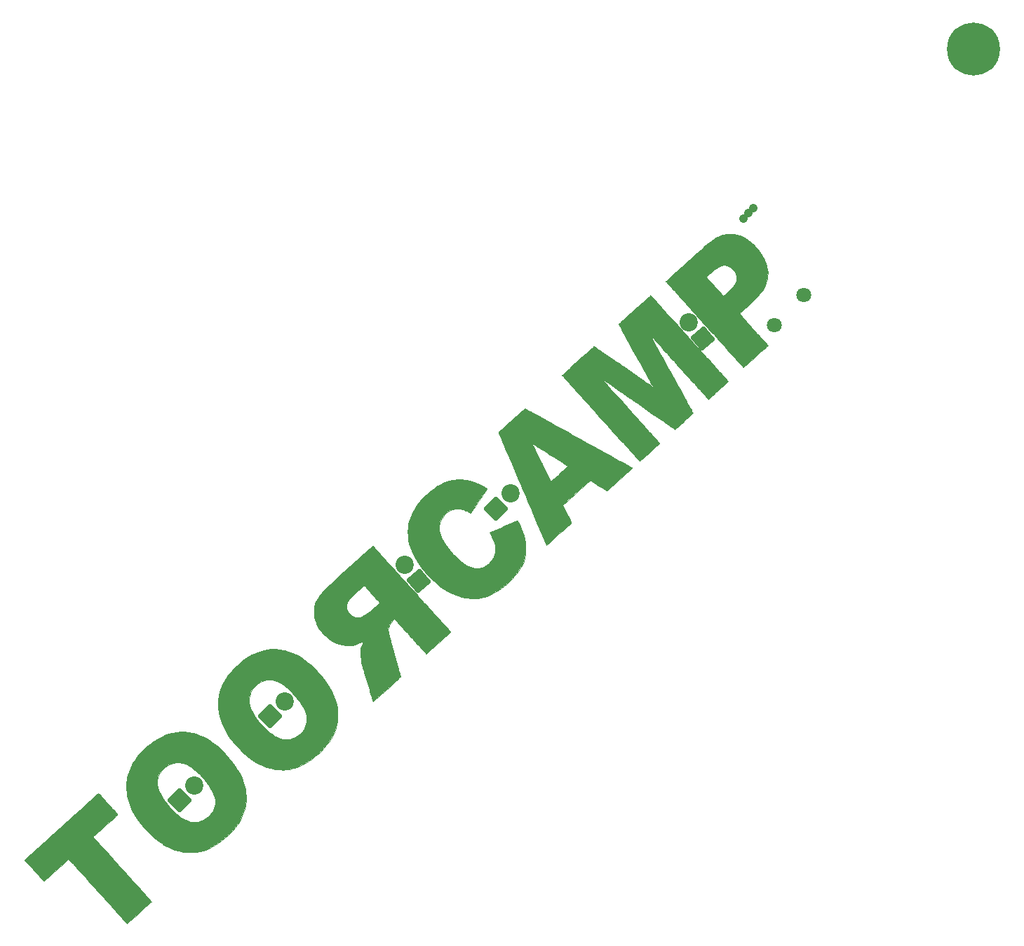
<source format=gbr>
%TF.GenerationSoftware,KiCad,Pcbnew,(6.0.1)*%
%TF.CreationDate,2022-06-23T19:30:41-05:00*%
%TF.ProjectId,toorcamp-sign-lts,746f6f72-6361-46d7-902d-7369676e2d6c,rev?*%
%TF.SameCoordinates,Original*%
%TF.FileFunction,Soldermask,Top*%
%TF.FilePolarity,Negative*%
%FSLAX46Y46*%
G04 Gerber Fmt 4.6, Leading zero omitted, Abs format (unit mm)*
G04 Created by KiCad (PCBNEW (6.0.1)) date 2022-06-23 19:30:41*
%MOMM*%
%LPD*%
G01*
G04 APERTURE LIST*
G04 Aperture macros list*
%AMRoundRect*
0 Rectangle with rounded corners*
0 $1 Rounding radius*
0 $2 $3 $4 $5 $6 $7 $8 $9 X,Y pos of 4 corners*
0 Add a 4 corners polygon primitive as box body*
4,1,4,$2,$3,$4,$5,$6,$7,$8,$9,$2,$3,0*
0 Add four circle primitives for the rounded corners*
1,1,$1+$1,$2,$3*
1,1,$1+$1,$4,$5*
1,1,$1+$1,$6,$7*
1,1,$1+$1,$8,$9*
0 Add four rect primitives between the rounded corners*
20,1,$1+$1,$2,$3,$4,$5,0*
20,1,$1+$1,$4,$5,$6,$7,0*
20,1,$1+$1,$6,$7,$8,$9,0*
20,1,$1+$1,$8,$9,$2,$3,0*%
%AMHorizOval*
0 Thick line with rounded ends*
0 $1 width*
0 $2 $3 position (X,Y) of the first rounded end (center of the circle)*
0 $4 $5 position (X,Y) of the second rounded end (center of the circle)*
0 Add line between two ends*
20,1,$1,$2,$3,$4,$5,0*
0 Add two circle primitives to create the rounded ends*
1,1,$1,$2,$3*
1,1,$1,$4,$5*%
G04 Aperture macros list end*
%ADD10C,0.010000*%
%ADD11C,6.400000*%
%ADD12C,1.800000*%
%ADD13HorizOval,1.800000X0.000000X0.000000X0.000000X0.000000X0*%
%ADD14RoundRect,0.200000X0.000000X-1.272792X1.272792X0.000000X0.000000X1.272792X-1.272792X0.000000X0*%
%ADD15C,2.200000*%
%ADD16RoundRect,0.200000X1.267949X-0.110931X0.110931X1.267949X-1.267949X0.110931X-0.110931X-1.267949X0*%
%ADD17C,1.050000*%
G04 APERTURE END LIST*
D10*
%TO.C,G\u002A\u002A\u002A*%
X164279297Y-98024296D02*
X164321647Y-98069815D01*
X164321647Y-98069815D02*
X164389786Y-98143954D01*
X164389786Y-98143954D02*
X164482440Y-98245299D01*
X164482440Y-98245299D02*
X164598331Y-98372438D01*
X164598331Y-98372438D02*
X164736183Y-98523957D01*
X164736183Y-98523957D02*
X164894720Y-98698443D01*
X164894720Y-98698443D02*
X165072667Y-98894484D01*
X165072667Y-98894484D02*
X165268745Y-99110666D01*
X165268745Y-99110666D02*
X165481680Y-99345576D01*
X165481680Y-99345576D02*
X165710195Y-99597802D01*
X165710195Y-99597802D02*
X165953014Y-99865930D01*
X165953014Y-99865930D02*
X166208861Y-100148548D01*
X166208861Y-100148548D02*
X166476458Y-100444241D01*
X166476458Y-100444241D02*
X166754531Y-100751599D01*
X166754531Y-100751599D02*
X167041802Y-101069206D01*
X167041802Y-101069206D02*
X167336996Y-101395651D01*
X167336996Y-101395651D02*
X167638836Y-101729521D01*
X167638836Y-101729521D02*
X167946046Y-102069401D01*
X167946046Y-102069401D02*
X168257350Y-102413881D01*
X168257350Y-102413881D02*
X168571472Y-102761545D01*
X168571472Y-102761545D02*
X168887134Y-103110982D01*
X168887134Y-103110982D02*
X169203062Y-103460778D01*
X169203062Y-103460778D02*
X169517978Y-103809521D01*
X169517978Y-103809521D02*
X169830607Y-104155797D01*
X169830607Y-104155797D02*
X170139672Y-104498194D01*
X170139672Y-104498194D02*
X170443898Y-104835298D01*
X170443898Y-104835298D02*
X170742006Y-105165696D01*
X170742006Y-105165696D02*
X171032723Y-105487976D01*
X171032723Y-105487976D02*
X171314770Y-105800724D01*
X171314770Y-105800724D02*
X171586873Y-106102527D01*
X171586873Y-106102527D02*
X171847754Y-106391973D01*
X171847754Y-106391973D02*
X172096137Y-106667649D01*
X172096137Y-106667649D02*
X172330747Y-106928140D01*
X172330747Y-106928140D02*
X172550307Y-107172035D01*
X172550307Y-107172035D02*
X172753540Y-107397921D01*
X172753540Y-107397921D02*
X172939171Y-107604384D01*
X172939171Y-107604384D02*
X173105923Y-107790012D01*
X173105923Y-107790012D02*
X173252520Y-107953390D01*
X173252520Y-107953390D02*
X173377686Y-108093108D01*
X173377686Y-108093108D02*
X173480144Y-108207750D01*
X173480144Y-108207750D02*
X173558618Y-108295906D01*
X173558618Y-108295906D02*
X173611833Y-108356160D01*
X173611833Y-108356160D02*
X173638510Y-108387101D01*
X173638510Y-108387101D02*
X173641511Y-108391059D01*
X173641511Y-108391059D02*
X173627322Y-108408214D01*
X173627322Y-108408214D02*
X173584534Y-108450926D01*
X173584534Y-108450926D02*
X173516094Y-108516517D01*
X173516094Y-108516517D02*
X173424949Y-108602311D01*
X173424949Y-108602311D02*
X173314045Y-108705632D01*
X173314045Y-108705632D02*
X173186328Y-108823804D01*
X173186328Y-108823804D02*
X173044745Y-108954150D01*
X173044745Y-108954150D02*
X172892241Y-109093993D01*
X172892241Y-109093993D02*
X172731763Y-109240658D01*
X172731763Y-109240658D02*
X172566257Y-109391468D01*
X172566257Y-109391468D02*
X172398670Y-109543746D01*
X172398670Y-109543746D02*
X172231947Y-109694817D01*
X172231947Y-109694817D02*
X172069036Y-109842003D01*
X172069036Y-109842003D02*
X171912882Y-109982629D01*
X171912882Y-109982629D02*
X171766432Y-110114018D01*
X171766432Y-110114018D02*
X171632632Y-110233494D01*
X171632632Y-110233494D02*
X171514429Y-110338380D01*
X171514429Y-110338380D02*
X171414767Y-110426001D01*
X171414767Y-110426001D02*
X171336595Y-110493678D01*
X171336595Y-110493678D02*
X171282858Y-110538737D01*
X171282858Y-110538737D02*
X171256502Y-110558501D01*
X171256502Y-110558501D02*
X171254725Y-110559187D01*
X171254725Y-110559187D02*
X171238503Y-110543818D01*
X171238503Y-110543818D02*
X171195156Y-110498340D01*
X171195156Y-110498340D02*
X171125899Y-110424089D01*
X171125899Y-110424089D02*
X171031948Y-110322402D01*
X171031948Y-110322402D02*
X170914518Y-110194616D01*
X170914518Y-110194616D02*
X170774827Y-110042069D01*
X170774827Y-110042069D02*
X170614089Y-109866096D01*
X170614089Y-109866096D02*
X170433520Y-109668034D01*
X170433520Y-109668034D02*
X170234337Y-109449221D01*
X170234337Y-109449221D02*
X170017755Y-109210994D01*
X170017755Y-109210994D02*
X169784991Y-108954688D01*
X169784991Y-108954688D02*
X169537259Y-108681641D01*
X169537259Y-108681641D02*
X169275777Y-108393190D01*
X169275777Y-108393190D02*
X169001759Y-108090671D01*
X169001759Y-108090671D02*
X168716421Y-107775422D01*
X168716421Y-107775422D02*
X168420981Y-107448779D01*
X168420981Y-107448779D02*
X168116652Y-107112079D01*
X168116652Y-107112079D02*
X167804652Y-106766659D01*
X167804652Y-106766659D02*
X167713749Y-106665975D01*
X167713749Y-106665975D02*
X167399896Y-106318361D01*
X167399896Y-106318361D02*
X167093485Y-105979067D01*
X167093485Y-105979067D02*
X166795726Y-105649431D01*
X166795726Y-105649431D02*
X166507830Y-105330789D01*
X166507830Y-105330789D02*
X166231004Y-105024478D01*
X166231004Y-105024478D02*
X165966460Y-104731834D01*
X165966460Y-104731834D02*
X165715406Y-104454194D01*
X165715406Y-104454194D02*
X165479052Y-104192894D01*
X165479052Y-104192894D02*
X165258609Y-103949271D01*
X165258609Y-103949271D02*
X165055285Y-103724660D01*
X165055285Y-103724660D02*
X164870291Y-103520400D01*
X164870291Y-103520400D02*
X164704836Y-103337826D01*
X164704836Y-103337826D02*
X164560129Y-103178274D01*
X164560129Y-103178274D02*
X164437380Y-103043082D01*
X164437380Y-103043082D02*
X164337800Y-102933585D01*
X164337800Y-102933585D02*
X164262597Y-102851121D01*
X164262597Y-102851121D02*
X164212981Y-102797025D01*
X164212981Y-102797025D02*
X164190163Y-102772635D01*
X164190163Y-102772635D02*
X164188730Y-102771309D01*
X164188730Y-102771309D02*
X164192193Y-102787345D01*
X164192193Y-102787345D02*
X164212035Y-102827163D01*
X164212035Y-102827163D02*
X164219324Y-102840100D01*
X164219324Y-102840100D02*
X164237715Y-102872836D01*
X164237715Y-102872836D02*
X164275065Y-102940037D01*
X164275065Y-102940037D02*
X164330324Y-103039796D01*
X164330324Y-103039796D02*
X164402441Y-103170205D01*
X164402441Y-103170205D02*
X164490367Y-103329359D01*
X164490367Y-103329359D02*
X164593052Y-103515350D01*
X164593052Y-103515350D02*
X164709445Y-103726270D01*
X164709445Y-103726270D02*
X164838496Y-103960213D01*
X164838496Y-103960213D02*
X164979155Y-104215272D01*
X164979155Y-104215272D02*
X165130373Y-104489540D01*
X165130373Y-104489540D02*
X165291098Y-104781110D01*
X165291098Y-104781110D02*
X165460281Y-105088075D01*
X165460281Y-105088075D02*
X165636872Y-105408527D01*
X165636872Y-105408527D02*
X165819821Y-105740560D01*
X165819821Y-105740560D02*
X166008077Y-106082267D01*
X166008077Y-106082267D02*
X166200590Y-106431741D01*
X166200590Y-106431741D02*
X166396311Y-106787075D01*
X166396311Y-106787075D02*
X166594189Y-107146362D01*
X166594189Y-107146362D02*
X166793174Y-107507694D01*
X166793174Y-107507694D02*
X166992216Y-107869165D01*
X166992216Y-107869165D02*
X167190265Y-108228868D01*
X167190265Y-108228868D02*
X167386270Y-108584895D01*
X167386270Y-108584895D02*
X167579183Y-108935340D01*
X167579183Y-108935340D02*
X167767951Y-109278296D01*
X167767951Y-109278296D02*
X167951527Y-109611856D01*
X167951527Y-109611856D02*
X168128858Y-109934113D01*
X168128858Y-109934113D02*
X168298896Y-110243159D01*
X168298896Y-110243159D02*
X168460590Y-110537087D01*
X168460590Y-110537087D02*
X168612890Y-110813992D01*
X168612890Y-110813992D02*
X168754745Y-111071965D01*
X168754745Y-111071965D02*
X168885107Y-111309100D01*
X168885107Y-111309100D02*
X169002924Y-111523490D01*
X169002924Y-111523490D02*
X169107147Y-111713227D01*
X169107147Y-111713227D02*
X169196725Y-111876405D01*
X169196725Y-111876405D02*
X169270609Y-112011116D01*
X169270609Y-112011116D02*
X169327747Y-112115454D01*
X169327747Y-112115454D02*
X169367091Y-112187512D01*
X169367091Y-112187512D02*
X169387590Y-112225382D01*
X169387590Y-112225382D02*
X169390452Y-112230924D01*
X169390452Y-112230924D02*
X169376110Y-112248009D01*
X169376110Y-112248009D02*
X169333274Y-112290476D01*
X169333274Y-112290476D02*
X169265041Y-112355521D01*
X169265041Y-112355521D02*
X169174503Y-112440342D01*
X169174503Y-112440342D02*
X169064755Y-112542135D01*
X169064755Y-112542135D02*
X168938893Y-112658099D01*
X168938893Y-112658099D02*
X168800009Y-112785429D01*
X168800009Y-112785429D02*
X168651200Y-112921324D01*
X168651200Y-112921324D02*
X168495559Y-113062981D01*
X168495559Y-113062981D02*
X168336182Y-113207597D01*
X168336182Y-113207597D02*
X168176161Y-113352368D01*
X168176161Y-113352368D02*
X168018593Y-113494493D01*
X168018593Y-113494493D02*
X167866572Y-113631169D01*
X167866572Y-113631169D02*
X167723191Y-113759592D01*
X167723191Y-113759592D02*
X167591546Y-113876960D01*
X167591546Y-113876960D02*
X167474731Y-113980471D01*
X167474731Y-113980471D02*
X167375841Y-114067320D01*
X167375841Y-114067320D02*
X167297969Y-114134707D01*
X167297969Y-114134707D02*
X167244212Y-114179827D01*
X167244212Y-114179827D02*
X167217662Y-114199879D01*
X167217662Y-114199879D02*
X167215700Y-114200650D01*
X167215700Y-114200650D02*
X167197115Y-114188739D01*
X167197115Y-114188739D02*
X167145377Y-114153804D01*
X167145377Y-114153804D02*
X167062108Y-114096968D01*
X167062108Y-114096968D02*
X166948926Y-114019353D01*
X166948926Y-114019353D02*
X166807452Y-113922079D01*
X166807452Y-113922079D02*
X166639305Y-113806270D01*
X166639305Y-113806270D02*
X166446107Y-113673047D01*
X166446107Y-113673047D02*
X166229476Y-113523532D01*
X166229476Y-113523532D02*
X165991033Y-113358848D01*
X165991033Y-113358848D02*
X165732398Y-113180116D01*
X165732398Y-113180116D02*
X165455190Y-112988457D01*
X165455190Y-112988457D02*
X165161030Y-112784995D01*
X165161030Y-112784995D02*
X164851538Y-112570851D01*
X164851538Y-112570851D02*
X164528334Y-112347147D01*
X164528334Y-112347147D02*
X164193037Y-112115005D01*
X164193037Y-112115005D02*
X163847268Y-111875547D01*
X163847268Y-111875547D02*
X163492646Y-111629895D01*
X163492646Y-111629895D02*
X163130793Y-111379171D01*
X163130793Y-111379171D02*
X162763326Y-111124497D01*
X162763326Y-111124497D02*
X162391868Y-110866994D01*
X162391868Y-110866994D02*
X162018037Y-110607785D01*
X162018037Y-110607785D02*
X161643454Y-110347993D01*
X161643454Y-110347993D02*
X161269738Y-110088737D01*
X161269738Y-110088737D02*
X160898510Y-109831142D01*
X160898510Y-109831142D02*
X160531390Y-109576328D01*
X160531390Y-109576328D02*
X160169997Y-109325418D01*
X160169997Y-109325418D02*
X159815952Y-109079533D01*
X159815952Y-109079533D02*
X159470874Y-108839796D01*
X159470874Y-108839796D02*
X159136384Y-108607329D01*
X159136384Y-108607329D02*
X158814101Y-108383253D01*
X158814101Y-108383253D02*
X158505646Y-108168690D01*
X158505646Y-108168690D02*
X158378617Y-108080295D01*
X158378617Y-108080295D02*
X158283367Y-108014006D01*
X158283367Y-108014006D02*
X158370581Y-108107282D01*
X158370581Y-108107282D02*
X158412598Y-108152790D01*
X158412598Y-108152790D02*
X158479961Y-108226508D01*
X158479961Y-108226508D02*
X158571197Y-108326800D01*
X158571197Y-108326800D02*
X158684833Y-108452031D01*
X158684833Y-108452031D02*
X158819397Y-108600564D01*
X158819397Y-108600564D02*
X158973414Y-108770764D01*
X158973414Y-108770764D02*
X159145413Y-108960995D01*
X159145413Y-108960995D02*
X159333921Y-109169622D01*
X159333921Y-109169622D02*
X159537463Y-109395009D01*
X159537463Y-109395009D02*
X159754568Y-109635519D01*
X159754568Y-109635519D02*
X159983762Y-109889517D01*
X159983762Y-109889517D02*
X160223572Y-110155368D01*
X160223572Y-110155368D02*
X160472526Y-110431436D01*
X160472526Y-110431436D02*
X160729150Y-110716085D01*
X160729150Y-110716085D02*
X160991971Y-111007678D01*
X160991971Y-111007678D02*
X161259517Y-111304582D01*
X161259517Y-111304582D02*
X161530314Y-111605159D01*
X161530314Y-111605159D02*
X161802889Y-111907774D01*
X161802889Y-111907774D02*
X162075770Y-112210791D01*
X162075770Y-112210791D02*
X162347483Y-112512575D01*
X162347483Y-112512575D02*
X162616556Y-112811489D01*
X162616556Y-112811489D02*
X162881515Y-113105899D01*
X162881515Y-113105899D02*
X163140887Y-113394168D01*
X163140887Y-113394168D02*
X163393200Y-113674660D01*
X163393200Y-113674660D02*
X163636980Y-113945741D01*
X163636980Y-113945741D02*
X163870755Y-114205773D01*
X163870755Y-114205773D02*
X164093051Y-114453121D01*
X164093051Y-114453121D02*
X164302396Y-114686151D01*
X164302396Y-114686151D02*
X164497316Y-114903225D01*
X164497316Y-114903225D02*
X164676338Y-115102708D01*
X164676338Y-115102708D02*
X164837990Y-115282964D01*
X164837990Y-115282964D02*
X164980799Y-115442358D01*
X164980799Y-115442358D02*
X165103291Y-115579254D01*
X165103291Y-115579254D02*
X165203994Y-115692016D01*
X165203994Y-115692016D02*
X165281434Y-115779008D01*
X165281434Y-115779008D02*
X165334139Y-115838595D01*
X165334139Y-115838595D02*
X165360635Y-115869141D01*
X165360635Y-115869141D02*
X165363617Y-115872990D01*
X165363617Y-115872990D02*
X165348382Y-115889205D01*
X165348382Y-115889205D02*
X165304643Y-115931075D01*
X165304643Y-115931075D02*
X165235351Y-115995920D01*
X165235351Y-115995920D02*
X165143454Y-116081061D01*
X165143454Y-116081061D02*
X165031902Y-116183818D01*
X165031902Y-116183818D02*
X164903645Y-116301513D01*
X164903645Y-116301513D02*
X164761632Y-116431465D01*
X164761632Y-116431465D02*
X164608814Y-116570997D01*
X164608814Y-116570997D02*
X164448139Y-116717428D01*
X164448139Y-116717428D02*
X164282558Y-116868078D01*
X164282558Y-116868078D02*
X164115019Y-117020270D01*
X164115019Y-117020270D02*
X163948474Y-117171323D01*
X163948474Y-117171323D02*
X163785870Y-117318559D01*
X163785870Y-117318559D02*
X163630158Y-117459297D01*
X163630158Y-117459297D02*
X163484287Y-117590859D01*
X163484287Y-117590859D02*
X163351208Y-117710565D01*
X163351208Y-117710565D02*
X163233869Y-117815736D01*
X163233869Y-117815736D02*
X163135220Y-117903693D01*
X163135220Y-117903693D02*
X163058211Y-117971756D01*
X163058211Y-117971756D02*
X163005792Y-118017246D01*
X163005792Y-118017246D02*
X162980912Y-118037484D01*
X162980912Y-118037484D02*
X162980362Y-118037835D01*
X162980362Y-118037835D02*
X162963988Y-118024481D01*
X162963988Y-118024481D02*
X162920557Y-117980885D01*
X162920557Y-117980885D02*
X162850000Y-117906972D01*
X162850000Y-117906972D02*
X162752250Y-117802669D01*
X162752250Y-117802669D02*
X162627238Y-117667900D01*
X162627238Y-117667900D02*
X162474897Y-117502591D01*
X162474897Y-117502591D02*
X162295159Y-117306669D01*
X162295159Y-117306669D02*
X162087958Y-117080058D01*
X162087958Y-117080058D02*
X161853224Y-116822685D01*
X161853224Y-116822685D02*
X161590890Y-116534475D01*
X161590890Y-116534475D02*
X161300889Y-116215353D01*
X161300889Y-116215353D02*
X160983153Y-115865246D01*
X160983153Y-115865246D02*
X160637614Y-115484078D01*
X160637614Y-115484078D02*
X160264204Y-115071777D01*
X160264204Y-115071777D02*
X159862856Y-114628266D01*
X159862856Y-114628266D02*
X159433501Y-114153473D01*
X159433501Y-114153473D02*
X158976074Y-113647322D01*
X158976074Y-113647322D02*
X158490504Y-113109739D01*
X158490504Y-113109739D02*
X158269249Y-112864697D01*
X158269249Y-112864697D02*
X157906394Y-112462765D01*
X157906394Y-112462765D02*
X157550856Y-112068889D01*
X157550856Y-112068889D02*
X157203681Y-111684230D01*
X157203681Y-111684230D02*
X156865919Y-111309950D01*
X156865919Y-111309950D02*
X156538614Y-110947210D01*
X156538614Y-110947210D02*
X156222815Y-110597173D01*
X156222815Y-110597173D02*
X155919569Y-110261000D01*
X155919569Y-110261000D02*
X155629922Y-109939852D01*
X155629922Y-109939852D02*
X155354922Y-109634891D01*
X155354922Y-109634891D02*
X155095615Y-109347278D01*
X155095615Y-109347278D02*
X154853049Y-109078176D01*
X154853049Y-109078176D02*
X154628271Y-108828746D01*
X154628271Y-108828746D02*
X154422327Y-108600149D01*
X154422327Y-108600149D02*
X154236266Y-108393547D01*
X154236266Y-108393547D02*
X154071133Y-108210102D01*
X154071133Y-108210102D02*
X153927976Y-108050975D01*
X153927976Y-108050975D02*
X153807842Y-107917328D01*
X153807842Y-107917328D02*
X153711778Y-107810323D01*
X153711778Y-107810323D02*
X153640832Y-107731120D01*
X153640832Y-107731120D02*
X153596049Y-107680883D01*
X153596049Y-107680883D02*
X153578478Y-107660772D01*
X153578478Y-107660772D02*
X153578251Y-107660448D01*
X153578251Y-107660448D02*
X153592800Y-107644630D01*
X153592800Y-107644630D02*
X153636537Y-107602633D01*
X153636537Y-107602633D02*
X153707147Y-107536553D01*
X153707147Y-107536553D02*
X153802309Y-107448483D01*
X153802309Y-107448483D02*
X153919708Y-107340519D01*
X153919708Y-107340519D02*
X154057024Y-107214757D01*
X154057024Y-107214757D02*
X154211940Y-107073291D01*
X154211940Y-107073291D02*
X154382139Y-106918216D01*
X154382139Y-106918216D02*
X154565302Y-106751628D01*
X154565302Y-106751628D02*
X154759112Y-106575621D01*
X154759112Y-106575621D02*
X154961250Y-106392291D01*
X154961250Y-106392291D02*
X155169400Y-106203732D01*
X155169400Y-106203732D02*
X155381243Y-106012040D01*
X155381243Y-106012040D02*
X155594461Y-105819309D01*
X155594461Y-105819309D02*
X155806737Y-105627635D01*
X155806737Y-105627635D02*
X156015753Y-105439113D01*
X156015753Y-105439113D02*
X156219191Y-105255838D01*
X156219191Y-105255838D02*
X156414733Y-105079905D01*
X156414733Y-105079905D02*
X156600061Y-104913409D01*
X156600061Y-104913409D02*
X156772858Y-104758445D01*
X156772858Y-104758445D02*
X156930806Y-104617108D01*
X156930806Y-104617108D02*
X157071587Y-104491493D01*
X157071587Y-104491493D02*
X157192883Y-104383695D01*
X157192883Y-104383695D02*
X157292377Y-104295810D01*
X157292377Y-104295810D02*
X157367750Y-104229932D01*
X157367750Y-104229932D02*
X157416685Y-104188156D01*
X157416685Y-104188156D02*
X157436863Y-104172578D01*
X157436863Y-104172578D02*
X157436989Y-104172540D01*
X157436989Y-104172540D02*
X157455794Y-104183930D01*
X157455794Y-104183930D02*
X157507449Y-104218021D01*
X157507449Y-104218021D02*
X157589975Y-104273452D01*
X157589975Y-104273452D02*
X157701392Y-104348860D01*
X157701392Y-104348860D02*
X157839722Y-104442884D01*
X157839722Y-104442884D02*
X158002985Y-104554163D01*
X158002985Y-104554163D02*
X158189201Y-104681333D01*
X158189201Y-104681333D02*
X158396393Y-104823034D01*
X158396393Y-104823034D02*
X158622579Y-104977903D01*
X158622579Y-104977903D02*
X158865782Y-105144579D01*
X158865782Y-105144579D02*
X159124021Y-105321701D01*
X159124021Y-105321701D02*
X159395318Y-105507905D01*
X159395318Y-105507905D02*
X159677693Y-105701830D01*
X159677693Y-105701830D02*
X159969167Y-105902115D01*
X159969167Y-105902115D02*
X160267762Y-106107398D01*
X160267762Y-106107398D02*
X160571496Y-106316317D01*
X160571496Y-106316317D02*
X160878393Y-106527510D01*
X160878393Y-106527510D02*
X161186471Y-106739614D01*
X161186471Y-106739614D02*
X161493752Y-106951270D01*
X161493752Y-106951270D02*
X161798257Y-107161114D01*
X161798257Y-107161114D02*
X162098006Y-107367784D01*
X162098006Y-107367784D02*
X162391020Y-107569920D01*
X162391020Y-107569920D02*
X162675320Y-107766159D01*
X162675320Y-107766159D02*
X162948927Y-107955139D01*
X162948927Y-107955139D02*
X163209862Y-108135499D01*
X163209862Y-108135499D02*
X163456144Y-108305877D01*
X163456144Y-108305877D02*
X163685795Y-108464910D01*
X163685795Y-108464910D02*
X163896836Y-108611238D01*
X163896836Y-108611238D02*
X164087288Y-108743497D01*
X164087288Y-108743497D02*
X164255170Y-108860327D01*
X164255170Y-108860327D02*
X164398505Y-108960366D01*
X164398505Y-108960366D02*
X164515312Y-109042252D01*
X164515312Y-109042252D02*
X164547230Y-109064727D01*
X164547230Y-109064727D02*
X164584038Y-109088023D01*
X164584038Y-109088023D02*
X164598262Y-109091447D01*
X164598262Y-109091447D02*
X164597078Y-109088430D01*
X164597078Y-109088430D02*
X164585810Y-109068193D01*
X164585810Y-109068193D02*
X164555069Y-109012630D01*
X164555069Y-109012630D02*
X164505822Y-108923489D01*
X164505822Y-108923489D02*
X164439030Y-108802520D01*
X164439030Y-108802520D02*
X164355660Y-108651469D01*
X164355660Y-108651469D02*
X164256674Y-108472084D01*
X164256674Y-108472084D02*
X164143038Y-108266115D01*
X164143038Y-108266115D02*
X164015716Y-108035309D01*
X164015716Y-108035309D02*
X163875672Y-107781415D01*
X163875672Y-107781415D02*
X163723870Y-107506180D01*
X163723870Y-107506180D02*
X163561274Y-107211353D01*
X163561274Y-107211353D02*
X163388849Y-106898681D01*
X163388849Y-106898681D02*
X163207559Y-106569914D01*
X163207559Y-106569914D02*
X163018369Y-106226798D01*
X163018369Y-106226798D02*
X162822242Y-105871083D01*
X162822242Y-105871083D02*
X162620143Y-105504517D01*
X162620143Y-105504517D02*
X162496122Y-105279559D01*
X162496122Y-105279559D02*
X162237443Y-104810061D01*
X162237443Y-104810061D02*
X161994466Y-104368499D01*
X161994466Y-104368499D02*
X161767546Y-103955521D01*
X161767546Y-103955521D02*
X161557033Y-103571775D01*
X161557033Y-103571775D02*
X161363280Y-103217911D01*
X161363280Y-103217911D02*
X161186639Y-102894577D01*
X161186639Y-102894577D02*
X161102180Y-102739559D01*
X161102180Y-102739559D02*
X164157117Y-102739559D01*
X164157117Y-102739559D02*
X164167700Y-102750142D01*
X164167700Y-102750142D02*
X164178284Y-102739559D01*
X164178284Y-102739559D02*
X164167700Y-102728975D01*
X164167700Y-102728975D02*
X164157117Y-102739559D01*
X164157117Y-102739559D02*
X161102180Y-102739559D01*
X161102180Y-102739559D02*
X161027462Y-102602420D01*
X161027462Y-102602420D02*
X160886102Y-102342091D01*
X160886102Y-102342091D02*
X160762911Y-102114237D01*
X160762911Y-102114237D02*
X160658241Y-101919506D01*
X160658241Y-101919506D02*
X160572444Y-101758548D01*
X160572444Y-101758548D02*
X160505872Y-101632011D01*
X160505872Y-101632011D02*
X160458877Y-101540543D01*
X160458877Y-101540543D02*
X160431813Y-101484793D01*
X160431813Y-101484793D02*
X160424858Y-101465536D01*
X160424858Y-101465536D02*
X160443534Y-101446949D01*
X160443534Y-101446949D02*
X160491164Y-101402428D01*
X160491164Y-101402428D02*
X160565415Y-101334075D01*
X160565415Y-101334075D02*
X160663951Y-101243993D01*
X160663951Y-101243993D02*
X160784440Y-101134283D01*
X160784440Y-101134283D02*
X160924545Y-101007048D01*
X160924545Y-101007048D02*
X161081933Y-100864388D01*
X161081933Y-100864388D02*
X161254269Y-100708407D01*
X161254269Y-100708407D02*
X161439218Y-100541205D01*
X161439218Y-100541205D02*
X161634447Y-100364885D01*
X161634447Y-100364885D02*
X161837621Y-100181549D01*
X161837621Y-100181549D02*
X162046405Y-99993299D01*
X162046405Y-99993299D02*
X162258465Y-99802236D01*
X162258465Y-99802236D02*
X162471466Y-99610463D01*
X162471466Y-99610463D02*
X162683074Y-99420081D01*
X162683074Y-99420081D02*
X162890954Y-99233192D01*
X162890954Y-99233192D02*
X163092773Y-99051899D01*
X163092773Y-99051899D02*
X163286195Y-98878303D01*
X163286195Y-98878303D02*
X163468886Y-98714506D01*
X163468886Y-98714506D02*
X163638512Y-98562610D01*
X163638512Y-98562610D02*
X163792738Y-98424717D01*
X163792738Y-98424717D02*
X163929229Y-98302929D01*
X163929229Y-98302929D02*
X164045652Y-98199347D01*
X164045652Y-98199347D02*
X164139672Y-98116075D01*
X164139672Y-98116075D02*
X164208954Y-98055212D01*
X164208954Y-98055212D02*
X164251164Y-98018863D01*
X164251164Y-98018863D02*
X164264014Y-98008808D01*
X164264014Y-98008808D02*
X164279297Y-98024296D01*
X164279297Y-98024296D02*
X164279297Y-98024296D01*
G36*
X160886102Y-102342091D02*
G01*
X160762911Y-102114237D01*
X160658241Y-101919506D01*
X160572444Y-101758548D01*
X160505872Y-101632011D01*
X160458877Y-101540543D01*
X160431813Y-101484793D01*
X160424858Y-101465536D01*
X160443534Y-101446949D01*
X160491164Y-101402428D01*
X160565415Y-101334075D01*
X160663951Y-101243993D01*
X160784440Y-101134283D01*
X160924545Y-101007048D01*
X161081933Y-100864388D01*
X161254269Y-100708407D01*
X161439218Y-100541205D01*
X161634447Y-100364885D01*
X161837621Y-100181549D01*
X162046405Y-99993299D01*
X162258465Y-99802236D01*
X162471466Y-99610463D01*
X162683074Y-99420081D01*
X162890954Y-99233192D01*
X163092773Y-99051899D01*
X163286195Y-98878303D01*
X163468886Y-98714506D01*
X163638512Y-98562610D01*
X163792738Y-98424717D01*
X163929229Y-98302929D01*
X164045652Y-98199347D01*
X164139672Y-98116075D01*
X164208954Y-98055212D01*
X164251164Y-98018863D01*
X164264014Y-98008808D01*
X164279297Y-98024296D01*
X164321647Y-98069815D01*
X164389786Y-98143954D01*
X164482440Y-98245299D01*
X164598331Y-98372438D01*
X164736183Y-98523957D01*
X164894720Y-98698443D01*
X165072667Y-98894484D01*
X165268745Y-99110666D01*
X165481680Y-99345576D01*
X165710195Y-99597802D01*
X165953014Y-99865930D01*
X166208861Y-100148548D01*
X166476458Y-100444241D01*
X166754531Y-100751599D01*
X167041802Y-101069206D01*
X167336996Y-101395651D01*
X167638836Y-101729521D01*
X167946046Y-102069401D01*
X168257350Y-102413881D01*
X168571472Y-102761545D01*
X168887134Y-103110982D01*
X169203062Y-103460778D01*
X169517978Y-103809521D01*
X169830607Y-104155797D01*
X170139672Y-104498194D01*
X170443898Y-104835298D01*
X170742006Y-105165696D01*
X171032723Y-105487976D01*
X171314770Y-105800724D01*
X171586873Y-106102527D01*
X171847754Y-106391973D01*
X172096137Y-106667649D01*
X172330747Y-106928140D01*
X172550307Y-107172035D01*
X172753540Y-107397921D01*
X172939171Y-107604384D01*
X173105923Y-107790012D01*
X173252520Y-107953390D01*
X173377686Y-108093108D01*
X173480144Y-108207750D01*
X173558618Y-108295906D01*
X173611833Y-108356160D01*
X173638510Y-108387101D01*
X173641511Y-108391059D01*
X173627322Y-108408214D01*
X173584534Y-108450926D01*
X173516094Y-108516517D01*
X173424949Y-108602311D01*
X173314045Y-108705632D01*
X173186328Y-108823804D01*
X173044745Y-108954150D01*
X172892241Y-109093993D01*
X172731763Y-109240658D01*
X172566257Y-109391468D01*
X172398670Y-109543746D01*
X172231947Y-109694817D01*
X172069036Y-109842003D01*
X171912882Y-109982629D01*
X171766432Y-110114018D01*
X171632632Y-110233494D01*
X171514429Y-110338380D01*
X171414767Y-110426001D01*
X171336595Y-110493678D01*
X171282858Y-110538737D01*
X171256502Y-110558501D01*
X171254725Y-110559187D01*
X171238503Y-110543818D01*
X171195156Y-110498340D01*
X171125899Y-110424089D01*
X171031948Y-110322402D01*
X170914518Y-110194616D01*
X170774827Y-110042069D01*
X170614089Y-109866096D01*
X170433520Y-109668034D01*
X170234337Y-109449221D01*
X170017755Y-109210994D01*
X169784991Y-108954688D01*
X169537259Y-108681641D01*
X169275777Y-108393190D01*
X169001759Y-108090671D01*
X168716421Y-107775422D01*
X168420981Y-107448779D01*
X168116652Y-107112079D01*
X167804652Y-106766659D01*
X167713749Y-106665975D01*
X167399896Y-106318361D01*
X167093485Y-105979067D01*
X166795726Y-105649431D01*
X166507830Y-105330789D01*
X166231004Y-105024478D01*
X165966460Y-104731834D01*
X165715406Y-104454194D01*
X165479052Y-104192894D01*
X165258609Y-103949271D01*
X165055285Y-103724660D01*
X164870291Y-103520400D01*
X164704836Y-103337826D01*
X164560129Y-103178274D01*
X164437380Y-103043082D01*
X164337800Y-102933585D01*
X164262597Y-102851121D01*
X164212981Y-102797025D01*
X164190163Y-102772635D01*
X164188730Y-102771309D01*
X164192193Y-102787345D01*
X164212035Y-102827163D01*
X164219324Y-102840100D01*
X164237715Y-102872836D01*
X164275065Y-102940037D01*
X164330324Y-103039796D01*
X164402441Y-103170205D01*
X164490367Y-103329359D01*
X164593052Y-103515350D01*
X164709445Y-103726270D01*
X164838496Y-103960213D01*
X164979155Y-104215272D01*
X165130373Y-104489540D01*
X165291098Y-104781110D01*
X165460281Y-105088075D01*
X165636872Y-105408527D01*
X165819821Y-105740560D01*
X166008077Y-106082267D01*
X166200590Y-106431741D01*
X166396311Y-106787075D01*
X166594189Y-107146362D01*
X166793174Y-107507694D01*
X166992216Y-107869165D01*
X167190265Y-108228868D01*
X167386270Y-108584895D01*
X167579183Y-108935340D01*
X167767951Y-109278296D01*
X167951527Y-109611856D01*
X168128858Y-109934113D01*
X168298896Y-110243159D01*
X168460590Y-110537087D01*
X168612890Y-110813992D01*
X168754745Y-111071965D01*
X168885107Y-111309100D01*
X169002924Y-111523490D01*
X169107147Y-111713227D01*
X169196725Y-111876405D01*
X169270609Y-112011116D01*
X169327747Y-112115454D01*
X169367091Y-112187512D01*
X169387590Y-112225382D01*
X169390452Y-112230924D01*
X169376110Y-112248009D01*
X169333274Y-112290476D01*
X169265041Y-112355521D01*
X169174503Y-112440342D01*
X169064755Y-112542135D01*
X168938893Y-112658099D01*
X168800009Y-112785429D01*
X168651200Y-112921324D01*
X168495559Y-113062981D01*
X168336182Y-113207597D01*
X168176161Y-113352368D01*
X168018593Y-113494493D01*
X167866572Y-113631169D01*
X167723191Y-113759592D01*
X167591546Y-113876960D01*
X167474731Y-113980471D01*
X167375841Y-114067320D01*
X167297969Y-114134707D01*
X167244212Y-114179827D01*
X167217662Y-114199879D01*
X167215700Y-114200650D01*
X167197115Y-114188739D01*
X167145377Y-114153804D01*
X167062108Y-114096968D01*
X166948926Y-114019353D01*
X166807452Y-113922079D01*
X166639305Y-113806270D01*
X166446107Y-113673047D01*
X166229476Y-113523532D01*
X165991033Y-113358848D01*
X165732398Y-113180116D01*
X165455190Y-112988457D01*
X165161030Y-112784995D01*
X164851538Y-112570851D01*
X164528334Y-112347147D01*
X164193037Y-112115005D01*
X163847268Y-111875547D01*
X163492646Y-111629895D01*
X163130793Y-111379171D01*
X162763326Y-111124497D01*
X162391868Y-110866994D01*
X162018037Y-110607785D01*
X161643454Y-110347993D01*
X161269738Y-110088737D01*
X160898510Y-109831142D01*
X160531390Y-109576328D01*
X160169997Y-109325418D01*
X159815952Y-109079533D01*
X159470874Y-108839796D01*
X159136384Y-108607329D01*
X158814101Y-108383253D01*
X158505646Y-108168690D01*
X158378617Y-108080295D01*
X158283367Y-108014006D01*
X158370581Y-108107282D01*
X158412598Y-108152790D01*
X158479961Y-108226508D01*
X158571197Y-108326800D01*
X158684833Y-108452031D01*
X158819397Y-108600564D01*
X158973414Y-108770764D01*
X159145413Y-108960995D01*
X159333921Y-109169622D01*
X159537463Y-109395009D01*
X159754568Y-109635519D01*
X159983762Y-109889517D01*
X160223572Y-110155368D01*
X160472526Y-110431436D01*
X160729150Y-110716085D01*
X160991971Y-111007678D01*
X161259517Y-111304582D01*
X161530314Y-111605159D01*
X161802889Y-111907774D01*
X162075770Y-112210791D01*
X162347483Y-112512575D01*
X162616556Y-112811489D01*
X162881515Y-113105899D01*
X163140887Y-113394168D01*
X163393200Y-113674660D01*
X163636980Y-113945741D01*
X163870755Y-114205773D01*
X164093051Y-114453121D01*
X164302396Y-114686151D01*
X164497316Y-114903225D01*
X164676338Y-115102708D01*
X164837990Y-115282964D01*
X164980799Y-115442358D01*
X165103291Y-115579254D01*
X165203994Y-115692016D01*
X165281434Y-115779008D01*
X165334139Y-115838595D01*
X165360635Y-115869141D01*
X165363617Y-115872990D01*
X165348382Y-115889205D01*
X165304643Y-115931075D01*
X165235351Y-115995920D01*
X165143454Y-116081061D01*
X165031902Y-116183818D01*
X164903645Y-116301513D01*
X164761632Y-116431465D01*
X164608814Y-116570997D01*
X164448139Y-116717428D01*
X164282558Y-116868078D01*
X164115019Y-117020270D01*
X163948474Y-117171323D01*
X163785870Y-117318559D01*
X163630158Y-117459297D01*
X163484287Y-117590859D01*
X163351208Y-117710565D01*
X163233869Y-117815736D01*
X163135220Y-117903693D01*
X163058211Y-117971756D01*
X163005792Y-118017246D01*
X162980912Y-118037484D01*
X162980362Y-118037835D01*
X162963988Y-118024481D01*
X162920557Y-117980885D01*
X162850000Y-117906972D01*
X162752250Y-117802669D01*
X162627238Y-117667900D01*
X162474897Y-117502591D01*
X162295159Y-117306669D01*
X162087958Y-117080058D01*
X161853224Y-116822685D01*
X161590890Y-116534475D01*
X161300889Y-116215353D01*
X160983153Y-115865246D01*
X160637614Y-115484078D01*
X160264204Y-115071777D01*
X159862856Y-114628266D01*
X159433501Y-114153473D01*
X158976074Y-113647322D01*
X158490504Y-113109739D01*
X158269249Y-112864697D01*
X157906394Y-112462765D01*
X157550856Y-112068889D01*
X157203681Y-111684230D01*
X156865919Y-111309950D01*
X156538614Y-110947210D01*
X156222815Y-110597173D01*
X155919569Y-110261000D01*
X155629922Y-109939852D01*
X155354922Y-109634891D01*
X155095615Y-109347278D01*
X154853049Y-109078176D01*
X154628271Y-108828746D01*
X154422327Y-108600149D01*
X154236266Y-108393547D01*
X154071133Y-108210102D01*
X153927976Y-108050975D01*
X153807842Y-107917328D01*
X153711778Y-107810323D01*
X153640832Y-107731120D01*
X153596049Y-107680883D01*
X153578478Y-107660772D01*
X153578251Y-107660448D01*
X153592800Y-107644630D01*
X153636537Y-107602633D01*
X153707147Y-107536553D01*
X153802309Y-107448483D01*
X153919708Y-107340519D01*
X154057024Y-107214757D01*
X154211940Y-107073291D01*
X154382139Y-106918216D01*
X154565302Y-106751628D01*
X154759112Y-106575621D01*
X154961250Y-106392291D01*
X155169400Y-106203732D01*
X155381243Y-106012040D01*
X155594461Y-105819309D01*
X155806737Y-105627635D01*
X156015753Y-105439113D01*
X156219191Y-105255838D01*
X156414733Y-105079905D01*
X156600061Y-104913409D01*
X156772858Y-104758445D01*
X156930806Y-104617108D01*
X157071587Y-104491493D01*
X157192883Y-104383695D01*
X157292377Y-104295810D01*
X157367750Y-104229932D01*
X157416685Y-104188156D01*
X157436863Y-104172578D01*
X157436989Y-104172540D01*
X157455794Y-104183930D01*
X157507449Y-104218021D01*
X157589975Y-104273452D01*
X157701392Y-104348860D01*
X157839722Y-104442884D01*
X158002985Y-104554163D01*
X158189201Y-104681333D01*
X158396393Y-104823034D01*
X158622579Y-104977903D01*
X158865782Y-105144579D01*
X159124021Y-105321701D01*
X159395318Y-105507905D01*
X159677693Y-105701830D01*
X159969167Y-105902115D01*
X160267762Y-106107398D01*
X160571496Y-106316317D01*
X160878393Y-106527510D01*
X161186471Y-106739614D01*
X161493752Y-106951270D01*
X161798257Y-107161114D01*
X162098006Y-107367784D01*
X162391020Y-107569920D01*
X162675320Y-107766159D01*
X162948927Y-107955139D01*
X163209862Y-108135499D01*
X163456144Y-108305877D01*
X163685795Y-108464910D01*
X163896836Y-108611238D01*
X164087288Y-108743497D01*
X164255170Y-108860327D01*
X164398505Y-108960366D01*
X164515312Y-109042252D01*
X164547230Y-109064727D01*
X164584038Y-109088023D01*
X164598262Y-109091447D01*
X164597078Y-109088430D01*
X164585810Y-109068193D01*
X164555069Y-109012630D01*
X164505822Y-108923489D01*
X164439030Y-108802520D01*
X164355660Y-108651469D01*
X164256674Y-108472084D01*
X164143038Y-108266115D01*
X164015716Y-108035309D01*
X163875672Y-107781415D01*
X163723870Y-107506180D01*
X163561274Y-107211353D01*
X163388849Y-106898681D01*
X163207559Y-106569914D01*
X163018369Y-106226798D01*
X162822242Y-105871083D01*
X162620143Y-105504517D01*
X162496122Y-105279559D01*
X162237443Y-104810061D01*
X161994466Y-104368499D01*
X161767546Y-103955521D01*
X161557033Y-103571775D01*
X161363280Y-103217911D01*
X161186639Y-102894577D01*
X161102180Y-102739559D01*
X164157117Y-102739559D01*
X164167700Y-102750142D01*
X164178284Y-102739559D01*
X164167700Y-102728975D01*
X164157117Y-102739559D01*
X161102180Y-102739559D01*
X161027462Y-102602420D01*
X160886102Y-102342091D01*
G37*
X160886102Y-102342091D02*
X160762911Y-102114237D01*
X160658241Y-101919506D01*
X160572444Y-101758548D01*
X160505872Y-101632011D01*
X160458877Y-101540543D01*
X160431813Y-101484793D01*
X160424858Y-101465536D01*
X160443534Y-101446949D01*
X160491164Y-101402428D01*
X160565415Y-101334075D01*
X160663951Y-101243993D01*
X160784440Y-101134283D01*
X160924545Y-101007048D01*
X161081933Y-100864388D01*
X161254269Y-100708407D01*
X161439218Y-100541205D01*
X161634447Y-100364885D01*
X161837621Y-100181549D01*
X162046405Y-99993299D01*
X162258465Y-99802236D01*
X162471466Y-99610463D01*
X162683074Y-99420081D01*
X162890954Y-99233192D01*
X163092773Y-99051899D01*
X163286195Y-98878303D01*
X163468886Y-98714506D01*
X163638512Y-98562610D01*
X163792738Y-98424717D01*
X163929229Y-98302929D01*
X164045652Y-98199347D01*
X164139672Y-98116075D01*
X164208954Y-98055212D01*
X164251164Y-98018863D01*
X164264014Y-98008808D01*
X164279297Y-98024296D01*
X164321647Y-98069815D01*
X164389786Y-98143954D01*
X164482440Y-98245299D01*
X164598331Y-98372438D01*
X164736183Y-98523957D01*
X164894720Y-98698443D01*
X165072667Y-98894484D01*
X165268745Y-99110666D01*
X165481680Y-99345576D01*
X165710195Y-99597802D01*
X165953014Y-99865930D01*
X166208861Y-100148548D01*
X166476458Y-100444241D01*
X166754531Y-100751599D01*
X167041802Y-101069206D01*
X167336996Y-101395651D01*
X167638836Y-101729521D01*
X167946046Y-102069401D01*
X168257350Y-102413881D01*
X168571472Y-102761545D01*
X168887134Y-103110982D01*
X169203062Y-103460778D01*
X169517978Y-103809521D01*
X169830607Y-104155797D01*
X170139672Y-104498194D01*
X170443898Y-104835298D01*
X170742006Y-105165696D01*
X171032723Y-105487976D01*
X171314770Y-105800724D01*
X171586873Y-106102527D01*
X171847754Y-106391973D01*
X172096137Y-106667649D01*
X172330747Y-106928140D01*
X172550307Y-107172035D01*
X172753540Y-107397921D01*
X172939171Y-107604384D01*
X173105923Y-107790012D01*
X173252520Y-107953390D01*
X173377686Y-108093108D01*
X173480144Y-108207750D01*
X173558618Y-108295906D01*
X173611833Y-108356160D01*
X173638510Y-108387101D01*
X173641511Y-108391059D01*
X173627322Y-108408214D01*
X173584534Y-108450926D01*
X173516094Y-108516517D01*
X173424949Y-108602311D01*
X173314045Y-108705632D01*
X173186328Y-108823804D01*
X173044745Y-108954150D01*
X172892241Y-109093993D01*
X172731763Y-109240658D01*
X172566257Y-109391468D01*
X172398670Y-109543746D01*
X172231947Y-109694817D01*
X172069036Y-109842003D01*
X171912882Y-109982629D01*
X171766432Y-110114018D01*
X171632632Y-110233494D01*
X171514429Y-110338380D01*
X171414767Y-110426001D01*
X171336595Y-110493678D01*
X171282858Y-110538737D01*
X171256502Y-110558501D01*
X171254725Y-110559187D01*
X171238503Y-110543818D01*
X171195156Y-110498340D01*
X171125899Y-110424089D01*
X171031948Y-110322402D01*
X170914518Y-110194616D01*
X170774827Y-110042069D01*
X170614089Y-109866096D01*
X170433520Y-109668034D01*
X170234337Y-109449221D01*
X170017755Y-109210994D01*
X169784991Y-108954688D01*
X169537259Y-108681641D01*
X169275777Y-108393190D01*
X169001759Y-108090671D01*
X168716421Y-107775422D01*
X168420981Y-107448779D01*
X168116652Y-107112079D01*
X167804652Y-106766659D01*
X167713749Y-106665975D01*
X167399896Y-106318361D01*
X167093485Y-105979067D01*
X166795726Y-105649431D01*
X166507830Y-105330789D01*
X166231004Y-105024478D01*
X165966460Y-104731834D01*
X165715406Y-104454194D01*
X165479052Y-104192894D01*
X165258609Y-103949271D01*
X165055285Y-103724660D01*
X164870291Y-103520400D01*
X164704836Y-103337826D01*
X164560129Y-103178274D01*
X164437380Y-103043082D01*
X164337800Y-102933585D01*
X164262597Y-102851121D01*
X164212981Y-102797025D01*
X164190163Y-102772635D01*
X164188730Y-102771309D01*
X164192193Y-102787345D01*
X164212035Y-102827163D01*
X164219324Y-102840100D01*
X164237715Y-102872836D01*
X164275065Y-102940037D01*
X164330324Y-103039796D01*
X164402441Y-103170205D01*
X164490367Y-103329359D01*
X164593052Y-103515350D01*
X164709445Y-103726270D01*
X164838496Y-103960213D01*
X164979155Y-104215272D01*
X165130373Y-104489540D01*
X165291098Y-104781110D01*
X165460281Y-105088075D01*
X165636872Y-105408527D01*
X165819821Y-105740560D01*
X166008077Y-106082267D01*
X166200590Y-106431741D01*
X166396311Y-106787075D01*
X166594189Y-107146362D01*
X166793174Y-107507694D01*
X166992216Y-107869165D01*
X167190265Y-108228868D01*
X167386270Y-108584895D01*
X167579183Y-108935340D01*
X167767951Y-109278296D01*
X167951527Y-109611856D01*
X168128858Y-109934113D01*
X168298896Y-110243159D01*
X168460590Y-110537087D01*
X168612890Y-110813992D01*
X168754745Y-111071965D01*
X168885107Y-111309100D01*
X169002924Y-111523490D01*
X169107147Y-111713227D01*
X169196725Y-111876405D01*
X169270609Y-112011116D01*
X169327747Y-112115454D01*
X169367091Y-112187512D01*
X169387590Y-112225382D01*
X169390452Y-112230924D01*
X169376110Y-112248009D01*
X169333274Y-112290476D01*
X169265041Y-112355521D01*
X169174503Y-112440342D01*
X169064755Y-112542135D01*
X168938893Y-112658099D01*
X168800009Y-112785429D01*
X168651200Y-112921324D01*
X168495559Y-113062981D01*
X168336182Y-113207597D01*
X168176161Y-113352368D01*
X168018593Y-113494493D01*
X167866572Y-113631169D01*
X167723191Y-113759592D01*
X167591546Y-113876960D01*
X167474731Y-113980471D01*
X167375841Y-114067320D01*
X167297969Y-114134707D01*
X167244212Y-114179827D01*
X167217662Y-114199879D01*
X167215700Y-114200650D01*
X167197115Y-114188739D01*
X167145377Y-114153804D01*
X167062108Y-114096968D01*
X166948926Y-114019353D01*
X166807452Y-113922079D01*
X166639305Y-113806270D01*
X166446107Y-113673047D01*
X166229476Y-113523532D01*
X165991033Y-113358848D01*
X165732398Y-113180116D01*
X165455190Y-112988457D01*
X165161030Y-112784995D01*
X164851538Y-112570851D01*
X164528334Y-112347147D01*
X164193037Y-112115005D01*
X163847268Y-111875547D01*
X163492646Y-111629895D01*
X163130793Y-111379171D01*
X162763326Y-111124497D01*
X162391868Y-110866994D01*
X162018037Y-110607785D01*
X161643454Y-110347993D01*
X161269738Y-110088737D01*
X160898510Y-109831142D01*
X160531390Y-109576328D01*
X160169997Y-109325418D01*
X159815952Y-109079533D01*
X159470874Y-108839796D01*
X159136384Y-108607329D01*
X158814101Y-108383253D01*
X158505646Y-108168690D01*
X158378617Y-108080295D01*
X158283367Y-108014006D01*
X158370581Y-108107282D01*
X158412598Y-108152790D01*
X158479961Y-108226508D01*
X158571197Y-108326800D01*
X158684833Y-108452031D01*
X158819397Y-108600564D01*
X158973414Y-108770764D01*
X159145413Y-108960995D01*
X159333921Y-109169622D01*
X159537463Y-109395009D01*
X159754568Y-109635519D01*
X159983762Y-109889517D01*
X160223572Y-110155368D01*
X160472526Y-110431436D01*
X160729150Y-110716085D01*
X160991971Y-111007678D01*
X161259517Y-111304582D01*
X161530314Y-111605159D01*
X161802889Y-111907774D01*
X162075770Y-112210791D01*
X162347483Y-112512575D01*
X162616556Y-112811489D01*
X162881515Y-113105899D01*
X163140887Y-113394168D01*
X163393200Y-113674660D01*
X163636980Y-113945741D01*
X163870755Y-114205773D01*
X164093051Y-114453121D01*
X164302396Y-114686151D01*
X164497316Y-114903225D01*
X164676338Y-115102708D01*
X164837990Y-115282964D01*
X164980799Y-115442358D01*
X165103291Y-115579254D01*
X165203994Y-115692016D01*
X165281434Y-115779008D01*
X165334139Y-115838595D01*
X165360635Y-115869141D01*
X165363617Y-115872990D01*
X165348382Y-115889205D01*
X165304643Y-115931075D01*
X165235351Y-115995920D01*
X165143454Y-116081061D01*
X165031902Y-116183818D01*
X164903645Y-116301513D01*
X164761632Y-116431465D01*
X164608814Y-116570997D01*
X164448139Y-116717428D01*
X164282558Y-116868078D01*
X164115019Y-117020270D01*
X163948474Y-117171323D01*
X163785870Y-117318559D01*
X163630158Y-117459297D01*
X163484287Y-117590859D01*
X163351208Y-117710565D01*
X163233869Y-117815736D01*
X163135220Y-117903693D01*
X163058211Y-117971756D01*
X163005792Y-118017246D01*
X162980912Y-118037484D01*
X162980362Y-118037835D01*
X162963988Y-118024481D01*
X162920557Y-117980885D01*
X162850000Y-117906972D01*
X162752250Y-117802669D01*
X162627238Y-117667900D01*
X162474897Y-117502591D01*
X162295159Y-117306669D01*
X162087958Y-117080058D01*
X161853224Y-116822685D01*
X161590890Y-116534475D01*
X161300889Y-116215353D01*
X160983153Y-115865246D01*
X160637614Y-115484078D01*
X160264204Y-115071777D01*
X159862856Y-114628266D01*
X159433501Y-114153473D01*
X158976074Y-113647322D01*
X158490504Y-113109739D01*
X158269249Y-112864697D01*
X157906394Y-112462765D01*
X157550856Y-112068889D01*
X157203681Y-111684230D01*
X156865919Y-111309950D01*
X156538614Y-110947210D01*
X156222815Y-110597173D01*
X155919569Y-110261000D01*
X155629922Y-109939852D01*
X155354922Y-109634891D01*
X155095615Y-109347278D01*
X154853049Y-109078176D01*
X154628271Y-108828746D01*
X154422327Y-108600149D01*
X154236266Y-108393547D01*
X154071133Y-108210102D01*
X153927976Y-108050975D01*
X153807842Y-107917328D01*
X153711778Y-107810323D01*
X153640832Y-107731120D01*
X153596049Y-107680883D01*
X153578478Y-107660772D01*
X153578251Y-107660448D01*
X153592800Y-107644630D01*
X153636537Y-107602633D01*
X153707147Y-107536553D01*
X153802309Y-107448483D01*
X153919708Y-107340519D01*
X154057024Y-107214757D01*
X154211940Y-107073291D01*
X154382139Y-106918216D01*
X154565302Y-106751628D01*
X154759112Y-106575621D01*
X154961250Y-106392291D01*
X155169400Y-106203732D01*
X155381243Y-106012040D01*
X155594461Y-105819309D01*
X155806737Y-105627635D01*
X156015753Y-105439113D01*
X156219191Y-105255838D01*
X156414733Y-105079905D01*
X156600061Y-104913409D01*
X156772858Y-104758445D01*
X156930806Y-104617108D01*
X157071587Y-104491493D01*
X157192883Y-104383695D01*
X157292377Y-104295810D01*
X157367750Y-104229932D01*
X157416685Y-104188156D01*
X157436863Y-104172578D01*
X157436989Y-104172540D01*
X157455794Y-104183930D01*
X157507449Y-104218021D01*
X157589975Y-104273452D01*
X157701392Y-104348860D01*
X157839722Y-104442884D01*
X158002985Y-104554163D01*
X158189201Y-104681333D01*
X158396393Y-104823034D01*
X158622579Y-104977903D01*
X158865782Y-105144579D01*
X159124021Y-105321701D01*
X159395318Y-105507905D01*
X159677693Y-105701830D01*
X159969167Y-105902115D01*
X160267762Y-106107398D01*
X160571496Y-106316317D01*
X160878393Y-106527510D01*
X161186471Y-106739614D01*
X161493752Y-106951270D01*
X161798257Y-107161114D01*
X162098006Y-107367784D01*
X162391020Y-107569920D01*
X162675320Y-107766159D01*
X162948927Y-107955139D01*
X163209862Y-108135499D01*
X163456144Y-108305877D01*
X163685795Y-108464910D01*
X163896836Y-108611238D01*
X164087288Y-108743497D01*
X164255170Y-108860327D01*
X164398505Y-108960366D01*
X164515312Y-109042252D01*
X164547230Y-109064727D01*
X164584038Y-109088023D01*
X164598262Y-109091447D01*
X164597078Y-109088430D01*
X164585810Y-109068193D01*
X164555069Y-109012630D01*
X164505822Y-108923489D01*
X164439030Y-108802520D01*
X164355660Y-108651469D01*
X164256674Y-108472084D01*
X164143038Y-108266115D01*
X164015716Y-108035309D01*
X163875672Y-107781415D01*
X163723870Y-107506180D01*
X163561274Y-107211353D01*
X163388849Y-106898681D01*
X163207559Y-106569914D01*
X163018369Y-106226798D01*
X162822242Y-105871083D01*
X162620143Y-105504517D01*
X162496122Y-105279559D01*
X162237443Y-104810061D01*
X161994466Y-104368499D01*
X161767546Y-103955521D01*
X161557033Y-103571775D01*
X161363280Y-103217911D01*
X161186639Y-102894577D01*
X161102180Y-102739559D01*
X164157117Y-102739559D01*
X164167700Y-102750142D01*
X164178284Y-102739559D01*
X164167700Y-102728975D01*
X164157117Y-102739559D01*
X161102180Y-102739559D01*
X161027462Y-102602420D01*
X160886102Y-102342091D01*
X107995311Y-150765729D02*
X108471264Y-150807828D01*
X108471264Y-150807828D02*
X108948458Y-150891975D01*
X108948458Y-150891975D02*
X109426466Y-151018301D01*
X109426466Y-151018301D02*
X109515367Y-151046439D01*
X109515367Y-151046439D02*
X109983831Y-151220265D01*
X109983831Y-151220265D02*
X110448048Y-151436066D01*
X110448048Y-151436066D02*
X110907801Y-151693673D01*
X110907801Y-151693673D02*
X111362869Y-151992921D01*
X111362869Y-151992921D02*
X111813036Y-152333641D01*
X111813036Y-152333641D02*
X112258080Y-152715667D01*
X112258080Y-152715667D02*
X112697785Y-153138832D01*
X112697785Y-153138832D02*
X113131932Y-153602968D01*
X113131932Y-153602968D02*
X113560300Y-154107909D01*
X113560300Y-154107909D02*
X113621089Y-154183461D01*
X113621089Y-154183461D02*
X113894059Y-154540146D01*
X113894059Y-154540146D02*
X114151554Y-154906882D01*
X114151554Y-154906882D02*
X114390248Y-155278010D01*
X114390248Y-155278010D02*
X114606818Y-155647872D01*
X114606818Y-155647872D02*
X114797938Y-156010808D01*
X114797938Y-156010808D02*
X114960284Y-156361161D01*
X114960284Y-156361161D02*
X115082821Y-156671551D01*
X115082821Y-156671551D02*
X115234777Y-157154668D01*
X115234777Y-157154668D02*
X115345936Y-157639371D01*
X115345936Y-157639371D02*
X115416373Y-158123892D01*
X115416373Y-158123892D02*
X115446164Y-158606463D01*
X115446164Y-158606463D02*
X115435386Y-159085316D01*
X115435386Y-159085316D02*
X115384114Y-159558683D01*
X115384114Y-159558683D02*
X115292424Y-160024794D01*
X115292424Y-160024794D02*
X115160393Y-160481882D01*
X115160393Y-160481882D02*
X114988095Y-160928180D01*
X114988095Y-160928180D02*
X114890946Y-161138392D01*
X114890946Y-161138392D02*
X114667149Y-161552213D01*
X114667149Y-161552213D02*
X114401801Y-161961542D01*
X114401801Y-161961542D02*
X114095517Y-162365621D01*
X114095517Y-162365621D02*
X113748913Y-162763691D01*
X113748913Y-162763691D02*
X113362607Y-163154994D01*
X113362607Y-163154994D02*
X112947209Y-163530225D01*
X112947209Y-163530225D02*
X112504800Y-163890462D01*
X112504800Y-163890462D02*
X112067231Y-164209365D01*
X112067231Y-164209365D02*
X111633364Y-164487510D01*
X111633364Y-164487510D02*
X111202065Y-164725472D01*
X111202065Y-164725472D02*
X110772198Y-164923829D01*
X110772198Y-164923829D02*
X110342628Y-165083155D01*
X110342628Y-165083155D02*
X109912218Y-165204026D01*
X109912218Y-165204026D02*
X109483617Y-165286457D01*
X109483617Y-165286457D02*
X109383520Y-165298142D01*
X109383520Y-165298142D02*
X109252900Y-165308700D01*
X109252900Y-165308700D02*
X109101993Y-165317755D01*
X109101993Y-165317755D02*
X108941035Y-165324929D01*
X108941035Y-165324929D02*
X108780261Y-165329844D01*
X108780261Y-165329844D02*
X108629907Y-165332124D01*
X108629907Y-165332124D02*
X108500208Y-165331391D01*
X108500208Y-165331391D02*
X108401402Y-165327267D01*
X108401402Y-165327267D02*
X108393534Y-165326647D01*
X108393534Y-165326647D02*
X107868194Y-165261636D01*
X107868194Y-165261636D02*
X107350748Y-165155373D01*
X107350748Y-165155373D02*
X106843174Y-165008524D01*
X106843174Y-165008524D02*
X106347449Y-164821754D01*
X106347449Y-164821754D02*
X105865550Y-164595728D01*
X105865550Y-164595728D02*
X105399453Y-164331113D01*
X105399453Y-164331113D02*
X105356452Y-164304233D01*
X105356452Y-164304233D02*
X104992590Y-164058659D01*
X104992590Y-164058659D02*
X104621647Y-163776996D01*
X104621647Y-163776996D02*
X104248529Y-163463759D01*
X104248529Y-163463759D02*
X103878142Y-163123461D01*
X103878142Y-163123461D02*
X103515393Y-162760613D01*
X103515393Y-162760613D02*
X103165187Y-162379730D01*
X103165187Y-162379730D02*
X102832432Y-161985324D01*
X102832432Y-161985324D02*
X102823691Y-161974475D01*
X102823691Y-161974475D02*
X102454860Y-161489587D01*
X102454860Y-161489587D02*
X102127433Y-161003239D01*
X102127433Y-161003239D02*
X101841496Y-160515711D01*
X101841496Y-160515711D02*
X101597132Y-160027285D01*
X101597132Y-160027285D02*
X101394428Y-159538242D01*
X101394428Y-159538242D02*
X101233466Y-159048862D01*
X101233466Y-159048862D02*
X101114332Y-158559427D01*
X101114332Y-158559427D02*
X101037110Y-158070217D01*
X101037110Y-158070217D02*
X101001886Y-157581513D01*
X101001886Y-157581513D02*
X101008742Y-157093596D01*
X101008742Y-157093596D02*
X101030392Y-156878581D01*
X101030392Y-156878581D02*
X104725345Y-156878581D01*
X104725345Y-156878581D02*
X104743389Y-157191939D01*
X104743389Y-157191939D02*
X104802920Y-157511031D01*
X104802920Y-157511031D02*
X104804222Y-157516207D01*
X104804222Y-157516207D02*
X104899297Y-157820779D01*
X104899297Y-157820779D02*
X105033555Y-158138059D01*
X105033555Y-158138059D02*
X105206191Y-158466857D01*
X105206191Y-158466857D02*
X105416403Y-158805982D01*
X105416403Y-158805982D02*
X105663385Y-159154244D01*
X105663385Y-159154244D02*
X105946335Y-159510453D01*
X105946335Y-159510453D02*
X106264447Y-159873418D01*
X106264447Y-159873418D02*
X106616919Y-160241948D01*
X106616919Y-160241948D02*
X106702947Y-160327554D01*
X106702947Y-160327554D02*
X107019907Y-160625795D01*
X107019907Y-160625795D02*
X107326503Y-160884634D01*
X107326503Y-160884634D02*
X107624613Y-161105196D01*
X107624613Y-161105196D02*
X107916114Y-161288603D01*
X107916114Y-161288603D02*
X108202884Y-161435980D01*
X108202884Y-161435980D02*
X108486800Y-161548450D01*
X108486800Y-161548450D02*
X108769740Y-161627137D01*
X108769740Y-161627137D02*
X108923127Y-161656030D01*
X108923127Y-161656030D02*
X109059092Y-161669075D01*
X109059092Y-161669075D02*
X109221674Y-161671629D01*
X109221674Y-161671629D02*
X109396688Y-161664483D01*
X109396688Y-161664483D02*
X109569948Y-161648427D01*
X109569948Y-161648427D02*
X109727270Y-161624251D01*
X109727270Y-161624251D02*
X109805473Y-161606860D01*
X109805473Y-161606860D02*
X110076912Y-161518813D01*
X110076912Y-161518813D02*
X110336392Y-161396445D01*
X110336392Y-161396445D02*
X110587572Y-161237552D01*
X110587572Y-161237552D02*
X110834112Y-161039931D01*
X110834112Y-161039931D02*
X110988205Y-160895043D01*
X110988205Y-160895043D02*
X111183921Y-160685988D01*
X111183921Y-160685988D02*
X111343916Y-160480795D01*
X111343916Y-160480795D02*
X111473051Y-160271276D01*
X111473051Y-160271276D02*
X111576185Y-160049244D01*
X111576185Y-160049244D02*
X111658180Y-159806509D01*
X111658180Y-159806509D02*
X111678363Y-159732370D01*
X111678363Y-159732370D02*
X111702579Y-159629489D01*
X111702579Y-159629489D02*
X111718565Y-159533739D01*
X111718565Y-159533739D02*
X111727941Y-159430665D01*
X111727941Y-159430665D02*
X111732324Y-159305816D01*
X111732324Y-159305816D02*
X111733062Y-159243975D01*
X111733062Y-159243975D02*
X111731929Y-159092034D01*
X111731929Y-159092034D02*
X111724609Y-158963731D01*
X111724609Y-158963731D02*
X111708961Y-158845258D01*
X111708961Y-158845258D02*
X111682843Y-158722802D01*
X111682843Y-158722802D02*
X111644114Y-158582553D01*
X111644114Y-158582553D02*
X111616578Y-158492559D01*
X111616578Y-158492559D02*
X111528089Y-158253506D01*
X111528089Y-158253506D02*
X111406914Y-157994562D01*
X111406914Y-157994562D02*
X111255593Y-157719313D01*
X111255593Y-157719313D02*
X111076664Y-157431348D01*
X111076664Y-157431348D02*
X110872667Y-157134252D01*
X110872667Y-157134252D02*
X110646143Y-156831614D01*
X110646143Y-156831614D02*
X110399629Y-156527021D01*
X110399629Y-156527021D02*
X110135666Y-156224061D01*
X110135666Y-156224061D02*
X109856794Y-155926321D01*
X109856794Y-155926321D02*
X109660347Y-155729068D01*
X109660347Y-155729068D02*
X109348075Y-155438984D01*
X109348075Y-155438984D02*
X109044212Y-155188854D01*
X109044212Y-155188854D02*
X108746914Y-154977559D01*
X108746914Y-154977559D02*
X108454333Y-154803982D01*
X108454333Y-154803982D02*
X108164625Y-154667003D01*
X108164625Y-154667003D02*
X107875943Y-154565504D01*
X107875943Y-154565504D02*
X107647935Y-154509777D01*
X107647935Y-154509777D02*
X107487128Y-154486475D01*
X107487128Y-154486475D02*
X107305336Y-154474200D01*
X107305336Y-154474200D02*
X107116090Y-154472824D01*
X107116090Y-154472824D02*
X106932922Y-154482220D01*
X106932922Y-154482220D02*
X106769364Y-154502262D01*
X106769364Y-154502262D02*
X106688492Y-154518793D01*
X106688492Y-154518793D02*
X106416546Y-154599822D01*
X106416546Y-154599822D02*
X106167128Y-154705300D01*
X106167128Y-154705300D02*
X105928816Y-154840819D01*
X105928816Y-154840819D02*
X105705367Y-155000093D01*
X105705367Y-155000093D02*
X105451439Y-155221826D01*
X105451439Y-155221826D02*
X105234388Y-155462164D01*
X105234388Y-155462164D02*
X105054873Y-155719268D01*
X105054873Y-155719268D02*
X104913553Y-155991301D01*
X104913553Y-155991301D02*
X104811086Y-156276423D01*
X104811086Y-156276423D02*
X104748131Y-156572796D01*
X104748131Y-156572796D02*
X104725345Y-156878581D01*
X104725345Y-156878581D02*
X101030392Y-156878581D01*
X101030392Y-156878581D02*
X101057765Y-156606748D01*
X101057765Y-156606748D02*
X101112237Y-156291225D01*
X101112237Y-156291225D02*
X101224553Y-155833567D01*
X101224553Y-155833567D02*
X101375427Y-155386960D01*
X101375427Y-155386960D02*
X101565386Y-154950480D01*
X101565386Y-154950480D02*
X101794957Y-154523200D01*
X101794957Y-154523200D02*
X102064668Y-154104194D01*
X102064668Y-154104194D02*
X102375045Y-153692539D01*
X102375045Y-153692539D02*
X102726616Y-153287307D01*
X102726616Y-153287307D02*
X102963682Y-153040715D01*
X102963682Y-153040715D02*
X103397841Y-152628848D01*
X103397841Y-152628848D02*
X103837932Y-152257602D01*
X103837932Y-152257602D02*
X104283527Y-151927106D01*
X104283527Y-151927106D02*
X104734202Y-151637490D01*
X104734202Y-151637490D02*
X105189529Y-151388884D01*
X105189529Y-151388884D02*
X105649082Y-151181419D01*
X105649082Y-151181419D02*
X106112435Y-151015222D01*
X106112435Y-151015222D02*
X106579160Y-150890425D01*
X106579160Y-150890425D02*
X107048833Y-150807158D01*
X107048833Y-150807158D02*
X107521025Y-150765549D01*
X107521025Y-150765549D02*
X107995311Y-150765729D01*
X107995311Y-150765729D02*
X107995311Y-150765729D01*
G36*
X101112237Y-156291225D02*
G01*
X101224553Y-155833567D01*
X101375427Y-155386960D01*
X101565386Y-154950480D01*
X101794957Y-154523200D01*
X102064668Y-154104194D01*
X102375045Y-153692539D01*
X102726616Y-153287307D01*
X102963682Y-153040715D01*
X103397841Y-152628848D01*
X103837932Y-152257602D01*
X104283527Y-151927106D01*
X104734202Y-151637490D01*
X105189529Y-151388884D01*
X105649082Y-151181419D01*
X106112435Y-151015222D01*
X106579160Y-150890425D01*
X107048833Y-150807158D01*
X107521025Y-150765549D01*
X107995311Y-150765729D01*
X108471264Y-150807828D01*
X108948458Y-150891975D01*
X109426466Y-151018301D01*
X109515367Y-151046439D01*
X109983831Y-151220265D01*
X110448048Y-151436066D01*
X110907801Y-151693673D01*
X111362869Y-151992921D01*
X111813036Y-152333641D01*
X112258080Y-152715667D01*
X112697785Y-153138832D01*
X113131932Y-153602968D01*
X113560300Y-154107909D01*
X113621089Y-154183461D01*
X113894059Y-154540146D01*
X114151554Y-154906882D01*
X114390248Y-155278010D01*
X114606818Y-155647872D01*
X114797938Y-156010808D01*
X114960284Y-156361161D01*
X115082821Y-156671551D01*
X115234777Y-157154668D01*
X115345936Y-157639371D01*
X115416373Y-158123892D01*
X115446164Y-158606463D01*
X115435386Y-159085316D01*
X115384114Y-159558683D01*
X115292424Y-160024794D01*
X115160393Y-160481882D01*
X114988095Y-160928180D01*
X114890946Y-161138392D01*
X114667149Y-161552213D01*
X114401801Y-161961542D01*
X114095517Y-162365621D01*
X113748913Y-162763691D01*
X113362607Y-163154994D01*
X112947209Y-163530225D01*
X112504800Y-163890462D01*
X112067231Y-164209365D01*
X111633364Y-164487510D01*
X111202065Y-164725472D01*
X110772198Y-164923829D01*
X110342628Y-165083155D01*
X109912218Y-165204026D01*
X109483617Y-165286457D01*
X109383520Y-165298142D01*
X109252900Y-165308700D01*
X109101993Y-165317755D01*
X108941035Y-165324929D01*
X108780261Y-165329844D01*
X108629907Y-165332124D01*
X108500208Y-165331391D01*
X108401402Y-165327267D01*
X108393534Y-165326647D01*
X107868194Y-165261636D01*
X107350748Y-165155373D01*
X106843174Y-165008524D01*
X106347449Y-164821754D01*
X105865550Y-164595728D01*
X105399453Y-164331113D01*
X105356452Y-164304233D01*
X104992590Y-164058659D01*
X104621647Y-163776996D01*
X104248529Y-163463759D01*
X103878142Y-163123461D01*
X103515393Y-162760613D01*
X103165187Y-162379730D01*
X102832432Y-161985324D01*
X102823691Y-161974475D01*
X102454860Y-161489587D01*
X102127433Y-161003239D01*
X101841496Y-160515711D01*
X101597132Y-160027285D01*
X101394428Y-159538242D01*
X101233466Y-159048862D01*
X101114332Y-158559427D01*
X101037110Y-158070217D01*
X101001886Y-157581513D01*
X101008742Y-157093596D01*
X101030392Y-156878581D01*
X104725345Y-156878581D01*
X104743389Y-157191939D01*
X104802920Y-157511031D01*
X104804222Y-157516207D01*
X104899297Y-157820779D01*
X105033555Y-158138059D01*
X105206191Y-158466857D01*
X105416403Y-158805982D01*
X105663385Y-159154244D01*
X105946335Y-159510453D01*
X106264447Y-159873418D01*
X106616919Y-160241948D01*
X106702947Y-160327554D01*
X107019907Y-160625795D01*
X107326503Y-160884634D01*
X107624613Y-161105196D01*
X107916114Y-161288603D01*
X108202884Y-161435980D01*
X108486800Y-161548450D01*
X108769740Y-161627137D01*
X108923127Y-161656030D01*
X109059092Y-161669075D01*
X109221674Y-161671629D01*
X109396688Y-161664483D01*
X109569948Y-161648427D01*
X109727270Y-161624251D01*
X109805473Y-161606860D01*
X110076912Y-161518813D01*
X110336392Y-161396445D01*
X110587572Y-161237552D01*
X110834112Y-161039931D01*
X110988205Y-160895043D01*
X111183921Y-160685988D01*
X111343916Y-160480795D01*
X111473051Y-160271276D01*
X111576185Y-160049244D01*
X111658180Y-159806509D01*
X111678363Y-159732370D01*
X111702579Y-159629489D01*
X111718565Y-159533739D01*
X111727941Y-159430665D01*
X111732324Y-159305816D01*
X111733062Y-159243975D01*
X111731929Y-159092034D01*
X111724609Y-158963731D01*
X111708961Y-158845258D01*
X111682843Y-158722802D01*
X111644114Y-158582553D01*
X111616578Y-158492559D01*
X111528089Y-158253506D01*
X111406914Y-157994562D01*
X111255593Y-157719313D01*
X111076664Y-157431348D01*
X110872667Y-157134252D01*
X110646143Y-156831614D01*
X110399629Y-156527021D01*
X110135666Y-156224061D01*
X109856794Y-155926321D01*
X109660347Y-155729068D01*
X109348075Y-155438984D01*
X109044212Y-155188854D01*
X108746914Y-154977559D01*
X108454333Y-154803982D01*
X108164625Y-154667003D01*
X107875943Y-154565504D01*
X107647935Y-154509777D01*
X107487128Y-154486475D01*
X107305336Y-154474200D01*
X107116090Y-154472824D01*
X106932922Y-154482220D01*
X106769364Y-154502262D01*
X106688492Y-154518793D01*
X106416546Y-154599822D01*
X106167128Y-154705300D01*
X105928816Y-154840819D01*
X105705367Y-155000093D01*
X105451439Y-155221826D01*
X105234388Y-155462164D01*
X105054873Y-155719268D01*
X104913553Y-155991301D01*
X104811086Y-156276423D01*
X104748131Y-156572796D01*
X104725345Y-156878581D01*
X101030392Y-156878581D01*
X101057765Y-156606748D01*
X101112237Y-156291225D01*
G37*
X101112237Y-156291225D02*
X101224553Y-155833567D01*
X101375427Y-155386960D01*
X101565386Y-154950480D01*
X101794957Y-154523200D01*
X102064668Y-154104194D01*
X102375045Y-153692539D01*
X102726616Y-153287307D01*
X102963682Y-153040715D01*
X103397841Y-152628848D01*
X103837932Y-152257602D01*
X104283527Y-151927106D01*
X104734202Y-151637490D01*
X105189529Y-151388884D01*
X105649082Y-151181419D01*
X106112435Y-151015222D01*
X106579160Y-150890425D01*
X107048833Y-150807158D01*
X107521025Y-150765549D01*
X107995311Y-150765729D01*
X108471264Y-150807828D01*
X108948458Y-150891975D01*
X109426466Y-151018301D01*
X109515367Y-151046439D01*
X109983831Y-151220265D01*
X110448048Y-151436066D01*
X110907801Y-151693673D01*
X111362869Y-151992921D01*
X111813036Y-152333641D01*
X112258080Y-152715667D01*
X112697785Y-153138832D01*
X113131932Y-153602968D01*
X113560300Y-154107909D01*
X113621089Y-154183461D01*
X113894059Y-154540146D01*
X114151554Y-154906882D01*
X114390248Y-155278010D01*
X114606818Y-155647872D01*
X114797938Y-156010808D01*
X114960284Y-156361161D01*
X115082821Y-156671551D01*
X115234777Y-157154668D01*
X115345936Y-157639371D01*
X115416373Y-158123892D01*
X115446164Y-158606463D01*
X115435386Y-159085316D01*
X115384114Y-159558683D01*
X115292424Y-160024794D01*
X115160393Y-160481882D01*
X114988095Y-160928180D01*
X114890946Y-161138392D01*
X114667149Y-161552213D01*
X114401801Y-161961542D01*
X114095517Y-162365621D01*
X113748913Y-162763691D01*
X113362607Y-163154994D01*
X112947209Y-163530225D01*
X112504800Y-163890462D01*
X112067231Y-164209365D01*
X111633364Y-164487510D01*
X111202065Y-164725472D01*
X110772198Y-164923829D01*
X110342628Y-165083155D01*
X109912218Y-165204026D01*
X109483617Y-165286457D01*
X109383520Y-165298142D01*
X109252900Y-165308700D01*
X109101993Y-165317755D01*
X108941035Y-165324929D01*
X108780261Y-165329844D01*
X108629907Y-165332124D01*
X108500208Y-165331391D01*
X108401402Y-165327267D01*
X108393534Y-165326647D01*
X107868194Y-165261636D01*
X107350748Y-165155373D01*
X106843174Y-165008524D01*
X106347449Y-164821754D01*
X105865550Y-164595728D01*
X105399453Y-164331113D01*
X105356452Y-164304233D01*
X104992590Y-164058659D01*
X104621647Y-163776996D01*
X104248529Y-163463759D01*
X103878142Y-163123461D01*
X103515393Y-162760613D01*
X103165187Y-162379730D01*
X102832432Y-161985324D01*
X102823691Y-161974475D01*
X102454860Y-161489587D01*
X102127433Y-161003239D01*
X101841496Y-160515711D01*
X101597132Y-160027285D01*
X101394428Y-159538242D01*
X101233466Y-159048862D01*
X101114332Y-158559427D01*
X101037110Y-158070217D01*
X101001886Y-157581513D01*
X101008742Y-157093596D01*
X101030392Y-156878581D01*
X104725345Y-156878581D01*
X104743389Y-157191939D01*
X104802920Y-157511031D01*
X104804222Y-157516207D01*
X104899297Y-157820779D01*
X105033555Y-158138059D01*
X105206191Y-158466857D01*
X105416403Y-158805982D01*
X105663385Y-159154244D01*
X105946335Y-159510453D01*
X106264447Y-159873418D01*
X106616919Y-160241948D01*
X106702947Y-160327554D01*
X107019907Y-160625795D01*
X107326503Y-160884634D01*
X107624613Y-161105196D01*
X107916114Y-161288603D01*
X108202884Y-161435980D01*
X108486800Y-161548450D01*
X108769740Y-161627137D01*
X108923127Y-161656030D01*
X109059092Y-161669075D01*
X109221674Y-161671629D01*
X109396688Y-161664483D01*
X109569948Y-161648427D01*
X109727270Y-161624251D01*
X109805473Y-161606860D01*
X110076912Y-161518813D01*
X110336392Y-161396445D01*
X110587572Y-161237552D01*
X110834112Y-161039931D01*
X110988205Y-160895043D01*
X111183921Y-160685988D01*
X111343916Y-160480795D01*
X111473051Y-160271276D01*
X111576185Y-160049244D01*
X111658180Y-159806509D01*
X111678363Y-159732370D01*
X111702579Y-159629489D01*
X111718565Y-159533739D01*
X111727941Y-159430665D01*
X111732324Y-159305816D01*
X111733062Y-159243975D01*
X111731929Y-159092034D01*
X111724609Y-158963731D01*
X111708961Y-158845258D01*
X111682843Y-158722802D01*
X111644114Y-158582553D01*
X111616578Y-158492559D01*
X111528089Y-158253506D01*
X111406914Y-157994562D01*
X111255593Y-157719313D01*
X111076664Y-157431348D01*
X110872667Y-157134252D01*
X110646143Y-156831614D01*
X110399629Y-156527021D01*
X110135666Y-156224061D01*
X109856794Y-155926321D01*
X109660347Y-155729068D01*
X109348075Y-155438984D01*
X109044212Y-155188854D01*
X108746914Y-154977559D01*
X108454333Y-154803982D01*
X108164625Y-154667003D01*
X107875943Y-154565504D01*
X107647935Y-154509777D01*
X107487128Y-154486475D01*
X107305336Y-154474200D01*
X107116090Y-154472824D01*
X106932922Y-154482220D01*
X106769364Y-154502262D01*
X106688492Y-154518793D01*
X106416546Y-154599822D01*
X106167128Y-154705300D01*
X105928816Y-154840819D01*
X105705367Y-155000093D01*
X105451439Y-155221826D01*
X105234388Y-155462164D01*
X105054873Y-155719268D01*
X104913553Y-155991301D01*
X104811086Y-156276423D01*
X104748131Y-156572796D01*
X104725345Y-156878581D01*
X101030392Y-156878581D01*
X101057765Y-156606748D01*
X101112237Y-156291225D01*
X149124659Y-111696734D02*
X149179689Y-111726015D01*
X149179689Y-111726015D02*
X149268496Y-111774042D01*
X149268496Y-111774042D02*
X149389461Y-111839920D01*
X149389461Y-111839920D02*
X149540962Y-111922753D01*
X149540962Y-111922753D02*
X149721382Y-112021644D01*
X149721382Y-112021644D02*
X149929099Y-112135696D01*
X149929099Y-112135696D02*
X150162495Y-112264013D01*
X150162495Y-112264013D02*
X150419949Y-112405699D01*
X150419949Y-112405699D02*
X150699841Y-112559858D01*
X150699841Y-112559858D02*
X151000552Y-112725593D01*
X151000552Y-112725593D02*
X151320462Y-112902007D01*
X151320462Y-112902007D02*
X151657952Y-113088205D01*
X151657952Y-113088205D02*
X152011400Y-113283290D01*
X152011400Y-113283290D02*
X152379189Y-113486365D01*
X152379189Y-113486365D02*
X152759697Y-113696534D01*
X152759697Y-113696534D02*
X153151306Y-113912901D01*
X153151306Y-113912901D02*
X153552395Y-114134570D01*
X153552395Y-114134570D02*
X153961344Y-114360643D01*
X153961344Y-114360643D02*
X154376534Y-114590225D01*
X154376534Y-114590225D02*
X154796346Y-114822419D01*
X154796346Y-114822419D02*
X155219158Y-115056329D01*
X155219158Y-115056329D02*
X155643352Y-115291059D01*
X155643352Y-115291059D02*
X156067308Y-115525711D01*
X156067308Y-115525711D02*
X156489406Y-115759391D01*
X156489406Y-115759391D02*
X156908026Y-115991200D01*
X156908026Y-115991200D02*
X157321548Y-116220244D01*
X157321548Y-116220244D02*
X157728353Y-116445625D01*
X157728353Y-116445625D02*
X158126820Y-116666447D01*
X158126820Y-116666447D02*
X158515331Y-116881814D01*
X158515331Y-116881814D02*
X158892265Y-117090829D01*
X158892265Y-117090829D02*
X159256003Y-117292596D01*
X159256003Y-117292596D02*
X159604924Y-117486219D01*
X159604924Y-117486219D02*
X159937409Y-117670801D01*
X159937409Y-117670801D02*
X160251839Y-117845445D01*
X160251839Y-117845445D02*
X160546593Y-118009257D01*
X160546593Y-118009257D02*
X160820051Y-118161338D01*
X160820051Y-118161338D02*
X161070594Y-118300793D01*
X161070594Y-118300793D02*
X161296603Y-118426725D01*
X161296603Y-118426725D02*
X161496457Y-118538238D01*
X161496457Y-118538238D02*
X161668536Y-118634436D01*
X161668536Y-118634436D02*
X161811221Y-118714421D01*
X161811221Y-118714421D02*
X161922892Y-118777299D01*
X161922892Y-118777299D02*
X162001929Y-118822172D01*
X162001929Y-118822172D02*
X162046713Y-118848144D01*
X162046713Y-118848144D02*
X162056845Y-118854652D01*
X162056845Y-118854652D02*
X162042278Y-118870587D01*
X162042278Y-118870587D02*
X161998823Y-118912459D01*
X161998823Y-118912459D02*
X161929082Y-118977909D01*
X161929082Y-118977909D02*
X161835655Y-119064580D01*
X161835655Y-119064580D02*
X161721146Y-119170115D01*
X161721146Y-119170115D02*
X161588155Y-119292157D01*
X161588155Y-119292157D02*
X161439284Y-119428348D01*
X161439284Y-119428348D02*
X161277135Y-119576332D01*
X161277135Y-119576332D02*
X161104310Y-119733751D01*
X161104310Y-119733751D02*
X160923410Y-119898247D01*
X160923410Y-119898247D02*
X160737038Y-120067465D01*
X160737038Y-120067465D02*
X160547794Y-120239045D01*
X160547794Y-120239045D02*
X160358280Y-120410632D01*
X160358280Y-120410632D02*
X160171099Y-120579868D01*
X160171099Y-120579868D02*
X159988852Y-120744396D01*
X159988852Y-120744396D02*
X159814140Y-120901858D01*
X159814140Y-120901858D02*
X159649566Y-121049897D01*
X159649566Y-121049897D02*
X159497730Y-121186156D01*
X159497730Y-121186156D02*
X159361236Y-121308279D01*
X159361236Y-121308279D02*
X159242684Y-121413906D01*
X159242684Y-121413906D02*
X159144676Y-121500682D01*
X159144676Y-121500682D02*
X159069814Y-121566249D01*
X159069814Y-121566249D02*
X159020699Y-121608251D01*
X159020699Y-121608251D02*
X158999934Y-121624328D01*
X158999934Y-121624328D02*
X158999890Y-121624346D01*
X158999890Y-121624346D02*
X158978006Y-121614976D01*
X158978006Y-121614976D02*
X158923905Y-121584640D01*
X158923905Y-121584640D02*
X158840904Y-121535385D01*
X158840904Y-121535385D02*
X158732317Y-121469256D01*
X158732317Y-121469256D02*
X158601461Y-121388298D01*
X158601461Y-121388298D02*
X158451652Y-121294558D01*
X158451652Y-121294558D02*
X158286206Y-121190082D01*
X158286206Y-121190082D02*
X158108438Y-121076915D01*
X158108438Y-121076915D02*
X157999202Y-121006952D01*
X157999202Y-121006952D02*
X157815416Y-120889108D01*
X157815416Y-120889108D02*
X157641904Y-120778101D01*
X157641904Y-120778101D02*
X157482008Y-120676052D01*
X157482008Y-120676052D02*
X157339071Y-120585082D01*
X157339071Y-120585082D02*
X157216433Y-120507311D01*
X157216433Y-120507311D02*
X157117437Y-120444861D01*
X157117437Y-120444861D02*
X157045424Y-120399853D01*
X157045424Y-120399853D02*
X157003736Y-120374408D01*
X157003736Y-120374408D02*
X156994780Y-120369453D01*
X156994780Y-120369453D02*
X156975118Y-120381824D01*
X156975118Y-120381824D02*
X156925825Y-120421266D01*
X156925825Y-120421266D02*
X156848552Y-120486325D01*
X156848552Y-120486325D02*
X156744948Y-120575547D01*
X156744948Y-120575547D02*
X156616663Y-120687477D01*
X156616663Y-120687477D02*
X156465347Y-120820661D01*
X156465347Y-120820661D02*
X156292649Y-120973645D01*
X156292649Y-120973645D02*
X156100219Y-121144975D01*
X156100219Y-121144975D02*
X155889706Y-121333195D01*
X155889706Y-121333195D02*
X155662760Y-121536853D01*
X155662760Y-121536853D02*
X155421030Y-121754493D01*
X155421030Y-121754493D02*
X155307108Y-121857292D01*
X155307108Y-121857292D02*
X153647479Y-123355892D01*
X153647479Y-123355892D02*
X154188779Y-124414225D01*
X154188779Y-124414225D02*
X154310902Y-124653606D01*
X154310902Y-124653606D02*
X154414377Y-124857850D01*
X154414377Y-124857850D02*
X154500306Y-125029268D01*
X154500306Y-125029268D02*
X154569788Y-125170166D01*
X154569788Y-125170166D02*
X154623925Y-125282855D01*
X154623925Y-125282855D02*
X154663818Y-125369643D01*
X154663818Y-125369643D02*
X154690567Y-125432838D01*
X154690567Y-125432838D02*
X154705273Y-125474750D01*
X154705273Y-125474750D02*
X154709036Y-125497686D01*
X154709036Y-125497686D02*
X154707556Y-125502301D01*
X154707556Y-125502301D02*
X154688422Y-125521144D01*
X154688422Y-125521144D02*
X154640663Y-125565679D01*
X154640663Y-125565679D02*
X154566939Y-125633504D01*
X154566939Y-125633504D02*
X154469911Y-125722221D01*
X154469911Y-125722221D02*
X154352240Y-125829427D01*
X154352240Y-125829427D02*
X154216585Y-125952722D01*
X154216585Y-125952722D02*
X154065606Y-126089705D01*
X154065606Y-126089705D02*
X153901964Y-126237976D01*
X153901964Y-126237976D02*
X153728320Y-126395135D01*
X153728320Y-126395135D02*
X153547332Y-126558779D01*
X153547332Y-126558779D02*
X153361663Y-126726510D01*
X153361663Y-126726510D02*
X153173971Y-126895926D01*
X153173971Y-126895926D02*
X152986917Y-127064626D01*
X152986917Y-127064626D02*
X152803161Y-127230210D01*
X152803161Y-127230210D02*
X152625364Y-127390277D01*
X152625364Y-127390277D02*
X152456186Y-127542426D01*
X152456186Y-127542426D02*
X152298287Y-127684257D01*
X152298287Y-127684257D02*
X152154326Y-127813370D01*
X152154326Y-127813370D02*
X152026966Y-127927363D01*
X152026966Y-127927363D02*
X151918865Y-128023836D01*
X151918865Y-128023836D02*
X151832684Y-128100388D01*
X151832684Y-128100388D02*
X151771084Y-128154618D01*
X151771084Y-128154618D02*
X151736723Y-128184126D01*
X151736723Y-128184126D02*
X151730406Y-128188946D01*
X151730406Y-128188946D02*
X151712072Y-128175311D01*
X151712072Y-128175311D02*
X151685651Y-128132725D01*
X151685651Y-128132725D02*
X151667113Y-128093696D01*
X151667113Y-128093696D02*
X151559006Y-127842171D01*
X151559006Y-127842171D02*
X151440160Y-127565242D01*
X151440160Y-127565242D02*
X151311277Y-127264566D01*
X151311277Y-127264566D02*
X151173062Y-126941797D01*
X151173062Y-126941797D02*
X151026219Y-126598591D01*
X151026219Y-126598591D02*
X150871450Y-126236603D01*
X150871450Y-126236603D02*
X150709461Y-125857489D01*
X150709461Y-125857489D02*
X150540955Y-125462904D01*
X150540955Y-125462904D02*
X150366635Y-125054502D01*
X150366635Y-125054502D02*
X150187205Y-124633941D01*
X150187205Y-124633941D02*
X150003369Y-124202874D01*
X150003369Y-124202874D02*
X149815831Y-123762957D01*
X149815831Y-123762957D02*
X149625295Y-123315846D01*
X149625295Y-123315846D02*
X149432464Y-122863195D01*
X149432464Y-122863195D02*
X149238042Y-122406661D01*
X149238042Y-122406661D02*
X149042733Y-121947898D01*
X149042733Y-121947898D02*
X148847240Y-121488562D01*
X148847240Y-121488562D02*
X148652268Y-121030308D01*
X148652268Y-121030308D02*
X148458520Y-120574791D01*
X148458520Y-120574791D02*
X148266700Y-120123668D01*
X148266700Y-120123668D02*
X148077511Y-119678592D01*
X148077511Y-119678592D02*
X147891658Y-119241220D01*
X147891658Y-119241220D02*
X147709843Y-118813207D01*
X147709843Y-118813207D02*
X147532772Y-118396207D01*
X147532772Y-118396207D02*
X147361148Y-117991878D01*
X147361148Y-117991878D02*
X147195673Y-117601873D01*
X147195673Y-117601873D02*
X147037053Y-117227848D01*
X147037053Y-117227848D02*
X146885991Y-116871458D01*
X146885991Y-116871458D02*
X146743191Y-116534359D01*
X146743191Y-116534359D02*
X146609356Y-116218207D01*
X146609356Y-116218207D02*
X146485190Y-115924655D01*
X146485190Y-115924655D02*
X146477390Y-115906195D01*
X146477390Y-115906195D02*
X149958693Y-115906195D01*
X149958693Y-115906195D02*
X149967137Y-115925318D01*
X149967137Y-115925318D02*
X149993302Y-115980034D01*
X149993302Y-115980034D02*
X150036048Y-116068035D01*
X150036048Y-116068035D02*
X150094239Y-116187015D01*
X150094239Y-116187015D02*
X150166736Y-116334664D01*
X150166736Y-116334664D02*
X150252402Y-116508677D01*
X150252402Y-116508677D02*
X150350097Y-116706744D01*
X150350097Y-116706744D02*
X150458685Y-116926559D01*
X150458685Y-116926559D02*
X150577027Y-117165814D01*
X150577027Y-117165814D02*
X150703985Y-117422200D01*
X150703985Y-117422200D02*
X150838422Y-117693412D01*
X150838422Y-117693412D02*
X150979198Y-117977140D01*
X150979198Y-117977140D02*
X151096157Y-118212667D01*
X151096157Y-118212667D02*
X152239794Y-120514818D01*
X152239794Y-120514818D02*
X152330151Y-120432521D01*
X152330151Y-120432521D02*
X152362161Y-120403512D01*
X152362161Y-120403512D02*
X152422529Y-120348947D01*
X152422529Y-120348947D02*
X152508166Y-120271614D01*
X152508166Y-120271614D02*
X152615984Y-120174298D01*
X152615984Y-120174298D02*
X152742895Y-120059787D01*
X152742895Y-120059787D02*
X152885811Y-119930867D01*
X152885811Y-119930867D02*
X153041643Y-119790324D01*
X153041643Y-119790324D02*
X153207303Y-119640946D01*
X153207303Y-119640946D02*
X153357605Y-119505438D01*
X153357605Y-119505438D02*
X153526029Y-119353241D01*
X153526029Y-119353241D02*
X153684544Y-119209291D01*
X153684544Y-119209291D02*
X153830436Y-119076099D01*
X153830436Y-119076099D02*
X153960992Y-118956178D01*
X153960992Y-118956178D02*
X154073496Y-118852039D01*
X154073496Y-118852039D02*
X154165236Y-118766194D01*
X154165236Y-118766194D02*
X154233497Y-118701155D01*
X154233497Y-118701155D02*
X154275566Y-118659434D01*
X154275566Y-118659434D02*
X154288785Y-118643635D01*
X154288785Y-118643635D02*
X154270646Y-118630657D01*
X154270646Y-118630657D02*
X154219402Y-118596868D01*
X154219402Y-118596868D02*
X154137712Y-118543947D01*
X154137712Y-118543947D02*
X154028236Y-118473577D01*
X154028236Y-118473577D02*
X153893634Y-118387439D01*
X153893634Y-118387439D02*
X153736565Y-118287215D01*
X153736565Y-118287215D02*
X153559690Y-118174587D01*
X153559690Y-118174587D02*
X153365668Y-118051234D01*
X153365668Y-118051234D02*
X153157158Y-117918840D01*
X153157158Y-117918840D02*
X152936822Y-117779086D01*
X152936822Y-117779086D02*
X152707317Y-117633652D01*
X152707317Y-117633652D02*
X152471305Y-117484221D01*
X152471305Y-117484221D02*
X152231444Y-117332474D01*
X152231444Y-117332474D02*
X151990395Y-117180092D01*
X151990395Y-117180092D02*
X151750818Y-117028758D01*
X151750818Y-117028758D02*
X151515372Y-116880151D01*
X151515372Y-116880151D02*
X151286716Y-116735955D01*
X151286716Y-116735955D02*
X151067511Y-116597850D01*
X151067511Y-116597850D02*
X150860417Y-116467518D01*
X150860417Y-116467518D02*
X150668093Y-116346640D01*
X150668093Y-116346640D02*
X150493199Y-116236897D01*
X150493199Y-116236897D02*
X150338394Y-116139972D01*
X150338394Y-116139972D02*
X150206339Y-116057546D01*
X150206339Y-116057546D02*
X150099694Y-115991300D01*
X150099694Y-115991300D02*
X150021117Y-115942916D01*
X150021117Y-115942916D02*
X149973269Y-115914074D01*
X149973269Y-115914074D02*
X149958693Y-115906195D01*
X149958693Y-115906195D02*
X146477390Y-115906195D01*
X146477390Y-115906195D02*
X146371397Y-115655361D01*
X146371397Y-115655361D02*
X146268681Y-115411978D01*
X146268681Y-115411978D02*
X146177746Y-115196163D01*
X146177746Y-115196163D02*
X146099294Y-115009571D01*
X146099294Y-115009571D02*
X146034031Y-114853856D01*
X146034031Y-114853856D02*
X145982659Y-114730675D01*
X145982659Y-114730675D02*
X145945883Y-114641683D01*
X145945883Y-114641683D02*
X145924407Y-114588535D01*
X145924407Y-114588535D02*
X145918714Y-114572744D01*
X145918714Y-114572744D02*
X145935334Y-114555549D01*
X145935334Y-114555549D02*
X145980857Y-114512363D01*
X145980857Y-114512363D02*
X146052716Y-114445508D01*
X146052716Y-114445508D02*
X146148344Y-114357309D01*
X146148344Y-114357309D02*
X146265176Y-114250090D01*
X146265176Y-114250090D02*
X146400645Y-114126177D01*
X146400645Y-114126177D02*
X146552184Y-113987891D01*
X146552184Y-113987891D02*
X146717227Y-113837559D01*
X146717227Y-113837559D02*
X146893208Y-113677504D01*
X146893208Y-113677504D02*
X147077560Y-113510051D01*
X147077560Y-113510051D02*
X147267717Y-113337523D01*
X147267717Y-113337523D02*
X147461113Y-113162245D01*
X147461113Y-113162245D02*
X147655181Y-112986541D01*
X147655181Y-112986541D02*
X147847355Y-112812735D01*
X147847355Y-112812735D02*
X148035068Y-112643151D01*
X148035068Y-112643151D02*
X148215754Y-112480115D01*
X148215754Y-112480115D02*
X148386847Y-112325949D01*
X148386847Y-112325949D02*
X148545781Y-112182978D01*
X148545781Y-112182978D02*
X148689988Y-112053527D01*
X148689988Y-112053527D02*
X148816902Y-111939919D01*
X148816902Y-111939919D02*
X148923958Y-111844479D01*
X148923958Y-111844479D02*
X149008588Y-111769531D01*
X149008588Y-111769531D02*
X149068227Y-111717400D01*
X149068227Y-111717400D02*
X149100308Y-111690408D01*
X149100308Y-111690408D02*
X149105025Y-111687098D01*
X149105025Y-111687098D02*
X149124659Y-111696734D01*
X149124659Y-111696734D02*
X149124659Y-111696734D01*
G36*
X149124659Y-111696734D02*
G01*
X149179689Y-111726015D01*
X149268496Y-111774042D01*
X149389461Y-111839920D01*
X149540962Y-111922753D01*
X149721382Y-112021644D01*
X149929099Y-112135696D01*
X150162495Y-112264013D01*
X150419949Y-112405699D01*
X150699841Y-112559858D01*
X151000552Y-112725593D01*
X151320462Y-112902007D01*
X151657952Y-113088205D01*
X152011400Y-113283290D01*
X152379189Y-113486365D01*
X152759697Y-113696534D01*
X153151306Y-113912901D01*
X153552395Y-114134570D01*
X153961344Y-114360643D01*
X154376534Y-114590225D01*
X154796346Y-114822419D01*
X155219158Y-115056329D01*
X155643352Y-115291059D01*
X156067308Y-115525711D01*
X156489406Y-115759391D01*
X156908026Y-115991200D01*
X157321548Y-116220244D01*
X157728353Y-116445625D01*
X158126820Y-116666447D01*
X158515331Y-116881814D01*
X158892265Y-117090829D01*
X159256003Y-117292596D01*
X159604924Y-117486219D01*
X159937409Y-117670801D01*
X160251839Y-117845445D01*
X160546593Y-118009257D01*
X160820051Y-118161338D01*
X161070594Y-118300793D01*
X161296603Y-118426725D01*
X161496457Y-118538238D01*
X161668536Y-118634436D01*
X161811221Y-118714421D01*
X161922892Y-118777299D01*
X162001929Y-118822172D01*
X162046713Y-118848144D01*
X162056845Y-118854652D01*
X162042278Y-118870587D01*
X161998823Y-118912459D01*
X161929082Y-118977909D01*
X161835655Y-119064580D01*
X161721146Y-119170115D01*
X161588155Y-119292157D01*
X161439284Y-119428348D01*
X161277135Y-119576332D01*
X161104310Y-119733751D01*
X160923410Y-119898247D01*
X160737038Y-120067465D01*
X160547794Y-120239045D01*
X160358280Y-120410632D01*
X160171099Y-120579868D01*
X159988852Y-120744396D01*
X159814140Y-120901858D01*
X159649566Y-121049897D01*
X159497730Y-121186156D01*
X159361236Y-121308279D01*
X159242684Y-121413906D01*
X159144676Y-121500682D01*
X159069814Y-121566249D01*
X159020699Y-121608251D01*
X158999934Y-121624328D01*
X158999890Y-121624346D01*
X158978006Y-121614976D01*
X158923905Y-121584640D01*
X158840904Y-121535385D01*
X158732317Y-121469256D01*
X158601461Y-121388298D01*
X158451652Y-121294558D01*
X158286206Y-121190082D01*
X158108438Y-121076915D01*
X157999202Y-121006952D01*
X157815416Y-120889108D01*
X157641904Y-120778101D01*
X157482008Y-120676052D01*
X157339071Y-120585082D01*
X157216433Y-120507311D01*
X157117437Y-120444861D01*
X157045424Y-120399853D01*
X157003736Y-120374408D01*
X156994780Y-120369453D01*
X156975118Y-120381824D01*
X156925825Y-120421266D01*
X156848552Y-120486325D01*
X156744948Y-120575547D01*
X156616663Y-120687477D01*
X156465347Y-120820661D01*
X156292649Y-120973645D01*
X156100219Y-121144975D01*
X155889706Y-121333195D01*
X155662760Y-121536853D01*
X155421030Y-121754493D01*
X155307108Y-121857292D01*
X153647479Y-123355892D01*
X154188779Y-124414225D01*
X154310902Y-124653606D01*
X154414377Y-124857850D01*
X154500306Y-125029268D01*
X154569788Y-125170166D01*
X154623925Y-125282855D01*
X154663818Y-125369643D01*
X154690567Y-125432838D01*
X154705273Y-125474750D01*
X154709036Y-125497686D01*
X154707556Y-125502301D01*
X154688422Y-125521144D01*
X154640663Y-125565679D01*
X154566939Y-125633504D01*
X154469911Y-125722221D01*
X154352240Y-125829427D01*
X154216585Y-125952722D01*
X154065606Y-126089705D01*
X153901964Y-126237976D01*
X153728320Y-126395135D01*
X153547332Y-126558779D01*
X153361663Y-126726510D01*
X153173971Y-126895926D01*
X152986917Y-127064626D01*
X152803161Y-127230210D01*
X152625364Y-127390277D01*
X152456186Y-127542426D01*
X152298287Y-127684257D01*
X152154326Y-127813370D01*
X152026966Y-127927363D01*
X151918865Y-128023836D01*
X151832684Y-128100388D01*
X151771084Y-128154618D01*
X151736723Y-128184126D01*
X151730406Y-128188946D01*
X151712072Y-128175311D01*
X151685651Y-128132725D01*
X151667113Y-128093696D01*
X151559006Y-127842171D01*
X151440160Y-127565242D01*
X151311277Y-127264566D01*
X151173062Y-126941797D01*
X151026219Y-126598591D01*
X150871450Y-126236603D01*
X150709461Y-125857489D01*
X150540955Y-125462904D01*
X150366635Y-125054502D01*
X150187205Y-124633941D01*
X150003369Y-124202874D01*
X149815831Y-123762957D01*
X149625295Y-123315846D01*
X149432464Y-122863195D01*
X149238042Y-122406661D01*
X149042733Y-121947898D01*
X148847240Y-121488562D01*
X148652268Y-121030308D01*
X148458520Y-120574791D01*
X148266700Y-120123668D01*
X148077511Y-119678592D01*
X147891658Y-119241220D01*
X147709843Y-118813207D01*
X147532772Y-118396207D01*
X147361148Y-117991878D01*
X147195673Y-117601873D01*
X147037053Y-117227848D01*
X146885991Y-116871458D01*
X146743191Y-116534359D01*
X146609356Y-116218207D01*
X146485190Y-115924655D01*
X146477390Y-115906195D01*
X149958693Y-115906195D01*
X149967137Y-115925318D01*
X149993302Y-115980034D01*
X150036048Y-116068035D01*
X150094239Y-116187015D01*
X150166736Y-116334664D01*
X150252402Y-116508677D01*
X150350097Y-116706744D01*
X150458685Y-116926559D01*
X150577027Y-117165814D01*
X150703985Y-117422200D01*
X150838422Y-117693412D01*
X150979198Y-117977140D01*
X151096157Y-118212667D01*
X152239794Y-120514818D01*
X152330151Y-120432521D01*
X152362161Y-120403512D01*
X152422529Y-120348947D01*
X152508166Y-120271614D01*
X152615984Y-120174298D01*
X152742895Y-120059787D01*
X152885811Y-119930867D01*
X153041643Y-119790324D01*
X153207303Y-119640946D01*
X153357605Y-119505438D01*
X153526029Y-119353241D01*
X153684544Y-119209291D01*
X153830436Y-119076099D01*
X153960992Y-118956178D01*
X154073496Y-118852039D01*
X154165236Y-118766194D01*
X154233497Y-118701155D01*
X154275566Y-118659434D01*
X154288785Y-118643635D01*
X154270646Y-118630657D01*
X154219402Y-118596868D01*
X154137712Y-118543947D01*
X154028236Y-118473577D01*
X153893634Y-118387439D01*
X153736565Y-118287215D01*
X153559690Y-118174587D01*
X153365668Y-118051234D01*
X153157158Y-117918840D01*
X152936822Y-117779086D01*
X152707317Y-117633652D01*
X152471305Y-117484221D01*
X152231444Y-117332474D01*
X151990395Y-117180092D01*
X151750818Y-117028758D01*
X151515372Y-116880151D01*
X151286716Y-116735955D01*
X151067511Y-116597850D01*
X150860417Y-116467518D01*
X150668093Y-116346640D01*
X150493199Y-116236897D01*
X150338394Y-116139972D01*
X150206339Y-116057546D01*
X150099694Y-115991300D01*
X150021117Y-115942916D01*
X149973269Y-115914074D01*
X149958693Y-115906195D01*
X146477390Y-115906195D01*
X146371397Y-115655361D01*
X146268681Y-115411978D01*
X146177746Y-115196163D01*
X146099294Y-115009571D01*
X146034031Y-114853856D01*
X145982659Y-114730675D01*
X145945883Y-114641683D01*
X145924407Y-114588535D01*
X145918714Y-114572744D01*
X145935334Y-114555549D01*
X145980857Y-114512363D01*
X146052716Y-114445508D01*
X146148344Y-114357309D01*
X146265176Y-114250090D01*
X146400645Y-114126177D01*
X146552184Y-113987891D01*
X146717227Y-113837559D01*
X146893208Y-113677504D01*
X147077560Y-113510051D01*
X147267717Y-113337523D01*
X147461113Y-113162245D01*
X147655181Y-112986541D01*
X147847355Y-112812735D01*
X148035068Y-112643151D01*
X148215754Y-112480115D01*
X148386847Y-112325949D01*
X148545781Y-112182978D01*
X148689988Y-112053527D01*
X148816902Y-111939919D01*
X148923958Y-111844479D01*
X149008588Y-111769531D01*
X149068227Y-111717400D01*
X149100308Y-111690408D01*
X149105025Y-111687098D01*
X149124659Y-111696734D01*
G37*
X149124659Y-111696734D02*
X149179689Y-111726015D01*
X149268496Y-111774042D01*
X149389461Y-111839920D01*
X149540962Y-111922753D01*
X149721382Y-112021644D01*
X149929099Y-112135696D01*
X150162495Y-112264013D01*
X150419949Y-112405699D01*
X150699841Y-112559858D01*
X151000552Y-112725593D01*
X151320462Y-112902007D01*
X151657952Y-113088205D01*
X152011400Y-113283290D01*
X152379189Y-113486365D01*
X152759697Y-113696534D01*
X153151306Y-113912901D01*
X153552395Y-114134570D01*
X153961344Y-114360643D01*
X154376534Y-114590225D01*
X154796346Y-114822419D01*
X155219158Y-115056329D01*
X155643352Y-115291059D01*
X156067308Y-115525711D01*
X156489406Y-115759391D01*
X156908026Y-115991200D01*
X157321548Y-116220244D01*
X157728353Y-116445625D01*
X158126820Y-116666447D01*
X158515331Y-116881814D01*
X158892265Y-117090829D01*
X159256003Y-117292596D01*
X159604924Y-117486219D01*
X159937409Y-117670801D01*
X160251839Y-117845445D01*
X160546593Y-118009257D01*
X160820051Y-118161338D01*
X161070594Y-118300793D01*
X161296603Y-118426725D01*
X161496457Y-118538238D01*
X161668536Y-118634436D01*
X161811221Y-118714421D01*
X161922892Y-118777299D01*
X162001929Y-118822172D01*
X162046713Y-118848144D01*
X162056845Y-118854652D01*
X162042278Y-118870587D01*
X161998823Y-118912459D01*
X161929082Y-118977909D01*
X161835655Y-119064580D01*
X161721146Y-119170115D01*
X161588155Y-119292157D01*
X161439284Y-119428348D01*
X161277135Y-119576332D01*
X161104310Y-119733751D01*
X160923410Y-119898247D01*
X160737038Y-120067465D01*
X160547794Y-120239045D01*
X160358280Y-120410632D01*
X160171099Y-120579868D01*
X159988852Y-120744396D01*
X159814140Y-120901858D01*
X159649566Y-121049897D01*
X159497730Y-121186156D01*
X159361236Y-121308279D01*
X159242684Y-121413906D01*
X159144676Y-121500682D01*
X159069814Y-121566249D01*
X159020699Y-121608251D01*
X158999934Y-121624328D01*
X158999890Y-121624346D01*
X158978006Y-121614976D01*
X158923905Y-121584640D01*
X158840904Y-121535385D01*
X158732317Y-121469256D01*
X158601461Y-121388298D01*
X158451652Y-121294558D01*
X158286206Y-121190082D01*
X158108438Y-121076915D01*
X157999202Y-121006952D01*
X157815416Y-120889108D01*
X157641904Y-120778101D01*
X157482008Y-120676052D01*
X157339071Y-120585082D01*
X157216433Y-120507311D01*
X157117437Y-120444861D01*
X157045424Y-120399853D01*
X157003736Y-120374408D01*
X156994780Y-120369453D01*
X156975118Y-120381824D01*
X156925825Y-120421266D01*
X156848552Y-120486325D01*
X156744948Y-120575547D01*
X156616663Y-120687477D01*
X156465347Y-120820661D01*
X156292649Y-120973645D01*
X156100219Y-121144975D01*
X155889706Y-121333195D01*
X155662760Y-121536853D01*
X155421030Y-121754493D01*
X155307108Y-121857292D01*
X153647479Y-123355892D01*
X154188779Y-124414225D01*
X154310902Y-124653606D01*
X154414377Y-124857850D01*
X154500306Y-125029268D01*
X154569788Y-125170166D01*
X154623925Y-125282855D01*
X154663818Y-125369643D01*
X154690567Y-125432838D01*
X154705273Y-125474750D01*
X154709036Y-125497686D01*
X154707556Y-125502301D01*
X154688422Y-125521144D01*
X154640663Y-125565679D01*
X154566939Y-125633504D01*
X154469911Y-125722221D01*
X154352240Y-125829427D01*
X154216585Y-125952722D01*
X154065606Y-126089705D01*
X153901964Y-126237976D01*
X153728320Y-126395135D01*
X153547332Y-126558779D01*
X153361663Y-126726510D01*
X153173971Y-126895926D01*
X152986917Y-127064626D01*
X152803161Y-127230210D01*
X152625364Y-127390277D01*
X152456186Y-127542426D01*
X152298287Y-127684257D01*
X152154326Y-127813370D01*
X152026966Y-127927363D01*
X151918865Y-128023836D01*
X151832684Y-128100388D01*
X151771084Y-128154618D01*
X151736723Y-128184126D01*
X151730406Y-128188946D01*
X151712072Y-128175311D01*
X151685651Y-128132725D01*
X151667113Y-128093696D01*
X151559006Y-127842171D01*
X151440160Y-127565242D01*
X151311277Y-127264566D01*
X151173062Y-126941797D01*
X151026219Y-126598591D01*
X150871450Y-126236603D01*
X150709461Y-125857489D01*
X150540955Y-125462904D01*
X150366635Y-125054502D01*
X150187205Y-124633941D01*
X150003369Y-124202874D01*
X149815831Y-123762957D01*
X149625295Y-123315846D01*
X149432464Y-122863195D01*
X149238042Y-122406661D01*
X149042733Y-121947898D01*
X148847240Y-121488562D01*
X148652268Y-121030308D01*
X148458520Y-120574791D01*
X148266700Y-120123668D01*
X148077511Y-119678592D01*
X147891658Y-119241220D01*
X147709843Y-118813207D01*
X147532772Y-118396207D01*
X147361148Y-117991878D01*
X147195673Y-117601873D01*
X147037053Y-117227848D01*
X146885991Y-116871458D01*
X146743191Y-116534359D01*
X146609356Y-116218207D01*
X146485190Y-115924655D01*
X146477390Y-115906195D01*
X149958693Y-115906195D01*
X149967137Y-115925318D01*
X149993302Y-115980034D01*
X150036048Y-116068035D01*
X150094239Y-116187015D01*
X150166736Y-116334664D01*
X150252402Y-116508677D01*
X150350097Y-116706744D01*
X150458685Y-116926559D01*
X150577027Y-117165814D01*
X150703985Y-117422200D01*
X150838422Y-117693412D01*
X150979198Y-117977140D01*
X151096157Y-118212667D01*
X152239794Y-120514818D01*
X152330151Y-120432521D01*
X152362161Y-120403512D01*
X152422529Y-120348947D01*
X152508166Y-120271614D01*
X152615984Y-120174298D01*
X152742895Y-120059787D01*
X152885811Y-119930867D01*
X153041643Y-119790324D01*
X153207303Y-119640946D01*
X153357605Y-119505438D01*
X153526029Y-119353241D01*
X153684544Y-119209291D01*
X153830436Y-119076099D01*
X153960992Y-118956178D01*
X154073496Y-118852039D01*
X154165236Y-118766194D01*
X154233497Y-118701155D01*
X154275566Y-118659434D01*
X154288785Y-118643635D01*
X154270646Y-118630657D01*
X154219402Y-118596868D01*
X154137712Y-118543947D01*
X154028236Y-118473577D01*
X153893634Y-118387439D01*
X153736565Y-118287215D01*
X153559690Y-118174587D01*
X153365668Y-118051234D01*
X153157158Y-117918840D01*
X152936822Y-117779086D01*
X152707317Y-117633652D01*
X152471305Y-117484221D01*
X152231444Y-117332474D01*
X151990395Y-117180092D01*
X151750818Y-117028758D01*
X151515372Y-116880151D01*
X151286716Y-116735955D01*
X151067511Y-116597850D01*
X150860417Y-116467518D01*
X150668093Y-116346640D01*
X150493199Y-116236897D01*
X150338394Y-116139972D01*
X150206339Y-116057546D01*
X150099694Y-115991300D01*
X150021117Y-115942916D01*
X149973269Y-115914074D01*
X149958693Y-115906195D01*
X146477390Y-115906195D01*
X146371397Y-115655361D01*
X146268681Y-115411978D01*
X146177746Y-115196163D01*
X146099294Y-115009571D01*
X146034031Y-114853856D01*
X145982659Y-114730675D01*
X145945883Y-114641683D01*
X145924407Y-114588535D01*
X145918714Y-114572744D01*
X145935334Y-114555549D01*
X145980857Y-114512363D01*
X146052716Y-114445508D01*
X146148344Y-114357309D01*
X146265176Y-114250090D01*
X146400645Y-114126177D01*
X146552184Y-113987891D01*
X146717227Y-113837559D01*
X146893208Y-113677504D01*
X147077560Y-113510051D01*
X147267717Y-113337523D01*
X147461113Y-113162245D01*
X147655181Y-112986541D01*
X147847355Y-112812735D01*
X148035068Y-112643151D01*
X148215754Y-112480115D01*
X148386847Y-112325949D01*
X148545781Y-112182978D01*
X148689988Y-112053527D01*
X148816902Y-111939919D01*
X148923958Y-111844479D01*
X149008588Y-111769531D01*
X149068227Y-111717400D01*
X149100308Y-111690408D01*
X149105025Y-111687098D01*
X149124659Y-111696734D01*
X130764085Y-128297971D02*
X130807055Y-128343937D01*
X130807055Y-128343937D02*
X130875769Y-128418498D01*
X130875769Y-128418498D02*
X130968952Y-128520241D01*
X130968952Y-128520241D02*
X131085329Y-128647755D01*
X131085329Y-128647755D02*
X131223626Y-128799627D01*
X131223626Y-128799627D02*
X131382567Y-128974445D01*
X131382567Y-128974445D02*
X131560877Y-129170797D01*
X131560877Y-129170797D02*
X131757282Y-129387270D01*
X131757282Y-129387270D02*
X131970507Y-129622453D01*
X131970507Y-129622453D02*
X132199276Y-129874933D01*
X132199276Y-129874933D02*
X132442315Y-130143297D01*
X132442315Y-130143297D02*
X132698349Y-130426135D01*
X132698349Y-130426135D02*
X132966103Y-130722033D01*
X132966103Y-130722033D02*
X133244301Y-131029580D01*
X133244301Y-131029580D02*
X133531670Y-131347362D01*
X133531670Y-131347362D02*
X133826934Y-131673969D01*
X133826934Y-131673969D02*
X134128818Y-132007987D01*
X134128818Y-132007987D02*
X134436048Y-132348005D01*
X134436048Y-132348005D02*
X134747348Y-132692610D01*
X134747348Y-132692610D02*
X135061443Y-133040390D01*
X135061443Y-133040390D02*
X135377059Y-133389934D01*
X135377059Y-133389934D02*
X135692920Y-133739827D01*
X135692920Y-133739827D02*
X136007752Y-134088660D01*
X136007752Y-134088660D02*
X136320280Y-134435018D01*
X136320280Y-134435018D02*
X136629229Y-134777491D01*
X136629229Y-134777491D02*
X136933323Y-135114666D01*
X136933323Y-135114666D02*
X137231289Y-135445130D01*
X137231289Y-135445130D02*
X137521850Y-135767472D01*
X137521850Y-135767472D02*
X137803733Y-136080278D01*
X137803733Y-136080278D02*
X138075662Y-136382138D01*
X138075662Y-136382138D02*
X138336362Y-136671639D01*
X138336362Y-136671639D02*
X138584559Y-136947369D01*
X138584559Y-136947369D02*
X138818977Y-137207915D01*
X138818977Y-137207915D02*
X139038342Y-137451865D01*
X139038342Y-137451865D02*
X139241378Y-137677807D01*
X139241378Y-137677807D02*
X139426811Y-137884329D01*
X139426811Y-137884329D02*
X139593365Y-138070018D01*
X139593365Y-138070018D02*
X139739767Y-138233463D01*
X139739767Y-138233463D02*
X139864740Y-138373251D01*
X139864740Y-138373251D02*
X139967011Y-138487970D01*
X139967011Y-138487970D02*
X140045303Y-138576208D01*
X140045303Y-138576208D02*
X140098343Y-138636553D01*
X140098343Y-138636553D02*
X140124855Y-138667592D01*
X140124855Y-138667592D02*
X140127787Y-138671660D01*
X140127787Y-138671660D02*
X140111366Y-138688116D01*
X140111366Y-138688116D02*
X140066180Y-138730345D01*
X140066180Y-138730345D02*
X139994886Y-138795950D01*
X139994886Y-138795950D02*
X139900142Y-138882540D01*
X139900142Y-138882540D02*
X139784605Y-138987717D01*
X139784605Y-138987717D02*
X139650933Y-139109089D01*
X139650933Y-139109089D02*
X139501782Y-139244262D01*
X139501782Y-139244262D02*
X139339810Y-139390839D01*
X139339810Y-139390839D02*
X139167674Y-139546428D01*
X139167674Y-139546428D02*
X138988032Y-139708634D01*
X138988032Y-139708634D02*
X138803541Y-139875062D01*
X138803541Y-139875062D02*
X138616858Y-140043318D01*
X138616858Y-140043318D02*
X138430642Y-140211008D01*
X138430642Y-140211008D02*
X138247548Y-140375737D01*
X138247548Y-140375737D02*
X138070234Y-140535111D01*
X138070234Y-140535111D02*
X137901358Y-140686735D01*
X137901358Y-140686735D02*
X137743577Y-140828216D01*
X137743577Y-140828216D02*
X137599549Y-140957158D01*
X137599549Y-140957158D02*
X137471930Y-141071168D01*
X137471930Y-141071168D02*
X137363378Y-141167851D01*
X137363378Y-141167851D02*
X137276551Y-141244812D01*
X137276551Y-141244812D02*
X137214106Y-141299657D01*
X137214106Y-141299657D02*
X137178699Y-141329993D01*
X137178699Y-141329993D02*
X137171468Y-141335441D01*
X137171468Y-141335441D02*
X137156447Y-141319943D01*
X137156447Y-141319943D02*
X137115109Y-141275236D01*
X137115109Y-141275236D02*
X137049474Y-141203557D01*
X137049474Y-141203557D02*
X136961566Y-141107143D01*
X136961566Y-141107143D02*
X136853407Y-140988233D01*
X136853407Y-140988233D02*
X136727017Y-140849063D01*
X136727017Y-140849063D02*
X136584421Y-140691873D01*
X136584421Y-140691873D02*
X136427639Y-140518900D01*
X136427639Y-140518900D02*
X136258694Y-140332380D01*
X136258694Y-140332380D02*
X136079607Y-140134554D01*
X136079607Y-140134554D02*
X135892402Y-139927657D01*
X135892402Y-139927657D02*
X135699100Y-139713927D01*
X135699100Y-139713927D02*
X135501724Y-139495604D01*
X135501724Y-139495604D02*
X135302294Y-139274923D01*
X135302294Y-139274923D02*
X135102835Y-139054124D01*
X135102835Y-139054124D02*
X134905366Y-138835443D01*
X134905366Y-138835443D02*
X134711912Y-138621119D01*
X134711912Y-138621119D02*
X134524493Y-138413389D01*
X134524493Y-138413389D02*
X134345132Y-138214491D01*
X134345132Y-138214491D02*
X134175851Y-138026663D01*
X134175851Y-138026663D02*
X134018672Y-137852142D01*
X134018672Y-137852142D02*
X133875618Y-137693167D01*
X133875618Y-137693167D02*
X133748710Y-137551975D01*
X133748710Y-137551975D02*
X133639970Y-137430804D01*
X133639970Y-137430804D02*
X133551421Y-137331891D01*
X133551421Y-137331891D02*
X133485084Y-137257475D01*
X133485084Y-137257475D02*
X133442982Y-137209793D01*
X133442982Y-137209793D02*
X133433222Y-137198522D01*
X133433222Y-137198522D02*
X133369245Y-137123664D01*
X133369245Y-137123664D02*
X133171938Y-137307776D01*
X133171938Y-137307776D02*
X132980247Y-137505909D01*
X132980247Y-137505909D02*
X132829684Y-137705310D01*
X132829684Y-137705310D02*
X132719071Y-137908765D01*
X132719071Y-137908765D02*
X132647231Y-138119057D01*
X132647231Y-138119057D02*
X132612984Y-138338972D01*
X132612984Y-138338972D02*
X132615154Y-138571293D01*
X132615154Y-138571293D02*
X132619273Y-138614199D01*
X132619273Y-138614199D02*
X132625426Y-138668163D01*
X132625426Y-138668163D02*
X132632387Y-138721745D01*
X132632387Y-138721745D02*
X132640770Y-138777278D01*
X132640770Y-138777278D02*
X132651187Y-138837098D01*
X132651187Y-138837098D02*
X132664249Y-138903537D01*
X132664249Y-138903537D02*
X132680569Y-138978932D01*
X132680569Y-138978932D02*
X132700760Y-139065615D01*
X132700760Y-139065615D02*
X132725434Y-139165921D01*
X132725434Y-139165921D02*
X132755204Y-139282184D01*
X132755204Y-139282184D02*
X132790681Y-139416740D01*
X132790681Y-139416740D02*
X132832478Y-139571920D01*
X132832478Y-139571920D02*
X132881207Y-139750062D01*
X132881207Y-139750062D02*
X132937481Y-139953497D01*
X132937481Y-139953497D02*
X133001912Y-140184561D01*
X133001912Y-140184561D02*
X133075113Y-140445588D01*
X133075113Y-140445588D02*
X133157695Y-140738913D01*
X133157695Y-140738913D02*
X133250272Y-141066869D01*
X133250272Y-141066869D02*
X133353455Y-141431790D01*
X133353455Y-141431790D02*
X133421465Y-141672122D01*
X133421465Y-141672122D02*
X133509002Y-141981606D01*
X133509002Y-141981606D02*
X133593259Y-142279899D01*
X133593259Y-142279899D02*
X133673521Y-142564453D01*
X133673521Y-142564453D02*
X133749075Y-142832721D01*
X133749075Y-142832721D02*
X133819208Y-143082157D01*
X133819208Y-143082157D02*
X133883207Y-143310214D01*
X133883207Y-143310214D02*
X133940358Y-143514345D01*
X133940358Y-143514345D02*
X133989947Y-143692004D01*
X133989947Y-143692004D02*
X134031261Y-143840642D01*
X134031261Y-143840642D02*
X134063587Y-143957714D01*
X134063587Y-143957714D02*
X134086211Y-144040672D01*
X134086211Y-144040672D02*
X134098421Y-144086971D01*
X134098421Y-144086971D02*
X134100450Y-144096082D01*
X134100450Y-144096082D02*
X134084860Y-144113759D01*
X134084860Y-144113759D02*
X134038810Y-144158684D01*
X134038810Y-144158684D02*
X133963386Y-144229872D01*
X133963386Y-144229872D02*
X133859670Y-144326336D01*
X133859670Y-144326336D02*
X133728746Y-144447089D01*
X133728746Y-144447089D02*
X133571698Y-144591146D01*
X133571698Y-144591146D02*
X133389610Y-144757520D01*
X133389610Y-144757520D02*
X133183564Y-144945225D01*
X133183564Y-144945225D02*
X132954646Y-145153275D01*
X132954646Y-145153275D02*
X132703938Y-145380683D01*
X132703938Y-145380683D02*
X132432524Y-145626464D01*
X132432524Y-145626464D02*
X132141487Y-145889632D01*
X132141487Y-145889632D02*
X131831912Y-146169199D01*
X131831912Y-146169199D02*
X131504882Y-146464180D01*
X131504882Y-146464180D02*
X131161480Y-146773589D01*
X131161480Y-146773589D02*
X130879502Y-147027419D01*
X130879502Y-147027419D02*
X130817594Y-147078556D01*
X130817594Y-147078556D02*
X130780405Y-147097882D01*
X130780405Y-147097882D02*
X130767067Y-147090919D01*
X130767067Y-147090919D02*
X130754154Y-147051914D01*
X130754154Y-147051914D02*
X130730311Y-146976107D01*
X130730311Y-146976107D02*
X130696515Y-146866757D01*
X130696515Y-146866757D02*
X130653742Y-146727122D01*
X130653742Y-146727122D02*
X130602969Y-146560460D01*
X130602969Y-146560460D02*
X130545173Y-146370029D01*
X130545173Y-146370029D02*
X130481330Y-146159086D01*
X130481330Y-146159086D02*
X130412418Y-145930890D01*
X130412418Y-145930890D02*
X130339413Y-145688699D01*
X130339413Y-145688699D02*
X130263291Y-145435770D01*
X130263291Y-145435770D02*
X130185030Y-145175362D01*
X130185030Y-145175362D02*
X130105606Y-144910732D01*
X130105606Y-144910732D02*
X130025995Y-144645138D01*
X130025995Y-144645138D02*
X129947175Y-144381839D01*
X129947175Y-144381839D02*
X129870123Y-144124091D01*
X129870123Y-144124091D02*
X129795814Y-143875154D01*
X129795814Y-143875154D02*
X129725226Y-143638285D01*
X129725226Y-143638285D02*
X129659336Y-143416742D01*
X129659336Y-143416742D02*
X129599119Y-143213783D01*
X129599119Y-143213783D02*
X129545554Y-143032666D01*
X129545554Y-143032666D02*
X129499616Y-142876648D01*
X129499616Y-142876648D02*
X129462282Y-142748989D01*
X129462282Y-142748989D02*
X129434529Y-142652945D01*
X129434529Y-142652945D02*
X129417334Y-142591774D01*
X129417334Y-142591774D02*
X129411999Y-142570962D01*
X129411999Y-142570962D02*
X129388594Y-142442848D01*
X129388594Y-142442848D02*
X129364208Y-142281805D01*
X129364208Y-142281805D02*
X129339960Y-142097184D01*
X129339960Y-142097184D02*
X129316970Y-141898337D01*
X129316970Y-141898337D02*
X129296358Y-141694615D01*
X129296358Y-141694615D02*
X129279242Y-141495371D01*
X129279242Y-141495371D02*
X129272956Y-141409327D01*
X129272956Y-141409327D02*
X129262403Y-141198955D01*
X129262403Y-141198955D02*
X129263125Y-141015112D01*
X129263125Y-141015112D02*
X129277024Y-140847770D01*
X129277024Y-140847770D02*
X129306000Y-140686903D01*
X129306000Y-140686903D02*
X129351955Y-140522486D01*
X129351955Y-140522486D02*
X129416791Y-140344491D01*
X129416791Y-140344491D02*
X129502409Y-140142894D01*
X129502409Y-140142894D02*
X129520976Y-140101551D01*
X129520976Y-140101551D02*
X129564962Y-140004192D01*
X129564962Y-140004192D02*
X129603086Y-139919660D01*
X129603086Y-139919660D02*
X129631716Y-139856019D01*
X129631716Y-139856019D02*
X129647219Y-139821332D01*
X129647219Y-139821332D02*
X129648391Y-139818657D01*
X129648391Y-139818657D02*
X129635232Y-139816667D01*
X129635232Y-139816667D02*
X129591026Y-139830675D01*
X129591026Y-139830675D02*
X129522771Y-139858113D01*
X129522771Y-139858113D02*
X129440607Y-139894942D01*
X129440607Y-139894942D02*
X129185430Y-140008823D01*
X129185430Y-140008823D02*
X128954377Y-140100185D01*
X128954377Y-140100185D02*
X128738162Y-140172508D01*
X128738162Y-140172508D02*
X128589551Y-140213957D01*
X128589551Y-140213957D02*
X128226367Y-140285497D01*
X128226367Y-140285497D02*
X127854888Y-140317542D01*
X127854888Y-140317542D02*
X127479810Y-140310884D01*
X127479810Y-140310884D02*
X127105829Y-140266320D01*
X127105829Y-140266320D02*
X126737640Y-140184643D01*
X126737640Y-140184643D02*
X126379940Y-140066648D01*
X126379940Y-140066648D02*
X126037425Y-139913131D01*
X126037425Y-139913131D02*
X125720120Y-139728395D01*
X125720120Y-139728395D02*
X125402516Y-139499068D01*
X125402516Y-139499068D02*
X125098988Y-139239408D01*
X125098988Y-139239408D02*
X124813959Y-138954697D01*
X124813959Y-138954697D02*
X124551853Y-138650215D01*
X124551853Y-138650215D02*
X124317091Y-138331245D01*
X124317091Y-138331245D02*
X124114098Y-138003067D01*
X124114098Y-138003067D02*
X123947296Y-137670964D01*
X123947296Y-137670964D02*
X123896928Y-137551387D01*
X123896928Y-137551387D02*
X123784015Y-137220336D01*
X123784015Y-137220336D02*
X123704131Y-136879147D01*
X123704131Y-136879147D02*
X123657572Y-136533793D01*
X123657572Y-136533793D02*
X123644639Y-136190246D01*
X123644639Y-136190246D02*
X123665630Y-135854478D01*
X123665630Y-135854478D02*
X123720844Y-135532463D01*
X123720844Y-135532463D02*
X123730288Y-135498686D01*
X123730288Y-135498686D02*
X127565377Y-135498686D01*
X127565377Y-135498686D02*
X127568624Y-135695105D01*
X127568624Y-135695105D02*
X127601687Y-135873323D01*
X127601687Y-135873323D02*
X127667559Y-136047887D01*
X127667559Y-136047887D02*
X127686167Y-136086090D01*
X127686167Y-136086090D02*
X127782776Y-136248292D01*
X127782776Y-136248292D02*
X127905606Y-136409860D01*
X127905606Y-136409860D02*
X128044549Y-136559442D01*
X128044549Y-136559442D02*
X128189495Y-136685684D01*
X128189495Y-136685684D02*
X128270942Y-136742857D01*
X128270942Y-136742857D02*
X128448093Y-136835265D01*
X128448093Y-136835265D02*
X128639554Y-136899797D01*
X128639554Y-136899797D02*
X128836108Y-136934997D01*
X128836108Y-136934997D02*
X129028540Y-136939409D01*
X129028540Y-136939409D02*
X129207636Y-136911576D01*
X129207636Y-136911576D02*
X129253284Y-136898089D01*
X129253284Y-136898089D02*
X129332389Y-136866174D01*
X129332389Y-136866174D02*
X129438824Y-136814919D01*
X129438824Y-136814919D02*
X129564906Y-136748780D01*
X129564906Y-136748780D02*
X129702950Y-136672213D01*
X129702950Y-136672213D02*
X129845273Y-136589672D01*
X129845273Y-136589672D02*
X129984193Y-136505612D01*
X129984193Y-136505612D02*
X130112024Y-136424489D01*
X130112024Y-136424489D02*
X130221083Y-136350758D01*
X130221083Y-136350758D02*
X130303009Y-136289427D01*
X130303009Y-136289427D02*
X130349460Y-136250206D01*
X130349460Y-136250206D02*
X130422640Y-136186606D01*
X130422640Y-136186606D02*
X130517945Y-136102709D01*
X130517945Y-136102709D02*
X130630768Y-136002602D01*
X130630768Y-136002602D02*
X130756504Y-135890367D01*
X130756504Y-135890367D02*
X130890548Y-135770089D01*
X130890548Y-135770089D02*
X131007308Y-135664823D01*
X131007308Y-135664823D02*
X131580661Y-135146755D01*
X131580661Y-135146755D02*
X131520810Y-135082740D01*
X131520810Y-135082740D02*
X131496230Y-135055895D01*
X131496230Y-135055895D02*
X131445939Y-135000504D01*
X131445939Y-135000504D02*
X131372561Y-134919473D01*
X131372561Y-134919473D02*
X131278722Y-134815706D01*
X131278722Y-134815706D02*
X131167046Y-134692108D01*
X131167046Y-134692108D02*
X131040158Y-134551586D01*
X131040158Y-134551586D02*
X130900683Y-134397044D01*
X130900683Y-134397044D02*
X130751246Y-134231387D01*
X130751246Y-134231387D02*
X130594472Y-134057520D01*
X130594472Y-134057520D02*
X130578068Y-134039323D01*
X130578068Y-134039323D02*
X130381882Y-133822380D01*
X130381882Y-133822380D02*
X130207789Y-133631297D01*
X130207789Y-133631297D02*
X130056582Y-133466916D01*
X130056582Y-133466916D02*
X129929055Y-133330081D01*
X129929055Y-133330081D02*
X129826004Y-133221636D01*
X129826004Y-133221636D02*
X129748222Y-133142423D01*
X129748222Y-133142423D02*
X129696504Y-133093286D01*
X129696504Y-133093286D02*
X129671644Y-133075068D01*
X129671644Y-133075068D02*
X129670022Y-133075172D01*
X129670022Y-133075172D02*
X129644688Y-133095260D01*
X129644688Y-133095260D02*
X129592105Y-133140544D01*
X129592105Y-133140544D02*
X129516137Y-133207511D01*
X129516137Y-133207511D02*
X129420645Y-133292646D01*
X129420645Y-133292646D02*
X129309493Y-133392438D01*
X129309493Y-133392438D02*
X129186543Y-133503373D01*
X129186543Y-133503373D02*
X129055658Y-133621937D01*
X129055658Y-133621937D02*
X128920700Y-133744617D01*
X128920700Y-133744617D02*
X128785532Y-133867901D01*
X128785532Y-133867901D02*
X128654018Y-133988275D01*
X128654018Y-133988275D02*
X128530018Y-134102225D01*
X128530018Y-134102225D02*
X128417397Y-134206239D01*
X128417397Y-134206239D02*
X128320017Y-134296803D01*
X128320017Y-134296803D02*
X128241740Y-134370403D01*
X128241740Y-134370403D02*
X128186429Y-134423528D01*
X128186429Y-134423528D02*
X128173784Y-134436058D01*
X128173784Y-134436058D02*
X128001623Y-134620119D01*
X128001623Y-134620119D02*
X127860785Y-134796730D01*
X127860785Y-134796730D02*
X127743943Y-134975707D01*
X127743943Y-134975707D02*
X127672783Y-135107102D01*
X127672783Y-135107102D02*
X127627386Y-135200391D01*
X127627386Y-135200391D02*
X127598082Y-135271726D01*
X127598082Y-135271726D02*
X127580699Y-135336319D01*
X127580699Y-135336319D02*
X127571064Y-135409384D01*
X127571064Y-135409384D02*
X127565377Y-135498686D01*
X127565377Y-135498686D02*
X123730288Y-135498686D01*
X123730288Y-135498686D02*
X123784592Y-135304475D01*
X123784592Y-135304475D02*
X123882390Y-135052164D01*
X123882390Y-135052164D02*
X124011293Y-134793143D01*
X124011293Y-134793143D02*
X124172516Y-134525703D01*
X124172516Y-134525703D02*
X124367272Y-134248139D01*
X124367272Y-134248139D02*
X124596776Y-133958743D01*
X124596776Y-133958743D02*
X124862242Y-133655806D01*
X124862242Y-133655806D02*
X125164885Y-133337623D01*
X125164885Y-133337623D02*
X125230808Y-133271179D01*
X125230808Y-133271179D02*
X125287386Y-133216027D01*
X125287386Y-133216027D02*
X125370781Y-133136890D01*
X125370781Y-133136890D02*
X125479058Y-133035521D01*
X125479058Y-133035521D02*
X125610277Y-132913670D01*
X125610277Y-132913670D02*
X125762504Y-132773090D01*
X125762504Y-132773090D02*
X125933800Y-132615532D01*
X125933800Y-132615532D02*
X126122228Y-132442748D01*
X126122228Y-132442748D02*
X126325852Y-132256489D01*
X126325852Y-132256489D02*
X126542735Y-132058506D01*
X126542735Y-132058506D02*
X126770940Y-131850552D01*
X126770940Y-131850552D02*
X127008529Y-131634377D01*
X127008529Y-131634377D02*
X127253567Y-131411734D01*
X127253567Y-131411734D02*
X127504115Y-131184374D01*
X127504115Y-131184374D02*
X127758236Y-130954048D01*
X127758236Y-130954048D02*
X128013995Y-130722508D01*
X128013995Y-130722508D02*
X128269454Y-130491505D01*
X128269454Y-130491505D02*
X128522675Y-130262792D01*
X128522675Y-130262792D02*
X128771723Y-130038119D01*
X128771723Y-130038119D02*
X129014659Y-129819238D01*
X129014659Y-129819238D02*
X129249548Y-129607902D01*
X129249548Y-129607902D02*
X129474451Y-129405860D01*
X129474451Y-129405860D02*
X129687433Y-129214865D01*
X129687433Y-129214865D02*
X129886555Y-129036669D01*
X129886555Y-129036669D02*
X130069882Y-128873022D01*
X130069882Y-128873022D02*
X130235476Y-128725677D01*
X130235476Y-128725677D02*
X130381400Y-128596385D01*
X130381400Y-128596385D02*
X130505717Y-128486898D01*
X130505717Y-128486898D02*
X130606490Y-128398967D01*
X130606490Y-128398967D02*
X130681783Y-128334343D01*
X130681783Y-128334343D02*
X130729658Y-128294779D01*
X130729658Y-128294779D02*
X130748134Y-128282012D01*
X130748134Y-128282012D02*
X130764085Y-128297971D01*
X130764085Y-128297971D02*
X130764085Y-128297971D01*
G36*
X123882390Y-135052164D02*
G01*
X124011293Y-134793143D01*
X124172516Y-134525703D01*
X124367272Y-134248139D01*
X124596776Y-133958743D01*
X124862242Y-133655806D01*
X125164885Y-133337623D01*
X125230808Y-133271179D01*
X125287386Y-133216027D01*
X125370781Y-133136890D01*
X125479058Y-133035521D01*
X125610277Y-132913670D01*
X125762504Y-132773090D01*
X125933800Y-132615532D01*
X126122228Y-132442748D01*
X126325852Y-132256489D01*
X126542735Y-132058506D01*
X126770940Y-131850552D01*
X127008529Y-131634377D01*
X127253567Y-131411734D01*
X127504115Y-131184374D01*
X127758236Y-130954048D01*
X128013995Y-130722508D01*
X128269454Y-130491505D01*
X128522675Y-130262792D01*
X128771723Y-130038119D01*
X129014659Y-129819238D01*
X129249548Y-129607902D01*
X129474451Y-129405860D01*
X129687433Y-129214865D01*
X129886555Y-129036669D01*
X130069882Y-128873022D01*
X130235476Y-128725677D01*
X130381400Y-128596385D01*
X130505717Y-128486898D01*
X130606490Y-128398967D01*
X130681783Y-128334343D01*
X130729658Y-128294779D01*
X130748134Y-128282012D01*
X130764085Y-128297971D01*
X130807055Y-128343937D01*
X130875769Y-128418498D01*
X130968952Y-128520241D01*
X131085329Y-128647755D01*
X131223626Y-128799627D01*
X131382567Y-128974445D01*
X131560877Y-129170797D01*
X131757282Y-129387270D01*
X131970507Y-129622453D01*
X132199276Y-129874933D01*
X132442315Y-130143297D01*
X132698349Y-130426135D01*
X132966103Y-130722033D01*
X133244301Y-131029580D01*
X133531670Y-131347362D01*
X133826934Y-131673969D01*
X134128818Y-132007987D01*
X134436048Y-132348005D01*
X134747348Y-132692610D01*
X135061443Y-133040390D01*
X135377059Y-133389934D01*
X135692920Y-133739827D01*
X136007752Y-134088660D01*
X136320280Y-134435018D01*
X136629229Y-134777491D01*
X136933323Y-135114666D01*
X137231289Y-135445130D01*
X137521850Y-135767472D01*
X137803733Y-136080278D01*
X138075662Y-136382138D01*
X138336362Y-136671639D01*
X138584559Y-136947369D01*
X138818977Y-137207915D01*
X139038342Y-137451865D01*
X139241378Y-137677807D01*
X139426811Y-137884329D01*
X139593365Y-138070018D01*
X139739767Y-138233463D01*
X139864740Y-138373251D01*
X139967011Y-138487970D01*
X140045303Y-138576208D01*
X140098343Y-138636553D01*
X140124855Y-138667592D01*
X140127787Y-138671660D01*
X140111366Y-138688116D01*
X140066180Y-138730345D01*
X139994886Y-138795950D01*
X139900142Y-138882540D01*
X139784605Y-138987717D01*
X139650933Y-139109089D01*
X139501782Y-139244262D01*
X139339810Y-139390839D01*
X139167674Y-139546428D01*
X138988032Y-139708634D01*
X138803541Y-139875062D01*
X138616858Y-140043318D01*
X138430642Y-140211008D01*
X138247548Y-140375737D01*
X138070234Y-140535111D01*
X137901358Y-140686735D01*
X137743577Y-140828216D01*
X137599549Y-140957158D01*
X137471930Y-141071168D01*
X137363378Y-141167851D01*
X137276551Y-141244812D01*
X137214106Y-141299657D01*
X137178699Y-141329993D01*
X137171468Y-141335441D01*
X137156447Y-141319943D01*
X137115109Y-141275236D01*
X137049474Y-141203557D01*
X136961566Y-141107143D01*
X136853407Y-140988233D01*
X136727017Y-140849063D01*
X136584421Y-140691873D01*
X136427639Y-140518900D01*
X136258694Y-140332380D01*
X136079607Y-140134554D01*
X135892402Y-139927657D01*
X135699100Y-139713927D01*
X135501724Y-139495604D01*
X135302294Y-139274923D01*
X135102835Y-139054124D01*
X134905366Y-138835443D01*
X134711912Y-138621119D01*
X134524493Y-138413389D01*
X134345132Y-138214491D01*
X134175851Y-138026663D01*
X134018672Y-137852142D01*
X133875618Y-137693167D01*
X133748710Y-137551975D01*
X133639970Y-137430804D01*
X133551421Y-137331891D01*
X133485084Y-137257475D01*
X133442982Y-137209793D01*
X133433222Y-137198522D01*
X133369245Y-137123664D01*
X133171938Y-137307776D01*
X132980247Y-137505909D01*
X132829684Y-137705310D01*
X132719071Y-137908765D01*
X132647231Y-138119057D01*
X132612984Y-138338972D01*
X132615154Y-138571293D01*
X132619273Y-138614199D01*
X132625426Y-138668163D01*
X132632387Y-138721745D01*
X132640770Y-138777278D01*
X132651187Y-138837098D01*
X132664249Y-138903537D01*
X132680569Y-138978932D01*
X132700760Y-139065615D01*
X132725434Y-139165921D01*
X132755204Y-139282184D01*
X132790681Y-139416740D01*
X132832478Y-139571920D01*
X132881207Y-139750062D01*
X132937481Y-139953497D01*
X133001912Y-140184561D01*
X133075113Y-140445588D01*
X133157695Y-140738913D01*
X133250272Y-141066869D01*
X133353455Y-141431790D01*
X133421465Y-141672122D01*
X133509002Y-141981606D01*
X133593259Y-142279899D01*
X133673521Y-142564453D01*
X133749075Y-142832721D01*
X133819208Y-143082157D01*
X133883207Y-143310214D01*
X133940358Y-143514345D01*
X133989947Y-143692004D01*
X134031261Y-143840642D01*
X134063587Y-143957714D01*
X134086211Y-144040672D01*
X134098421Y-144086971D01*
X134100450Y-144096082D01*
X134084860Y-144113759D01*
X134038810Y-144158684D01*
X133963386Y-144229872D01*
X133859670Y-144326336D01*
X133728746Y-144447089D01*
X133571698Y-144591146D01*
X133389610Y-144757520D01*
X133183564Y-144945225D01*
X132954646Y-145153275D01*
X132703938Y-145380683D01*
X132432524Y-145626464D01*
X132141487Y-145889632D01*
X131831912Y-146169199D01*
X131504882Y-146464180D01*
X131161480Y-146773589D01*
X130879502Y-147027419D01*
X130817594Y-147078556D01*
X130780405Y-147097882D01*
X130767067Y-147090919D01*
X130754154Y-147051914D01*
X130730311Y-146976107D01*
X130696515Y-146866757D01*
X130653742Y-146727122D01*
X130602969Y-146560460D01*
X130545173Y-146370029D01*
X130481330Y-146159086D01*
X130412418Y-145930890D01*
X130339413Y-145688699D01*
X130263291Y-145435770D01*
X130185030Y-145175362D01*
X130105606Y-144910732D01*
X130025995Y-144645138D01*
X129947175Y-144381839D01*
X129870123Y-144124091D01*
X129795814Y-143875154D01*
X129725226Y-143638285D01*
X129659336Y-143416742D01*
X129599119Y-143213783D01*
X129545554Y-143032666D01*
X129499616Y-142876648D01*
X129462282Y-142748989D01*
X129434529Y-142652945D01*
X129417334Y-142591774D01*
X129411999Y-142570962D01*
X129388594Y-142442848D01*
X129364208Y-142281805D01*
X129339960Y-142097184D01*
X129316970Y-141898337D01*
X129296358Y-141694615D01*
X129279242Y-141495371D01*
X129272956Y-141409327D01*
X129262403Y-141198955D01*
X129263125Y-141015112D01*
X129277024Y-140847770D01*
X129306000Y-140686903D01*
X129351955Y-140522486D01*
X129416791Y-140344491D01*
X129502409Y-140142894D01*
X129520976Y-140101551D01*
X129564962Y-140004192D01*
X129603086Y-139919660D01*
X129631716Y-139856019D01*
X129647219Y-139821332D01*
X129648391Y-139818657D01*
X129635232Y-139816667D01*
X129591026Y-139830675D01*
X129522771Y-139858113D01*
X129440607Y-139894942D01*
X129185430Y-140008823D01*
X128954377Y-140100185D01*
X128738162Y-140172508D01*
X128589551Y-140213957D01*
X128226367Y-140285497D01*
X127854888Y-140317542D01*
X127479810Y-140310884D01*
X127105829Y-140266320D01*
X126737640Y-140184643D01*
X126379940Y-140066648D01*
X126037425Y-139913131D01*
X125720120Y-139728395D01*
X125402516Y-139499068D01*
X125098988Y-139239408D01*
X124813959Y-138954697D01*
X124551853Y-138650215D01*
X124317091Y-138331245D01*
X124114098Y-138003067D01*
X123947296Y-137670964D01*
X123896928Y-137551387D01*
X123784015Y-137220336D01*
X123704131Y-136879147D01*
X123657572Y-136533793D01*
X123644639Y-136190246D01*
X123665630Y-135854478D01*
X123720844Y-135532463D01*
X123730288Y-135498686D01*
X127565377Y-135498686D01*
X127568624Y-135695105D01*
X127601687Y-135873323D01*
X127667559Y-136047887D01*
X127686167Y-136086090D01*
X127782776Y-136248292D01*
X127905606Y-136409860D01*
X128044549Y-136559442D01*
X128189495Y-136685684D01*
X128270942Y-136742857D01*
X128448093Y-136835265D01*
X128639554Y-136899797D01*
X128836108Y-136934997D01*
X129028540Y-136939409D01*
X129207636Y-136911576D01*
X129253284Y-136898089D01*
X129332389Y-136866174D01*
X129438824Y-136814919D01*
X129564906Y-136748780D01*
X129702950Y-136672213D01*
X129845273Y-136589672D01*
X129984193Y-136505612D01*
X130112024Y-136424489D01*
X130221083Y-136350758D01*
X130303009Y-136289427D01*
X130349460Y-136250206D01*
X130422640Y-136186606D01*
X130517945Y-136102709D01*
X130630768Y-136002602D01*
X130756504Y-135890367D01*
X130890548Y-135770089D01*
X131007308Y-135664823D01*
X131580661Y-135146755D01*
X131520810Y-135082740D01*
X131496230Y-135055895D01*
X131445939Y-135000504D01*
X131372561Y-134919473D01*
X131278722Y-134815706D01*
X131167046Y-134692108D01*
X131040158Y-134551586D01*
X130900683Y-134397044D01*
X130751246Y-134231387D01*
X130594472Y-134057520D01*
X130578068Y-134039323D01*
X130381882Y-133822380D01*
X130207789Y-133631297D01*
X130056582Y-133466916D01*
X129929055Y-133330081D01*
X129826004Y-133221636D01*
X129748222Y-133142423D01*
X129696504Y-133093286D01*
X129671644Y-133075068D01*
X129670022Y-133075172D01*
X129644688Y-133095260D01*
X129592105Y-133140544D01*
X129516137Y-133207511D01*
X129420645Y-133292646D01*
X129309493Y-133392438D01*
X129186543Y-133503373D01*
X129055658Y-133621937D01*
X128920700Y-133744617D01*
X128785532Y-133867901D01*
X128654018Y-133988275D01*
X128530018Y-134102225D01*
X128417397Y-134206239D01*
X128320017Y-134296803D01*
X128241740Y-134370403D01*
X128186429Y-134423528D01*
X128173784Y-134436058D01*
X128001623Y-134620119D01*
X127860785Y-134796730D01*
X127743943Y-134975707D01*
X127672783Y-135107102D01*
X127627386Y-135200391D01*
X127598082Y-135271726D01*
X127580699Y-135336319D01*
X127571064Y-135409384D01*
X127565377Y-135498686D01*
X123730288Y-135498686D01*
X123784592Y-135304475D01*
X123882390Y-135052164D01*
G37*
X123882390Y-135052164D02*
X124011293Y-134793143D01*
X124172516Y-134525703D01*
X124367272Y-134248139D01*
X124596776Y-133958743D01*
X124862242Y-133655806D01*
X125164885Y-133337623D01*
X125230808Y-133271179D01*
X125287386Y-133216027D01*
X125370781Y-133136890D01*
X125479058Y-133035521D01*
X125610277Y-132913670D01*
X125762504Y-132773090D01*
X125933800Y-132615532D01*
X126122228Y-132442748D01*
X126325852Y-132256489D01*
X126542735Y-132058506D01*
X126770940Y-131850552D01*
X127008529Y-131634377D01*
X127253567Y-131411734D01*
X127504115Y-131184374D01*
X127758236Y-130954048D01*
X128013995Y-130722508D01*
X128269454Y-130491505D01*
X128522675Y-130262792D01*
X128771723Y-130038119D01*
X129014659Y-129819238D01*
X129249548Y-129607902D01*
X129474451Y-129405860D01*
X129687433Y-129214865D01*
X129886555Y-129036669D01*
X130069882Y-128873022D01*
X130235476Y-128725677D01*
X130381400Y-128596385D01*
X130505717Y-128486898D01*
X130606490Y-128398967D01*
X130681783Y-128334343D01*
X130729658Y-128294779D01*
X130748134Y-128282012D01*
X130764085Y-128297971D01*
X130807055Y-128343937D01*
X130875769Y-128418498D01*
X130968952Y-128520241D01*
X131085329Y-128647755D01*
X131223626Y-128799627D01*
X131382567Y-128974445D01*
X131560877Y-129170797D01*
X131757282Y-129387270D01*
X131970507Y-129622453D01*
X132199276Y-129874933D01*
X132442315Y-130143297D01*
X132698349Y-130426135D01*
X132966103Y-130722033D01*
X133244301Y-131029580D01*
X133531670Y-131347362D01*
X133826934Y-131673969D01*
X134128818Y-132007987D01*
X134436048Y-132348005D01*
X134747348Y-132692610D01*
X135061443Y-133040390D01*
X135377059Y-133389934D01*
X135692920Y-133739827D01*
X136007752Y-134088660D01*
X136320280Y-134435018D01*
X136629229Y-134777491D01*
X136933323Y-135114666D01*
X137231289Y-135445130D01*
X137521850Y-135767472D01*
X137803733Y-136080278D01*
X138075662Y-136382138D01*
X138336362Y-136671639D01*
X138584559Y-136947369D01*
X138818977Y-137207915D01*
X139038342Y-137451865D01*
X139241378Y-137677807D01*
X139426811Y-137884329D01*
X139593365Y-138070018D01*
X139739767Y-138233463D01*
X139864740Y-138373251D01*
X139967011Y-138487970D01*
X140045303Y-138576208D01*
X140098343Y-138636553D01*
X140124855Y-138667592D01*
X140127787Y-138671660D01*
X140111366Y-138688116D01*
X140066180Y-138730345D01*
X139994886Y-138795950D01*
X139900142Y-138882540D01*
X139784605Y-138987717D01*
X139650933Y-139109089D01*
X139501782Y-139244262D01*
X139339810Y-139390839D01*
X139167674Y-139546428D01*
X138988032Y-139708634D01*
X138803541Y-139875062D01*
X138616858Y-140043318D01*
X138430642Y-140211008D01*
X138247548Y-140375737D01*
X138070234Y-140535111D01*
X137901358Y-140686735D01*
X137743577Y-140828216D01*
X137599549Y-140957158D01*
X137471930Y-141071168D01*
X137363378Y-141167851D01*
X137276551Y-141244812D01*
X137214106Y-141299657D01*
X137178699Y-141329993D01*
X137171468Y-141335441D01*
X137156447Y-141319943D01*
X137115109Y-141275236D01*
X137049474Y-141203557D01*
X136961566Y-141107143D01*
X136853407Y-140988233D01*
X136727017Y-140849063D01*
X136584421Y-140691873D01*
X136427639Y-140518900D01*
X136258694Y-140332380D01*
X136079607Y-140134554D01*
X135892402Y-139927657D01*
X135699100Y-139713927D01*
X135501724Y-139495604D01*
X135302294Y-139274923D01*
X135102835Y-139054124D01*
X134905366Y-138835443D01*
X134711912Y-138621119D01*
X134524493Y-138413389D01*
X134345132Y-138214491D01*
X134175851Y-138026663D01*
X134018672Y-137852142D01*
X133875618Y-137693167D01*
X133748710Y-137551975D01*
X133639970Y-137430804D01*
X133551421Y-137331891D01*
X133485084Y-137257475D01*
X133442982Y-137209793D01*
X133433222Y-137198522D01*
X133369245Y-137123664D01*
X133171938Y-137307776D01*
X132980247Y-137505909D01*
X132829684Y-137705310D01*
X132719071Y-137908765D01*
X132647231Y-138119057D01*
X132612984Y-138338972D01*
X132615154Y-138571293D01*
X132619273Y-138614199D01*
X132625426Y-138668163D01*
X132632387Y-138721745D01*
X132640770Y-138777278D01*
X132651187Y-138837098D01*
X132664249Y-138903537D01*
X132680569Y-138978932D01*
X132700760Y-139065615D01*
X132725434Y-139165921D01*
X132755204Y-139282184D01*
X132790681Y-139416740D01*
X132832478Y-139571920D01*
X132881207Y-139750062D01*
X132937481Y-139953497D01*
X133001912Y-140184561D01*
X133075113Y-140445588D01*
X133157695Y-140738913D01*
X133250272Y-141066869D01*
X133353455Y-141431790D01*
X133421465Y-141672122D01*
X133509002Y-141981606D01*
X133593259Y-142279899D01*
X133673521Y-142564453D01*
X133749075Y-142832721D01*
X133819208Y-143082157D01*
X133883207Y-143310214D01*
X133940358Y-143514345D01*
X133989947Y-143692004D01*
X134031261Y-143840642D01*
X134063587Y-143957714D01*
X134086211Y-144040672D01*
X134098421Y-144086971D01*
X134100450Y-144096082D01*
X134084860Y-144113759D01*
X134038810Y-144158684D01*
X133963386Y-144229872D01*
X133859670Y-144326336D01*
X133728746Y-144447089D01*
X133571698Y-144591146D01*
X133389610Y-144757520D01*
X133183564Y-144945225D01*
X132954646Y-145153275D01*
X132703938Y-145380683D01*
X132432524Y-145626464D01*
X132141487Y-145889632D01*
X131831912Y-146169199D01*
X131504882Y-146464180D01*
X131161480Y-146773589D01*
X130879502Y-147027419D01*
X130817594Y-147078556D01*
X130780405Y-147097882D01*
X130767067Y-147090919D01*
X130754154Y-147051914D01*
X130730311Y-146976107D01*
X130696515Y-146866757D01*
X130653742Y-146727122D01*
X130602969Y-146560460D01*
X130545173Y-146370029D01*
X130481330Y-146159086D01*
X130412418Y-145930890D01*
X130339413Y-145688699D01*
X130263291Y-145435770D01*
X130185030Y-145175362D01*
X130105606Y-144910732D01*
X130025995Y-144645138D01*
X129947175Y-144381839D01*
X129870123Y-144124091D01*
X129795814Y-143875154D01*
X129725226Y-143638285D01*
X129659336Y-143416742D01*
X129599119Y-143213783D01*
X129545554Y-143032666D01*
X129499616Y-142876648D01*
X129462282Y-142748989D01*
X129434529Y-142652945D01*
X129417334Y-142591774D01*
X129411999Y-142570962D01*
X129388594Y-142442848D01*
X129364208Y-142281805D01*
X129339960Y-142097184D01*
X129316970Y-141898337D01*
X129296358Y-141694615D01*
X129279242Y-141495371D01*
X129272956Y-141409327D01*
X129262403Y-141198955D01*
X129263125Y-141015112D01*
X129277024Y-140847770D01*
X129306000Y-140686903D01*
X129351955Y-140522486D01*
X129416791Y-140344491D01*
X129502409Y-140142894D01*
X129520976Y-140101551D01*
X129564962Y-140004192D01*
X129603086Y-139919660D01*
X129631716Y-139856019D01*
X129647219Y-139821332D01*
X129648391Y-139818657D01*
X129635232Y-139816667D01*
X129591026Y-139830675D01*
X129522771Y-139858113D01*
X129440607Y-139894942D01*
X129185430Y-140008823D01*
X128954377Y-140100185D01*
X128738162Y-140172508D01*
X128589551Y-140213957D01*
X128226367Y-140285497D01*
X127854888Y-140317542D01*
X127479810Y-140310884D01*
X127105829Y-140266320D01*
X126737640Y-140184643D01*
X126379940Y-140066648D01*
X126037425Y-139913131D01*
X125720120Y-139728395D01*
X125402516Y-139499068D01*
X125098988Y-139239408D01*
X124813959Y-138954697D01*
X124551853Y-138650215D01*
X124317091Y-138331245D01*
X124114098Y-138003067D01*
X123947296Y-137670964D01*
X123896928Y-137551387D01*
X123784015Y-137220336D01*
X123704131Y-136879147D01*
X123657572Y-136533793D01*
X123644639Y-136190246D01*
X123665630Y-135854478D01*
X123720844Y-135532463D01*
X123730288Y-135498686D01*
X127565377Y-135498686D01*
X127568624Y-135695105D01*
X127601687Y-135873323D01*
X127667559Y-136047887D01*
X127686167Y-136086090D01*
X127782776Y-136248292D01*
X127905606Y-136409860D01*
X128044549Y-136559442D01*
X128189495Y-136685684D01*
X128270942Y-136742857D01*
X128448093Y-136835265D01*
X128639554Y-136899797D01*
X128836108Y-136934997D01*
X129028540Y-136939409D01*
X129207636Y-136911576D01*
X129253284Y-136898089D01*
X129332389Y-136866174D01*
X129438824Y-136814919D01*
X129564906Y-136748780D01*
X129702950Y-136672213D01*
X129845273Y-136589672D01*
X129984193Y-136505612D01*
X130112024Y-136424489D01*
X130221083Y-136350758D01*
X130303009Y-136289427D01*
X130349460Y-136250206D01*
X130422640Y-136186606D01*
X130517945Y-136102709D01*
X130630768Y-136002602D01*
X130756504Y-135890367D01*
X130890548Y-135770089D01*
X131007308Y-135664823D01*
X131580661Y-135146755D01*
X131520810Y-135082740D01*
X131496230Y-135055895D01*
X131445939Y-135000504D01*
X131372561Y-134919473D01*
X131278722Y-134815706D01*
X131167046Y-134692108D01*
X131040158Y-134551586D01*
X130900683Y-134397044D01*
X130751246Y-134231387D01*
X130594472Y-134057520D01*
X130578068Y-134039323D01*
X130381882Y-133822380D01*
X130207789Y-133631297D01*
X130056582Y-133466916D01*
X129929055Y-133330081D01*
X129826004Y-133221636D01*
X129748222Y-133142423D01*
X129696504Y-133093286D01*
X129671644Y-133075068D01*
X129670022Y-133075172D01*
X129644688Y-133095260D01*
X129592105Y-133140544D01*
X129516137Y-133207511D01*
X129420645Y-133292646D01*
X129309493Y-133392438D01*
X129186543Y-133503373D01*
X129055658Y-133621937D01*
X128920700Y-133744617D01*
X128785532Y-133867901D01*
X128654018Y-133988275D01*
X128530018Y-134102225D01*
X128417397Y-134206239D01*
X128320017Y-134296803D01*
X128241740Y-134370403D01*
X128186429Y-134423528D01*
X128173784Y-134436058D01*
X128001623Y-134620119D01*
X127860785Y-134796730D01*
X127743943Y-134975707D01*
X127672783Y-135107102D01*
X127627386Y-135200391D01*
X127598082Y-135271726D01*
X127580699Y-135336319D01*
X127571064Y-135409384D01*
X127565377Y-135498686D01*
X123730288Y-135498686D01*
X123784592Y-135304475D01*
X123882390Y-135052164D01*
X119449032Y-140806257D02*
X119929556Y-140882142D01*
X119929556Y-140882142D02*
X120121515Y-140924152D01*
X120121515Y-140924152D02*
X120587147Y-141055489D01*
X120587147Y-141055489D02*
X121050055Y-141228754D01*
X121050055Y-141228754D02*
X121509758Y-141443603D01*
X121509758Y-141443603D02*
X121965770Y-141699691D01*
X121965770Y-141699691D02*
X122417610Y-141996672D01*
X122417610Y-141996672D02*
X122864795Y-142334201D01*
X122864795Y-142334201D02*
X123306840Y-142711934D01*
X123306840Y-142711934D02*
X123743262Y-143129524D01*
X123743262Y-143129524D02*
X124173579Y-143586627D01*
X124173579Y-143586627D02*
X124597308Y-144082898D01*
X124597308Y-144082898D02*
X124670395Y-144173309D01*
X124670395Y-144173309D02*
X125032601Y-144647254D01*
X125032601Y-144647254D02*
X125353699Y-145115006D01*
X125353699Y-145115006D02*
X125634237Y-145577917D01*
X125634237Y-145577917D02*
X125874762Y-146037339D01*
X125874762Y-146037339D02*
X126075822Y-146494624D01*
X126075822Y-146494624D02*
X126237964Y-146951124D01*
X126237964Y-146951124D02*
X126361736Y-147408192D01*
X126361736Y-147408192D02*
X126447685Y-147867179D01*
X126447685Y-147867179D02*
X126496360Y-148329438D01*
X126496360Y-148329438D02*
X126508843Y-148713559D01*
X126508843Y-148713559D02*
X126499335Y-149085242D01*
X126499335Y-149085242D02*
X126469254Y-149432996D01*
X126469254Y-149432996D02*
X126416657Y-149770909D01*
X126416657Y-149770909D02*
X126339598Y-150113067D01*
X126339598Y-150113067D02*
X126291114Y-150290743D01*
X126291114Y-150290743D02*
X126146907Y-150717617D01*
X126146907Y-150717617D02*
X125960924Y-151140502D01*
X125960924Y-151140502D02*
X125733585Y-151558814D01*
X125733585Y-151558814D02*
X125465310Y-151971963D01*
X125465310Y-151971963D02*
X125156521Y-152379363D01*
X125156521Y-152379363D02*
X124807636Y-152780427D01*
X124807636Y-152780427D02*
X124419078Y-153174567D01*
X124419078Y-153174567D02*
X123991265Y-153561195D01*
X123991265Y-153561195D02*
X123887534Y-153648851D01*
X123887534Y-153648851D02*
X123434163Y-154006582D01*
X123434163Y-154006582D02*
X122981863Y-154322004D01*
X122981863Y-154322004D02*
X122530606Y-154595128D01*
X122530606Y-154595128D02*
X122080368Y-154825965D01*
X122080368Y-154825965D02*
X121631124Y-155014524D01*
X121631124Y-155014524D02*
X121182848Y-155160817D01*
X121182848Y-155160817D02*
X120735514Y-155264854D01*
X120735514Y-155264854D02*
X120289098Y-155326644D01*
X120289098Y-155326644D02*
X119843574Y-155346200D01*
X119843574Y-155346200D02*
X119791784Y-155345733D01*
X119791784Y-155345733D02*
X119684905Y-155343684D01*
X119684905Y-155343684D02*
X119584970Y-155340894D01*
X119584970Y-155340894D02*
X119504687Y-155337765D01*
X119504687Y-155337765D02*
X119463700Y-155335333D01*
X119463700Y-155335333D02*
X118937672Y-155271749D01*
X118937672Y-155271749D02*
X118421770Y-155167105D01*
X118421770Y-155167105D02*
X117916303Y-155021522D01*
X117916303Y-155021522D02*
X117421580Y-154835119D01*
X117421580Y-154835119D02*
X116937909Y-154608018D01*
X116937909Y-154608018D02*
X116465599Y-154340336D01*
X116465599Y-154340336D02*
X116004958Y-154032195D01*
X116004958Y-154032195D02*
X115886534Y-153945010D01*
X115886534Y-153945010D02*
X115662100Y-153768619D01*
X115662100Y-153768619D02*
X115420664Y-153564512D01*
X115420664Y-153564512D02*
X115169528Y-153339634D01*
X115169528Y-153339634D02*
X114915993Y-153100932D01*
X114915993Y-153100932D02*
X114667361Y-152855350D01*
X114667361Y-152855350D02*
X114430933Y-152609835D01*
X114430933Y-152609835D02*
X114214010Y-152371333D01*
X114214010Y-152371333D02*
X114128578Y-152272698D01*
X114128578Y-152272698D02*
X113734985Y-151786621D01*
X113734985Y-151786621D02*
X113383507Y-151301840D01*
X113383507Y-151301840D02*
X113073963Y-150817925D01*
X113073963Y-150817925D02*
X112806170Y-150334447D01*
X112806170Y-150334447D02*
X112579946Y-149850976D01*
X112579946Y-149850976D02*
X112395108Y-149367082D01*
X112395108Y-149367082D02*
X112251475Y-148882334D01*
X112251475Y-148882334D02*
X112148863Y-148396303D01*
X112148863Y-148396303D02*
X112087091Y-147908558D01*
X112087091Y-147908558D02*
X112065977Y-147418671D01*
X112065977Y-147418671D02*
X112065968Y-147408760D01*
X112065968Y-147408760D02*
X112083995Y-146986044D01*
X112083995Y-146986044D02*
X115794162Y-146986044D01*
X115794162Y-146986044D02*
X115823672Y-147299157D01*
X115823672Y-147299157D02*
X115892887Y-147615492D01*
X115892887Y-147615492D02*
X115995239Y-147915688D01*
X115995239Y-147915688D02*
X116131909Y-148216927D01*
X116131909Y-148216927D02*
X116305155Y-148532343D01*
X116305155Y-148532343D02*
X116512840Y-148858984D01*
X116512840Y-148858984D02*
X116752827Y-149193903D01*
X116752827Y-149193903D02*
X117022977Y-149534149D01*
X117022977Y-149534149D02*
X117321153Y-149876773D01*
X117321153Y-149876773D02*
X117645216Y-150218827D01*
X117645216Y-150218827D02*
X117716525Y-150290475D01*
X117716525Y-150290475D02*
X118040476Y-150596954D01*
X118040476Y-150596954D02*
X118360025Y-150866789D01*
X118360025Y-150866789D02*
X118674112Y-151099335D01*
X118674112Y-151099335D02*
X118981675Y-151293948D01*
X118981675Y-151293948D02*
X119281653Y-151449985D01*
X119281653Y-151449985D02*
X119572984Y-151566799D01*
X119572984Y-151566799D02*
X119854609Y-151643748D01*
X119854609Y-151643748D02*
X119981335Y-151665683D01*
X119981335Y-151665683D02*
X120135939Y-151678819D01*
X120135939Y-151678819D02*
X120314923Y-151680374D01*
X120314923Y-151680374D02*
X120502729Y-151671209D01*
X120502729Y-151671209D02*
X120683799Y-151652185D01*
X120683799Y-151652185D02*
X120842577Y-151624162D01*
X120842577Y-151624162D02*
X120875640Y-151616193D01*
X120875640Y-151616193D02*
X121138215Y-151528973D01*
X121138215Y-151528973D02*
X121400357Y-151404237D01*
X121400357Y-151404237D02*
X121655651Y-151246376D01*
X121655651Y-151246376D02*
X121897685Y-151059782D01*
X121897685Y-151059782D02*
X122120047Y-150848847D01*
X122120047Y-150848847D02*
X122297741Y-150642225D01*
X122297741Y-150642225D02*
X122469927Y-150397857D01*
X122469927Y-150397857D02*
X122603109Y-150156697D01*
X122603109Y-150156697D02*
X122699466Y-149912150D01*
X122699466Y-149912150D02*
X122761176Y-149657623D01*
X122761176Y-149657623D02*
X122790420Y-149386521D01*
X122790420Y-149386521D02*
X122791710Y-149147475D01*
X122791710Y-149147475D02*
X122782958Y-148980125D01*
X122782958Y-148980125D02*
X122767343Y-148835492D01*
X122767343Y-148835492D02*
X122742075Y-148700831D01*
X122742075Y-148700831D02*
X122704367Y-148563396D01*
X122704367Y-148563396D02*
X122651430Y-148410442D01*
X122651430Y-148410442D02*
X122603081Y-148285465D01*
X122603081Y-148285465D02*
X122489228Y-148032809D01*
X122489228Y-148032809D02*
X122343246Y-147762442D01*
X122343246Y-147762442D02*
X122168996Y-147478941D01*
X122168996Y-147478941D02*
X121970342Y-147186881D01*
X121970342Y-147186881D02*
X121751146Y-146890839D01*
X121751146Y-146890839D02*
X121515271Y-146595388D01*
X121515271Y-146595388D02*
X121266580Y-146305105D01*
X121266580Y-146305105D02*
X121008935Y-146024566D01*
X121008935Y-146024566D02*
X120746199Y-145758347D01*
X120746199Y-145758347D02*
X120482236Y-145511021D01*
X120482236Y-145511021D02*
X120220907Y-145287166D01*
X120220907Y-145287166D02*
X119966075Y-145091357D01*
X119966075Y-145091357D02*
X119823534Y-144992944D01*
X119823534Y-144992944D02*
X119511115Y-144807943D01*
X119511115Y-144807943D02*
X119197609Y-144663709D01*
X119197609Y-144663709D02*
X118884301Y-144560291D01*
X118884301Y-144560291D02*
X118572476Y-144497736D01*
X118572476Y-144497736D02*
X118263419Y-144476092D01*
X118263419Y-144476092D02*
X117958416Y-144495409D01*
X117958416Y-144495409D02*
X117658752Y-144555734D01*
X117658752Y-144555734D02*
X117365712Y-144657115D01*
X117365712Y-144657115D02*
X117080582Y-144799601D01*
X117080582Y-144799601D02*
X116943516Y-144884857D01*
X116943516Y-144884857D02*
X116794359Y-144994104D01*
X116794359Y-144994104D02*
X116637167Y-145126935D01*
X116637167Y-145126935D02*
X116483383Y-145272525D01*
X116483383Y-145272525D02*
X116344451Y-145420052D01*
X116344451Y-145420052D02*
X116233340Y-145556610D01*
X116233340Y-145556610D02*
X116068118Y-145815985D01*
X116068118Y-145815985D02*
X115941336Y-146091125D01*
X115941336Y-146091125D02*
X115853248Y-146379520D01*
X115853248Y-146379520D02*
X115804105Y-146678663D01*
X115804105Y-146678663D02*
X115794162Y-146986044D01*
X115794162Y-146986044D02*
X112083995Y-146986044D01*
X112083995Y-146986044D02*
X112086679Y-146923118D01*
X112086679Y-146923118D02*
X112148846Y-146445937D01*
X112148846Y-146445937D02*
X112252427Y-145977300D01*
X112252427Y-145977300D02*
X112397381Y-145517291D01*
X112397381Y-145517291D02*
X112583668Y-145065994D01*
X112583668Y-145065994D02*
X112811246Y-144623492D01*
X112811246Y-144623492D02*
X113080074Y-144189870D01*
X113080074Y-144189870D02*
X113390112Y-143765210D01*
X113390112Y-143765210D02*
X113741319Y-143349597D01*
X113741319Y-143349597D02*
X114133653Y-142943114D01*
X114133653Y-142943114D02*
X114351950Y-142737169D01*
X114351950Y-142737169D02*
X114796097Y-142353662D01*
X114796097Y-142353662D02*
X115244896Y-142011496D01*
X115244896Y-142011496D02*
X115698077Y-141710754D01*
X115698077Y-141710754D02*
X116155372Y-141451522D01*
X116155372Y-141451522D02*
X116616512Y-141233883D01*
X116616512Y-141233883D02*
X117081227Y-141057923D01*
X117081227Y-141057923D02*
X117549250Y-140923726D01*
X117549250Y-140923726D02*
X118020311Y-140831377D01*
X118020311Y-140831377D02*
X118494141Y-140780959D01*
X118494141Y-140780959D02*
X118970471Y-140772558D01*
X118970471Y-140772558D02*
X119449032Y-140806257D01*
X119449032Y-140806257D02*
X119449032Y-140806257D01*
G36*
X112148846Y-146445937D02*
G01*
X112252427Y-145977300D01*
X112397381Y-145517291D01*
X112583668Y-145065994D01*
X112811246Y-144623492D01*
X113080074Y-144189870D01*
X113390112Y-143765210D01*
X113741319Y-143349597D01*
X114133653Y-142943114D01*
X114351950Y-142737169D01*
X114796097Y-142353662D01*
X115244896Y-142011496D01*
X115698077Y-141710754D01*
X116155372Y-141451522D01*
X116616512Y-141233883D01*
X117081227Y-141057923D01*
X117549250Y-140923726D01*
X118020311Y-140831377D01*
X118494141Y-140780959D01*
X118970471Y-140772558D01*
X119449032Y-140806257D01*
X119929556Y-140882142D01*
X120121515Y-140924152D01*
X120587147Y-141055489D01*
X121050055Y-141228754D01*
X121509758Y-141443603D01*
X121965770Y-141699691D01*
X122417610Y-141996672D01*
X122864795Y-142334201D01*
X123306840Y-142711934D01*
X123743262Y-143129524D01*
X124173579Y-143586627D01*
X124597308Y-144082898D01*
X124670395Y-144173309D01*
X125032601Y-144647254D01*
X125353699Y-145115006D01*
X125634237Y-145577917D01*
X125874762Y-146037339D01*
X126075822Y-146494624D01*
X126237964Y-146951124D01*
X126361736Y-147408192D01*
X126447685Y-147867179D01*
X126496360Y-148329438D01*
X126508843Y-148713559D01*
X126499335Y-149085242D01*
X126469254Y-149432996D01*
X126416657Y-149770909D01*
X126339598Y-150113067D01*
X126291114Y-150290743D01*
X126146907Y-150717617D01*
X125960924Y-151140502D01*
X125733585Y-151558814D01*
X125465310Y-151971963D01*
X125156521Y-152379363D01*
X124807636Y-152780427D01*
X124419078Y-153174567D01*
X123991265Y-153561195D01*
X123887534Y-153648851D01*
X123434163Y-154006582D01*
X122981863Y-154322004D01*
X122530606Y-154595128D01*
X122080368Y-154825965D01*
X121631124Y-155014524D01*
X121182848Y-155160817D01*
X120735514Y-155264854D01*
X120289098Y-155326644D01*
X119843574Y-155346200D01*
X119791784Y-155345733D01*
X119684905Y-155343684D01*
X119584970Y-155340894D01*
X119504687Y-155337765D01*
X119463700Y-155335333D01*
X118937672Y-155271749D01*
X118421770Y-155167105D01*
X117916303Y-155021522D01*
X117421580Y-154835119D01*
X116937909Y-154608018D01*
X116465599Y-154340336D01*
X116004958Y-154032195D01*
X115886534Y-153945010D01*
X115662100Y-153768619D01*
X115420664Y-153564512D01*
X115169528Y-153339634D01*
X114915993Y-153100932D01*
X114667361Y-152855350D01*
X114430933Y-152609835D01*
X114214010Y-152371333D01*
X114128578Y-152272698D01*
X113734985Y-151786621D01*
X113383507Y-151301840D01*
X113073963Y-150817925D01*
X112806170Y-150334447D01*
X112579946Y-149850976D01*
X112395108Y-149367082D01*
X112251475Y-148882334D01*
X112148863Y-148396303D01*
X112087091Y-147908558D01*
X112065977Y-147418671D01*
X112065968Y-147408760D01*
X112083995Y-146986044D01*
X115794162Y-146986044D01*
X115823672Y-147299157D01*
X115892887Y-147615492D01*
X115995239Y-147915688D01*
X116131909Y-148216927D01*
X116305155Y-148532343D01*
X116512840Y-148858984D01*
X116752827Y-149193903D01*
X117022977Y-149534149D01*
X117321153Y-149876773D01*
X117645216Y-150218827D01*
X117716525Y-150290475D01*
X118040476Y-150596954D01*
X118360025Y-150866789D01*
X118674112Y-151099335D01*
X118981675Y-151293948D01*
X119281653Y-151449985D01*
X119572984Y-151566799D01*
X119854609Y-151643748D01*
X119981335Y-151665683D01*
X120135939Y-151678819D01*
X120314923Y-151680374D01*
X120502729Y-151671209D01*
X120683799Y-151652185D01*
X120842577Y-151624162D01*
X120875640Y-151616193D01*
X121138215Y-151528973D01*
X121400357Y-151404237D01*
X121655651Y-151246376D01*
X121897685Y-151059782D01*
X122120047Y-150848847D01*
X122297741Y-150642225D01*
X122469927Y-150397857D01*
X122603109Y-150156697D01*
X122699466Y-149912150D01*
X122761176Y-149657623D01*
X122790420Y-149386521D01*
X122791710Y-149147475D01*
X122782958Y-148980125D01*
X122767343Y-148835492D01*
X122742075Y-148700831D01*
X122704367Y-148563396D01*
X122651430Y-148410442D01*
X122603081Y-148285465D01*
X122489228Y-148032809D01*
X122343246Y-147762442D01*
X122168996Y-147478941D01*
X121970342Y-147186881D01*
X121751146Y-146890839D01*
X121515271Y-146595388D01*
X121266580Y-146305105D01*
X121008935Y-146024566D01*
X120746199Y-145758347D01*
X120482236Y-145511021D01*
X120220907Y-145287166D01*
X119966075Y-145091357D01*
X119823534Y-144992944D01*
X119511115Y-144807943D01*
X119197609Y-144663709D01*
X118884301Y-144560291D01*
X118572476Y-144497736D01*
X118263419Y-144476092D01*
X117958416Y-144495409D01*
X117658752Y-144555734D01*
X117365712Y-144657115D01*
X117080582Y-144799601D01*
X116943516Y-144884857D01*
X116794359Y-144994104D01*
X116637167Y-145126935D01*
X116483383Y-145272525D01*
X116344451Y-145420052D01*
X116233340Y-145556610D01*
X116068118Y-145815985D01*
X115941336Y-146091125D01*
X115853248Y-146379520D01*
X115804105Y-146678663D01*
X115794162Y-146986044D01*
X112083995Y-146986044D01*
X112086679Y-146923118D01*
X112148846Y-146445937D01*
G37*
X112148846Y-146445937D02*
X112252427Y-145977300D01*
X112397381Y-145517291D01*
X112583668Y-145065994D01*
X112811246Y-144623492D01*
X113080074Y-144189870D01*
X113390112Y-143765210D01*
X113741319Y-143349597D01*
X114133653Y-142943114D01*
X114351950Y-142737169D01*
X114796097Y-142353662D01*
X115244896Y-142011496D01*
X115698077Y-141710754D01*
X116155372Y-141451522D01*
X116616512Y-141233883D01*
X117081227Y-141057923D01*
X117549250Y-140923726D01*
X118020311Y-140831377D01*
X118494141Y-140780959D01*
X118970471Y-140772558D01*
X119449032Y-140806257D01*
X119929556Y-140882142D01*
X120121515Y-140924152D01*
X120587147Y-141055489D01*
X121050055Y-141228754D01*
X121509758Y-141443603D01*
X121965770Y-141699691D01*
X122417610Y-141996672D01*
X122864795Y-142334201D01*
X123306840Y-142711934D01*
X123743262Y-143129524D01*
X124173579Y-143586627D01*
X124597308Y-144082898D01*
X124670395Y-144173309D01*
X125032601Y-144647254D01*
X125353699Y-145115006D01*
X125634237Y-145577917D01*
X125874762Y-146037339D01*
X126075822Y-146494624D01*
X126237964Y-146951124D01*
X126361736Y-147408192D01*
X126447685Y-147867179D01*
X126496360Y-148329438D01*
X126508843Y-148713559D01*
X126499335Y-149085242D01*
X126469254Y-149432996D01*
X126416657Y-149770909D01*
X126339598Y-150113067D01*
X126291114Y-150290743D01*
X126146907Y-150717617D01*
X125960924Y-151140502D01*
X125733585Y-151558814D01*
X125465310Y-151971963D01*
X125156521Y-152379363D01*
X124807636Y-152780427D01*
X124419078Y-153174567D01*
X123991265Y-153561195D01*
X123887534Y-153648851D01*
X123434163Y-154006582D01*
X122981863Y-154322004D01*
X122530606Y-154595128D01*
X122080368Y-154825965D01*
X121631124Y-155014524D01*
X121182848Y-155160817D01*
X120735514Y-155264854D01*
X120289098Y-155326644D01*
X119843574Y-155346200D01*
X119791784Y-155345733D01*
X119684905Y-155343684D01*
X119584970Y-155340894D01*
X119504687Y-155337765D01*
X119463700Y-155335333D01*
X118937672Y-155271749D01*
X118421770Y-155167105D01*
X117916303Y-155021522D01*
X117421580Y-154835119D01*
X116937909Y-154608018D01*
X116465599Y-154340336D01*
X116004958Y-154032195D01*
X115886534Y-153945010D01*
X115662100Y-153768619D01*
X115420664Y-153564512D01*
X115169528Y-153339634D01*
X114915993Y-153100932D01*
X114667361Y-152855350D01*
X114430933Y-152609835D01*
X114214010Y-152371333D01*
X114128578Y-152272698D01*
X113734985Y-151786621D01*
X113383507Y-151301840D01*
X113073963Y-150817925D01*
X112806170Y-150334447D01*
X112579946Y-149850976D01*
X112395108Y-149367082D01*
X112251475Y-148882334D01*
X112148863Y-148396303D01*
X112087091Y-147908558D01*
X112065977Y-147418671D01*
X112065968Y-147408760D01*
X112083995Y-146986044D01*
X115794162Y-146986044D01*
X115823672Y-147299157D01*
X115892887Y-147615492D01*
X115995239Y-147915688D01*
X116131909Y-148216927D01*
X116305155Y-148532343D01*
X116512840Y-148858984D01*
X116752827Y-149193903D01*
X117022977Y-149534149D01*
X117321153Y-149876773D01*
X117645216Y-150218827D01*
X117716525Y-150290475D01*
X118040476Y-150596954D01*
X118360025Y-150866789D01*
X118674112Y-151099335D01*
X118981675Y-151293948D01*
X119281653Y-151449985D01*
X119572984Y-151566799D01*
X119854609Y-151643748D01*
X119981335Y-151665683D01*
X120135939Y-151678819D01*
X120314923Y-151680374D01*
X120502729Y-151671209D01*
X120683799Y-151652185D01*
X120842577Y-151624162D01*
X120875640Y-151616193D01*
X121138215Y-151528973D01*
X121400357Y-151404237D01*
X121655651Y-151246376D01*
X121897685Y-151059782D01*
X122120047Y-150848847D01*
X122297741Y-150642225D01*
X122469927Y-150397857D01*
X122603109Y-150156697D01*
X122699466Y-149912150D01*
X122761176Y-149657623D01*
X122790420Y-149386521D01*
X122791710Y-149147475D01*
X122782958Y-148980125D01*
X122767343Y-148835492D01*
X122742075Y-148700831D01*
X122704367Y-148563396D01*
X122651430Y-148410442D01*
X122603081Y-148285465D01*
X122489228Y-148032809D01*
X122343246Y-147762442D01*
X122168996Y-147478941D01*
X121970342Y-147186881D01*
X121751146Y-146890839D01*
X121515271Y-146595388D01*
X121266580Y-146305105D01*
X121008935Y-146024566D01*
X120746199Y-145758347D01*
X120482236Y-145511021D01*
X120220907Y-145287166D01*
X119966075Y-145091357D01*
X119823534Y-144992944D01*
X119511115Y-144807943D01*
X119197609Y-144663709D01*
X118884301Y-144560291D01*
X118572476Y-144497736D01*
X118263419Y-144476092D01*
X117958416Y-144495409D01*
X117658752Y-144555734D01*
X117365712Y-144657115D01*
X117080582Y-144799601D01*
X116943516Y-144884857D01*
X116794359Y-144994104D01*
X116637167Y-145126935D01*
X116483383Y-145272525D01*
X116344451Y-145420052D01*
X116233340Y-145556610D01*
X116068118Y-145815985D01*
X115941336Y-146091125D01*
X115853248Y-146379520D01*
X115804105Y-146678663D01*
X115794162Y-146986044D01*
X112083995Y-146986044D01*
X112086679Y-146923118D01*
X112148846Y-146445937D01*
X174099094Y-90603301D02*
X174268637Y-90613569D01*
X174268637Y-90613569D02*
X174328692Y-90620320D01*
X174328692Y-90620320D02*
X174687977Y-90687286D01*
X174687977Y-90687286D02*
X175041299Y-90793088D01*
X175041299Y-90793088D02*
X175390261Y-90938462D01*
X175390261Y-90938462D02*
X175736465Y-91124143D01*
X175736465Y-91124143D02*
X176081512Y-91350866D01*
X176081512Y-91350866D02*
X176327950Y-91538183D01*
X176327950Y-91538183D02*
X176445086Y-91637805D01*
X176445086Y-91637805D02*
X176581431Y-91762985D01*
X176581431Y-91762985D02*
X176729698Y-91906269D01*
X176729698Y-91906269D02*
X176882597Y-92060201D01*
X176882597Y-92060201D02*
X177032839Y-92217326D01*
X177032839Y-92217326D02*
X177173136Y-92370190D01*
X177173136Y-92370190D02*
X177296198Y-92511337D01*
X177296198Y-92511337D02*
X177380029Y-92614248D01*
X177380029Y-92614248D02*
X177652281Y-92991431D01*
X177652281Y-92991431D02*
X177883444Y-93371550D01*
X177883444Y-93371550D02*
X178073455Y-93753795D01*
X178073455Y-93753795D02*
X178222253Y-94137358D01*
X178222253Y-94137358D02*
X178329777Y-94521430D01*
X178329777Y-94521430D02*
X178395965Y-94905201D01*
X178395965Y-94905201D02*
X178420755Y-95287863D01*
X178420755Y-95287863D02*
X178404086Y-95668607D01*
X178404086Y-95668607D02*
X178345897Y-96046623D01*
X178345897Y-96046623D02*
X178246126Y-96421104D01*
X178246126Y-96421104D02*
X178104712Y-96791239D01*
X178104712Y-96791239D02*
X177921593Y-97156219D01*
X177921593Y-97156219D02*
X177746797Y-97441288D01*
X177746797Y-97441288D02*
X177658544Y-97571460D01*
X177658544Y-97571460D02*
X177570376Y-97695148D01*
X177570376Y-97695148D02*
X177479537Y-97815248D01*
X177479537Y-97815248D02*
X177383267Y-97934657D01*
X177383267Y-97934657D02*
X177278811Y-98056270D01*
X177278811Y-98056270D02*
X177163412Y-98182985D01*
X177163412Y-98182985D02*
X177034311Y-98317697D01*
X177034311Y-98317697D02*
X176888751Y-98463303D01*
X176888751Y-98463303D02*
X176723976Y-98622699D01*
X176723976Y-98622699D02*
X176537228Y-98798782D01*
X176537228Y-98798782D02*
X176325750Y-98994448D01*
X176325750Y-98994448D02*
X176086784Y-99212594D01*
X176086784Y-99212594D02*
X175896783Y-99384642D01*
X175896783Y-99384642D02*
X175731549Y-99534077D01*
X175731549Y-99534077D02*
X175576087Y-99675070D01*
X175576087Y-99675070D02*
X175433179Y-99805073D01*
X175433179Y-99805073D02*
X175305605Y-99921535D01*
X175305605Y-99921535D02*
X175196148Y-100021909D01*
X175196148Y-100021909D02*
X175107587Y-100103646D01*
X175107587Y-100103646D02*
X175042704Y-100164195D01*
X175042704Y-100164195D02*
X175004281Y-100201009D01*
X175004281Y-100201009D02*
X174994461Y-100211657D01*
X174994461Y-100211657D02*
X175008366Y-100228597D01*
X175008366Y-100228597D02*
X175048936Y-100275021D01*
X175048936Y-100275021D02*
X175114446Y-100349006D01*
X175114446Y-100349006D02*
X175203174Y-100448633D01*
X175203174Y-100448633D02*
X175313396Y-100571980D01*
X175313396Y-100571980D02*
X175443389Y-100717125D01*
X175443389Y-100717125D02*
X175591429Y-100882147D01*
X175591429Y-100882147D02*
X175755794Y-101065125D01*
X175755794Y-101065125D02*
X175934760Y-101264138D01*
X175934760Y-101264138D02*
X176126603Y-101477264D01*
X176126603Y-101477264D02*
X176329601Y-101702582D01*
X176329601Y-101702582D02*
X176542030Y-101938171D01*
X176542030Y-101938171D02*
X176720250Y-102135675D01*
X176720250Y-102135675D02*
X176939038Y-102378314D01*
X176939038Y-102378314D02*
X177149677Y-102612413D01*
X177149677Y-102612413D02*
X177350449Y-102836038D01*
X177350449Y-102836038D02*
X177539638Y-103047256D01*
X177539638Y-103047256D02*
X177715528Y-103244134D01*
X177715528Y-103244134D02*
X177876401Y-103424738D01*
X177876401Y-103424738D02*
X178020541Y-103587135D01*
X178020541Y-103587135D02*
X178146232Y-103729393D01*
X178146232Y-103729393D02*
X178251757Y-103849577D01*
X178251757Y-103849577D02*
X178335399Y-103945754D01*
X178335399Y-103945754D02*
X178395442Y-104015991D01*
X178395442Y-104015991D02*
X178430169Y-104058355D01*
X178430169Y-104058355D02*
X178438562Y-104070910D01*
X178438562Y-104070910D02*
X178422177Y-104088083D01*
X178422177Y-104088083D02*
X178377028Y-104131060D01*
X178377028Y-104131060D02*
X178305779Y-104197431D01*
X178305779Y-104197431D02*
X178211095Y-104284785D01*
X178211095Y-104284785D02*
X178095643Y-104390713D01*
X178095643Y-104390713D02*
X177962088Y-104512803D01*
X177962088Y-104512803D02*
X177813094Y-104648646D01*
X177813094Y-104648646D02*
X177651328Y-104795830D01*
X177651328Y-104795830D02*
X177479454Y-104951946D01*
X177479454Y-104951946D02*
X177300139Y-105114582D01*
X177300139Y-105114582D02*
X177116047Y-105281329D01*
X177116047Y-105281329D02*
X176929845Y-105449776D01*
X176929845Y-105449776D02*
X176744197Y-105617512D01*
X176744197Y-105617512D02*
X176561769Y-105782127D01*
X176561769Y-105782127D02*
X176385227Y-105941211D01*
X176385227Y-105941211D02*
X176217235Y-106092352D01*
X176217235Y-106092352D02*
X176060460Y-106233142D01*
X176060460Y-106233142D02*
X175917566Y-106361168D01*
X175917566Y-106361168D02*
X175791219Y-106474021D01*
X175791219Y-106474021D02*
X175684085Y-106569291D01*
X175684085Y-106569291D02*
X175598829Y-106644566D01*
X175598829Y-106644566D02*
X175538116Y-106697436D01*
X175538116Y-106697436D02*
X175504612Y-106725491D01*
X175504612Y-106725491D02*
X175498791Y-106729475D01*
X175498791Y-106729475D02*
X175483666Y-106713952D01*
X175483666Y-106713952D02*
X175441234Y-106668153D01*
X175441234Y-106668153D02*
X175372543Y-106593236D01*
X175372543Y-106593236D02*
X175278642Y-106490361D01*
X175278642Y-106490361D02*
X175160579Y-106360684D01*
X175160579Y-106360684D02*
X175019402Y-106205363D01*
X175019402Y-106205363D02*
X174856160Y-106025557D01*
X174856160Y-106025557D02*
X174671902Y-105822424D01*
X174671902Y-105822424D02*
X174467676Y-105597121D01*
X174467676Y-105597121D02*
X174244530Y-105350806D01*
X174244530Y-105350806D02*
X174003513Y-105084638D01*
X174003513Y-105084638D02*
X173745674Y-104799773D01*
X173745674Y-104799773D02*
X173472061Y-104497372D01*
X173472061Y-104497372D02*
X173183723Y-104178590D01*
X173183723Y-104178590D02*
X172881708Y-103844586D01*
X172881708Y-103844586D02*
X172567064Y-103496519D01*
X172567064Y-103496519D02*
X172240841Y-103135545D01*
X172240841Y-103135545D02*
X171904086Y-102762824D01*
X171904086Y-102762824D02*
X171557848Y-102379512D01*
X171557848Y-102379512D02*
X171203176Y-101986769D01*
X171203176Y-101986769D02*
X170841118Y-101585751D01*
X170841118Y-101585751D02*
X170799739Y-101539913D01*
X170799739Y-101539913D02*
X170436950Y-101137985D01*
X170436950Y-101137985D02*
X170081512Y-100744120D01*
X170081512Y-100744120D02*
X169734470Y-100359477D01*
X169734470Y-100359477D02*
X169396871Y-99985217D01*
X169396871Y-99985217D02*
X169069758Y-99622503D01*
X169069758Y-99622503D02*
X168754178Y-99272496D01*
X168754178Y-99272496D02*
X168451176Y-98936355D01*
X168451176Y-98936355D02*
X168161797Y-98615243D01*
X168161797Y-98615243D02*
X167887087Y-98310320D01*
X167887087Y-98310320D02*
X167628091Y-98022749D01*
X167628091Y-98022749D02*
X167385853Y-97753688D01*
X167385853Y-97753688D02*
X167161421Y-97504301D01*
X167161421Y-97504301D02*
X166955838Y-97275748D01*
X166955838Y-97275748D02*
X166770150Y-97069190D01*
X166770150Y-97069190D02*
X166605403Y-96885788D01*
X166605403Y-96885788D02*
X166462643Y-96726704D01*
X166462643Y-96726704D02*
X166342913Y-96593098D01*
X166342913Y-96593098D02*
X166247260Y-96486132D01*
X166247260Y-96486132D02*
X166176729Y-96406966D01*
X166176729Y-96406966D02*
X166132365Y-96356763D01*
X166132365Y-96356763D02*
X166115214Y-96336682D01*
X166115214Y-96336682D02*
X166115034Y-96336359D01*
X166115034Y-96336359D02*
X166130417Y-96321130D01*
X166130417Y-96321130D02*
X166175215Y-96279393D01*
X166175215Y-96279393D02*
X166247397Y-96212982D01*
X166247397Y-96212982D02*
X166344935Y-96123733D01*
X166344935Y-96123733D02*
X166465798Y-96013481D01*
X166465798Y-96013481D02*
X166607957Y-95884062D01*
X166607957Y-95884062D02*
X166711431Y-95789994D01*
X166711431Y-95789994D02*
X171000615Y-95789994D01*
X171000615Y-95789994D02*
X171015386Y-95808761D01*
X171015386Y-95808761D02*
X171055842Y-95855641D01*
X171055842Y-95855641D02*
X171119248Y-95927614D01*
X171119248Y-95927614D02*
X171202869Y-96021661D01*
X171202869Y-96021661D02*
X171303970Y-96134760D01*
X171303970Y-96134760D02*
X171419815Y-96263893D01*
X171419815Y-96263893D02*
X171547671Y-96406038D01*
X171547671Y-96406038D02*
X171684801Y-96558176D01*
X171684801Y-96558176D02*
X171828472Y-96717287D01*
X171828472Y-96717287D02*
X171975948Y-96880351D01*
X171975948Y-96880351D02*
X172124493Y-97044347D01*
X172124493Y-97044347D02*
X172271374Y-97206256D01*
X172271374Y-97206256D02*
X172413855Y-97363058D01*
X172413855Y-97363058D02*
X172549202Y-97511732D01*
X172549202Y-97511732D02*
X172674678Y-97649259D01*
X172674678Y-97649259D02*
X172787550Y-97772619D01*
X172787550Y-97772619D02*
X172885082Y-97878791D01*
X172885082Y-97878791D02*
X172964539Y-97964755D01*
X172964539Y-97964755D02*
X173023187Y-98027492D01*
X173023187Y-98027492D02*
X173058290Y-98063980D01*
X173058290Y-98063980D02*
X173067491Y-98072309D01*
X173067491Y-98072309D02*
X173086556Y-98058616D01*
X173086556Y-98058616D02*
X173132853Y-98019887D01*
X173132853Y-98019887D02*
X173202367Y-97959645D01*
X173202367Y-97959645D02*
X173291081Y-97881413D01*
X173291081Y-97881413D02*
X173394980Y-97788714D01*
X173394980Y-97788714D02*
X173510048Y-97685073D01*
X173510048Y-97685073D02*
X173546698Y-97651873D01*
X173546698Y-97651873D02*
X173671431Y-97537759D01*
X173671431Y-97537759D02*
X173791913Y-97425734D01*
X173791913Y-97425734D02*
X173902799Y-97320901D01*
X173902799Y-97320901D02*
X173998747Y-97228366D01*
X173998747Y-97228366D02*
X174074415Y-97153232D01*
X174074415Y-97153232D02*
X174124458Y-97100605D01*
X174124458Y-97100605D02*
X174128309Y-97096248D01*
X174128309Y-97096248D02*
X174308032Y-96874509D01*
X174308032Y-96874509D02*
X174453562Y-96660408D01*
X174453562Y-96660408D02*
X174563316Y-96456588D01*
X174563316Y-96456588D02*
X174635710Y-96265689D01*
X174635710Y-96265689D02*
X174643753Y-96236393D01*
X174643753Y-96236393D02*
X174672694Y-96055923D01*
X174672694Y-96055923D02*
X174673758Y-95858142D01*
X174673758Y-95858142D02*
X174648459Y-95656201D01*
X174648459Y-95656201D02*
X174598312Y-95463256D01*
X174598312Y-95463256D02*
X174537904Y-95317380D01*
X174537904Y-95317380D02*
X174413020Y-95108084D01*
X174413020Y-95108084D02*
X174262561Y-94919783D01*
X174262561Y-94919783D02*
X174091050Y-94754959D01*
X174091050Y-94754959D02*
X173903010Y-94616095D01*
X173903010Y-94616095D02*
X173702963Y-94505674D01*
X173702963Y-94505674D02*
X173495433Y-94426178D01*
X173495433Y-94426178D02*
X173284941Y-94380091D01*
X173284941Y-94380091D02*
X173076011Y-94369896D01*
X173076011Y-94369896D02*
X172873165Y-94398075D01*
X172873165Y-94398075D02*
X172866356Y-94399755D01*
X172866356Y-94399755D02*
X172754162Y-94436465D01*
X172754162Y-94436465D02*
X172620208Y-94493830D01*
X172620208Y-94493830D02*
X172475775Y-94566042D01*
X172475775Y-94566042D02*
X172332143Y-94647290D01*
X172332143Y-94647290D02*
X172200595Y-94731767D01*
X172200595Y-94731767D02*
X172147534Y-94769896D01*
X172147534Y-94769896D02*
X172092441Y-94813322D01*
X172092441Y-94813322D02*
X172016162Y-94876488D01*
X172016162Y-94876488D02*
X171922979Y-94955586D01*
X171922979Y-94955586D02*
X171817171Y-95046808D01*
X171817171Y-95046808D02*
X171703019Y-95146348D01*
X171703019Y-95146348D02*
X171584804Y-95250397D01*
X171584804Y-95250397D02*
X171466806Y-95355149D01*
X171466806Y-95355149D02*
X171353306Y-95456797D01*
X171353306Y-95456797D02*
X171248584Y-95551533D01*
X171248584Y-95551533D02*
X171156922Y-95635550D01*
X171156922Y-95635550D02*
X171082600Y-95705041D01*
X171082600Y-95705041D02*
X171029898Y-95756197D01*
X171029898Y-95756197D02*
X171003097Y-95785213D01*
X171003097Y-95785213D02*
X171000615Y-95789994D01*
X171000615Y-95789994D02*
X166711431Y-95789994D01*
X166711431Y-95789994D02*
X166769382Y-95737312D01*
X166769382Y-95737312D02*
X166948044Y-95575064D01*
X166948044Y-95575064D02*
X167141913Y-95399156D01*
X167141913Y-95399156D02*
X167348960Y-95211422D01*
X167348960Y-95211422D02*
X167567155Y-95013698D01*
X167567155Y-95013698D02*
X167794468Y-94807820D01*
X167794468Y-94807820D02*
X168028870Y-94595622D01*
X168028870Y-94595622D02*
X168268332Y-94378939D01*
X168268332Y-94378939D02*
X168510824Y-94159609D01*
X168510824Y-94159609D02*
X168754315Y-93939465D01*
X168754315Y-93939465D02*
X168996777Y-93720344D01*
X168996777Y-93720344D02*
X169236181Y-93504080D01*
X169236181Y-93504080D02*
X169470496Y-93292510D01*
X169470496Y-93292510D02*
X169697692Y-93087468D01*
X169697692Y-93087468D02*
X169915741Y-92890790D01*
X169915741Y-92890790D02*
X170122613Y-92704311D01*
X170122613Y-92704311D02*
X170316278Y-92529867D01*
X170316278Y-92529867D02*
X170494707Y-92369294D01*
X170494707Y-92369294D02*
X170655870Y-92224426D01*
X170655870Y-92224426D02*
X170797737Y-92097099D01*
X170797737Y-92097099D02*
X170918279Y-91989148D01*
X170918279Y-91989148D02*
X171015467Y-91902410D01*
X171015467Y-91902410D02*
X171087270Y-91838718D01*
X171087270Y-91838718D02*
X171125217Y-91805467D01*
X171125217Y-91805467D02*
X171491722Y-91508676D01*
X171491722Y-91508676D02*
X171858091Y-91253596D01*
X171858091Y-91253596D02*
X172225428Y-91039625D01*
X172225428Y-91039625D02*
X172594832Y-90866158D01*
X172594832Y-90866158D02*
X172967406Y-90732591D01*
X172967406Y-90732591D02*
X173195284Y-90670790D01*
X173195284Y-90670790D02*
X173342015Y-90643296D01*
X173342015Y-90643296D02*
X173518214Y-90622246D01*
X173518214Y-90622246D02*
X173711429Y-90608194D01*
X173711429Y-90608194D02*
X173909207Y-90601694D01*
X173909207Y-90601694D02*
X174099094Y-90603301D01*
X174099094Y-90603301D02*
X174099094Y-90603301D01*
G36*
X166948044Y-95575064D02*
G01*
X167141913Y-95399156D01*
X167348960Y-95211422D01*
X167567155Y-95013698D01*
X167794468Y-94807820D01*
X168028870Y-94595622D01*
X168268332Y-94378939D01*
X168510824Y-94159609D01*
X168754315Y-93939465D01*
X168996777Y-93720344D01*
X169236181Y-93504080D01*
X169470496Y-93292510D01*
X169697692Y-93087468D01*
X169915741Y-92890790D01*
X170122613Y-92704311D01*
X170316278Y-92529867D01*
X170494707Y-92369294D01*
X170655870Y-92224426D01*
X170797737Y-92097099D01*
X170918279Y-91989148D01*
X171015467Y-91902410D01*
X171087270Y-91838718D01*
X171125217Y-91805467D01*
X171491722Y-91508676D01*
X171858091Y-91253596D01*
X172225428Y-91039625D01*
X172594832Y-90866158D01*
X172967406Y-90732591D01*
X173195284Y-90670790D01*
X173342015Y-90643296D01*
X173518214Y-90622246D01*
X173711429Y-90608194D01*
X173909207Y-90601694D01*
X174099094Y-90603301D01*
X174268637Y-90613569D01*
X174328692Y-90620320D01*
X174687977Y-90687286D01*
X175041299Y-90793088D01*
X175390261Y-90938462D01*
X175736465Y-91124143D01*
X176081512Y-91350866D01*
X176327950Y-91538183D01*
X176445086Y-91637805D01*
X176581431Y-91762985D01*
X176729698Y-91906269D01*
X176882597Y-92060201D01*
X177032839Y-92217326D01*
X177173136Y-92370190D01*
X177296198Y-92511337D01*
X177380029Y-92614248D01*
X177652281Y-92991431D01*
X177883444Y-93371550D01*
X178073455Y-93753795D01*
X178222253Y-94137358D01*
X178329777Y-94521430D01*
X178395965Y-94905201D01*
X178420755Y-95287863D01*
X178404086Y-95668607D01*
X178345897Y-96046623D01*
X178246126Y-96421104D01*
X178104712Y-96791239D01*
X177921593Y-97156219D01*
X177746797Y-97441288D01*
X177658544Y-97571460D01*
X177570376Y-97695148D01*
X177479537Y-97815248D01*
X177383267Y-97934657D01*
X177278811Y-98056270D01*
X177163412Y-98182985D01*
X177034311Y-98317697D01*
X176888751Y-98463303D01*
X176723976Y-98622699D01*
X176537228Y-98798782D01*
X176325750Y-98994448D01*
X176086784Y-99212594D01*
X175896783Y-99384642D01*
X175731549Y-99534077D01*
X175576087Y-99675070D01*
X175433179Y-99805073D01*
X175305605Y-99921535D01*
X175196148Y-100021909D01*
X175107587Y-100103646D01*
X175042704Y-100164195D01*
X175004281Y-100201009D01*
X174994461Y-100211657D01*
X175008366Y-100228597D01*
X175048936Y-100275021D01*
X175114446Y-100349006D01*
X175203174Y-100448633D01*
X175313396Y-100571980D01*
X175443389Y-100717125D01*
X175591429Y-100882147D01*
X175755794Y-101065125D01*
X175934760Y-101264138D01*
X176126603Y-101477264D01*
X176329601Y-101702582D01*
X176542030Y-101938171D01*
X176720250Y-102135675D01*
X176939038Y-102378314D01*
X177149677Y-102612413D01*
X177350449Y-102836038D01*
X177539638Y-103047256D01*
X177715528Y-103244134D01*
X177876401Y-103424738D01*
X178020541Y-103587135D01*
X178146232Y-103729393D01*
X178251757Y-103849577D01*
X178335399Y-103945754D01*
X178395442Y-104015991D01*
X178430169Y-104058355D01*
X178438562Y-104070910D01*
X178422177Y-104088083D01*
X178377028Y-104131060D01*
X178305779Y-104197431D01*
X178211095Y-104284785D01*
X178095643Y-104390713D01*
X177962088Y-104512803D01*
X177813094Y-104648646D01*
X177651328Y-104795830D01*
X177479454Y-104951946D01*
X177300139Y-105114582D01*
X177116047Y-105281329D01*
X176929845Y-105449776D01*
X176744197Y-105617512D01*
X176561769Y-105782127D01*
X176385227Y-105941211D01*
X176217235Y-106092352D01*
X176060460Y-106233142D01*
X175917566Y-106361168D01*
X175791219Y-106474021D01*
X175684085Y-106569291D01*
X175598829Y-106644566D01*
X175538116Y-106697436D01*
X175504612Y-106725491D01*
X175498791Y-106729475D01*
X175483666Y-106713952D01*
X175441234Y-106668153D01*
X175372543Y-106593236D01*
X175278642Y-106490361D01*
X175160579Y-106360684D01*
X175019402Y-106205363D01*
X174856160Y-106025557D01*
X174671902Y-105822424D01*
X174467676Y-105597121D01*
X174244530Y-105350806D01*
X174003513Y-105084638D01*
X173745674Y-104799773D01*
X173472061Y-104497372D01*
X173183723Y-104178590D01*
X172881708Y-103844586D01*
X172567064Y-103496519D01*
X172240841Y-103135545D01*
X171904086Y-102762824D01*
X171557848Y-102379512D01*
X171203176Y-101986769D01*
X170841118Y-101585751D01*
X170799739Y-101539913D01*
X170436950Y-101137985D01*
X170081512Y-100744120D01*
X169734470Y-100359477D01*
X169396871Y-99985217D01*
X169069758Y-99622503D01*
X168754178Y-99272496D01*
X168451176Y-98936355D01*
X168161797Y-98615243D01*
X167887087Y-98310320D01*
X167628091Y-98022749D01*
X167385853Y-97753688D01*
X167161421Y-97504301D01*
X166955838Y-97275748D01*
X166770150Y-97069190D01*
X166605403Y-96885788D01*
X166462643Y-96726704D01*
X166342913Y-96593098D01*
X166247260Y-96486132D01*
X166176729Y-96406966D01*
X166132365Y-96356763D01*
X166115214Y-96336682D01*
X166115034Y-96336359D01*
X166130417Y-96321130D01*
X166175215Y-96279393D01*
X166247397Y-96212982D01*
X166344935Y-96123733D01*
X166465798Y-96013481D01*
X166607957Y-95884062D01*
X166711431Y-95789994D01*
X171000615Y-95789994D01*
X171015386Y-95808761D01*
X171055842Y-95855641D01*
X171119248Y-95927614D01*
X171202869Y-96021661D01*
X171303970Y-96134760D01*
X171419815Y-96263893D01*
X171547671Y-96406038D01*
X171684801Y-96558176D01*
X171828472Y-96717287D01*
X171975948Y-96880351D01*
X172124493Y-97044347D01*
X172271374Y-97206256D01*
X172413855Y-97363058D01*
X172549202Y-97511732D01*
X172674678Y-97649259D01*
X172787550Y-97772619D01*
X172885082Y-97878791D01*
X172964539Y-97964755D01*
X173023187Y-98027492D01*
X173058290Y-98063980D01*
X173067491Y-98072309D01*
X173086556Y-98058616D01*
X173132853Y-98019887D01*
X173202367Y-97959645D01*
X173291081Y-97881413D01*
X173394980Y-97788714D01*
X173510048Y-97685073D01*
X173546698Y-97651873D01*
X173671431Y-97537759D01*
X173791913Y-97425734D01*
X173902799Y-97320901D01*
X173998747Y-97228366D01*
X174074415Y-97153232D01*
X174124458Y-97100605D01*
X174128309Y-97096248D01*
X174308032Y-96874509D01*
X174453562Y-96660408D01*
X174563316Y-96456588D01*
X174635710Y-96265689D01*
X174643753Y-96236393D01*
X174672694Y-96055923D01*
X174673758Y-95858142D01*
X174648459Y-95656201D01*
X174598312Y-95463256D01*
X174537904Y-95317380D01*
X174413020Y-95108084D01*
X174262561Y-94919783D01*
X174091050Y-94754959D01*
X173903010Y-94616095D01*
X173702963Y-94505674D01*
X173495433Y-94426178D01*
X173284941Y-94380091D01*
X173076011Y-94369896D01*
X172873165Y-94398075D01*
X172866356Y-94399755D01*
X172754162Y-94436465D01*
X172620208Y-94493830D01*
X172475775Y-94566042D01*
X172332143Y-94647290D01*
X172200595Y-94731767D01*
X172147534Y-94769896D01*
X172092441Y-94813322D01*
X172016162Y-94876488D01*
X171922979Y-94955586D01*
X171817171Y-95046808D01*
X171703019Y-95146348D01*
X171584804Y-95250397D01*
X171466806Y-95355149D01*
X171353306Y-95456797D01*
X171248584Y-95551533D01*
X171156922Y-95635550D01*
X171082600Y-95705041D01*
X171029898Y-95756197D01*
X171003097Y-95785213D01*
X171000615Y-95789994D01*
X166711431Y-95789994D01*
X166769382Y-95737312D01*
X166948044Y-95575064D01*
G37*
X166948044Y-95575064D02*
X167141913Y-95399156D01*
X167348960Y-95211422D01*
X167567155Y-95013698D01*
X167794468Y-94807820D01*
X168028870Y-94595622D01*
X168268332Y-94378939D01*
X168510824Y-94159609D01*
X168754315Y-93939465D01*
X168996777Y-93720344D01*
X169236181Y-93504080D01*
X169470496Y-93292510D01*
X169697692Y-93087468D01*
X169915741Y-92890790D01*
X170122613Y-92704311D01*
X170316278Y-92529867D01*
X170494707Y-92369294D01*
X170655870Y-92224426D01*
X170797737Y-92097099D01*
X170918279Y-91989148D01*
X171015467Y-91902410D01*
X171087270Y-91838718D01*
X171125217Y-91805467D01*
X171491722Y-91508676D01*
X171858091Y-91253596D01*
X172225428Y-91039625D01*
X172594832Y-90866158D01*
X172967406Y-90732591D01*
X173195284Y-90670790D01*
X173342015Y-90643296D01*
X173518214Y-90622246D01*
X173711429Y-90608194D01*
X173909207Y-90601694D01*
X174099094Y-90603301D01*
X174268637Y-90613569D01*
X174328692Y-90620320D01*
X174687977Y-90687286D01*
X175041299Y-90793088D01*
X175390261Y-90938462D01*
X175736465Y-91124143D01*
X176081512Y-91350866D01*
X176327950Y-91538183D01*
X176445086Y-91637805D01*
X176581431Y-91762985D01*
X176729698Y-91906269D01*
X176882597Y-92060201D01*
X177032839Y-92217326D01*
X177173136Y-92370190D01*
X177296198Y-92511337D01*
X177380029Y-92614248D01*
X177652281Y-92991431D01*
X177883444Y-93371550D01*
X178073455Y-93753795D01*
X178222253Y-94137358D01*
X178329777Y-94521430D01*
X178395965Y-94905201D01*
X178420755Y-95287863D01*
X178404086Y-95668607D01*
X178345897Y-96046623D01*
X178246126Y-96421104D01*
X178104712Y-96791239D01*
X177921593Y-97156219D01*
X177746797Y-97441288D01*
X177658544Y-97571460D01*
X177570376Y-97695148D01*
X177479537Y-97815248D01*
X177383267Y-97934657D01*
X177278811Y-98056270D01*
X177163412Y-98182985D01*
X177034311Y-98317697D01*
X176888751Y-98463303D01*
X176723976Y-98622699D01*
X176537228Y-98798782D01*
X176325750Y-98994448D01*
X176086784Y-99212594D01*
X175896783Y-99384642D01*
X175731549Y-99534077D01*
X175576087Y-99675070D01*
X175433179Y-99805073D01*
X175305605Y-99921535D01*
X175196148Y-100021909D01*
X175107587Y-100103646D01*
X175042704Y-100164195D01*
X175004281Y-100201009D01*
X174994461Y-100211657D01*
X175008366Y-100228597D01*
X175048936Y-100275021D01*
X175114446Y-100349006D01*
X175203174Y-100448633D01*
X175313396Y-100571980D01*
X175443389Y-100717125D01*
X175591429Y-100882147D01*
X175755794Y-101065125D01*
X175934760Y-101264138D01*
X176126603Y-101477264D01*
X176329601Y-101702582D01*
X176542030Y-101938171D01*
X176720250Y-102135675D01*
X176939038Y-102378314D01*
X177149677Y-102612413D01*
X177350449Y-102836038D01*
X177539638Y-103047256D01*
X177715528Y-103244134D01*
X177876401Y-103424738D01*
X178020541Y-103587135D01*
X178146232Y-103729393D01*
X178251757Y-103849577D01*
X178335399Y-103945754D01*
X178395442Y-104015991D01*
X178430169Y-104058355D01*
X178438562Y-104070910D01*
X178422177Y-104088083D01*
X178377028Y-104131060D01*
X178305779Y-104197431D01*
X178211095Y-104284785D01*
X178095643Y-104390713D01*
X177962088Y-104512803D01*
X177813094Y-104648646D01*
X177651328Y-104795830D01*
X177479454Y-104951946D01*
X177300139Y-105114582D01*
X177116047Y-105281329D01*
X176929845Y-105449776D01*
X176744197Y-105617512D01*
X176561769Y-105782127D01*
X176385227Y-105941211D01*
X176217235Y-106092352D01*
X176060460Y-106233142D01*
X175917566Y-106361168D01*
X175791219Y-106474021D01*
X175684085Y-106569291D01*
X175598829Y-106644566D01*
X175538116Y-106697436D01*
X175504612Y-106725491D01*
X175498791Y-106729475D01*
X175483666Y-106713952D01*
X175441234Y-106668153D01*
X175372543Y-106593236D01*
X175278642Y-106490361D01*
X175160579Y-106360684D01*
X175019402Y-106205363D01*
X174856160Y-106025557D01*
X174671902Y-105822424D01*
X174467676Y-105597121D01*
X174244530Y-105350806D01*
X174003513Y-105084638D01*
X173745674Y-104799773D01*
X173472061Y-104497372D01*
X173183723Y-104178590D01*
X172881708Y-103844586D01*
X172567064Y-103496519D01*
X172240841Y-103135545D01*
X171904086Y-102762824D01*
X171557848Y-102379512D01*
X171203176Y-101986769D01*
X170841118Y-101585751D01*
X170799739Y-101539913D01*
X170436950Y-101137985D01*
X170081512Y-100744120D01*
X169734470Y-100359477D01*
X169396871Y-99985217D01*
X169069758Y-99622503D01*
X168754178Y-99272496D01*
X168451176Y-98936355D01*
X168161797Y-98615243D01*
X167887087Y-98310320D01*
X167628091Y-98022749D01*
X167385853Y-97753688D01*
X167161421Y-97504301D01*
X166955838Y-97275748D01*
X166770150Y-97069190D01*
X166605403Y-96885788D01*
X166462643Y-96726704D01*
X166342913Y-96593098D01*
X166247260Y-96486132D01*
X166176729Y-96406966D01*
X166132365Y-96356763D01*
X166115214Y-96336682D01*
X166115034Y-96336359D01*
X166130417Y-96321130D01*
X166175215Y-96279393D01*
X166247397Y-96212982D01*
X166344935Y-96123733D01*
X166465798Y-96013481D01*
X166607957Y-95884062D01*
X166711431Y-95789994D01*
X171000615Y-95789994D01*
X171015386Y-95808761D01*
X171055842Y-95855641D01*
X171119248Y-95927614D01*
X171202869Y-96021661D01*
X171303970Y-96134760D01*
X171419815Y-96263893D01*
X171547671Y-96406038D01*
X171684801Y-96558176D01*
X171828472Y-96717287D01*
X171975948Y-96880351D01*
X172124493Y-97044347D01*
X172271374Y-97206256D01*
X172413855Y-97363058D01*
X172549202Y-97511732D01*
X172674678Y-97649259D01*
X172787550Y-97772619D01*
X172885082Y-97878791D01*
X172964539Y-97964755D01*
X173023187Y-98027492D01*
X173058290Y-98063980D01*
X173067491Y-98072309D01*
X173086556Y-98058616D01*
X173132853Y-98019887D01*
X173202367Y-97959645D01*
X173291081Y-97881413D01*
X173394980Y-97788714D01*
X173510048Y-97685073D01*
X173546698Y-97651873D01*
X173671431Y-97537759D01*
X173791913Y-97425734D01*
X173902799Y-97320901D01*
X173998747Y-97228366D01*
X174074415Y-97153232D01*
X174124458Y-97100605D01*
X174128309Y-97096248D01*
X174308032Y-96874509D01*
X174453562Y-96660408D01*
X174563316Y-96456588D01*
X174635710Y-96265689D01*
X174643753Y-96236393D01*
X174672694Y-96055923D01*
X174673758Y-95858142D01*
X174648459Y-95656201D01*
X174598312Y-95463256D01*
X174537904Y-95317380D01*
X174413020Y-95108084D01*
X174262561Y-94919783D01*
X174091050Y-94754959D01*
X173903010Y-94616095D01*
X173702963Y-94505674D01*
X173495433Y-94426178D01*
X173284941Y-94380091D01*
X173076011Y-94369896D01*
X172873165Y-94398075D01*
X172866356Y-94399755D01*
X172754162Y-94436465D01*
X172620208Y-94493830D01*
X172475775Y-94566042D01*
X172332143Y-94647290D01*
X172200595Y-94731767D01*
X172147534Y-94769896D01*
X172092441Y-94813322D01*
X172016162Y-94876488D01*
X171922979Y-94955586D01*
X171817171Y-95046808D01*
X171703019Y-95146348D01*
X171584804Y-95250397D01*
X171466806Y-95355149D01*
X171353306Y-95456797D01*
X171248584Y-95551533D01*
X171156922Y-95635550D01*
X171082600Y-95705041D01*
X171029898Y-95756197D01*
X171003097Y-95785213D01*
X171000615Y-95789994D01*
X166711431Y-95789994D01*
X166769382Y-95737312D01*
X166948044Y-95575064D01*
X141355327Y-120288194D02*
X141495843Y-120289910D01*
X141495843Y-120289910D02*
X141610465Y-120293388D01*
X141610465Y-120293388D02*
X141707409Y-120299131D01*
X141707409Y-120299131D02*
X141794891Y-120307640D01*
X141794891Y-120307640D02*
X141881128Y-120319416D01*
X141881128Y-120319416D02*
X141974335Y-120334963D01*
X141974335Y-120334963D02*
X141985034Y-120336865D01*
X141985034Y-120336865D02*
X142475279Y-120443294D01*
X142475279Y-120443294D02*
X142955612Y-120586258D01*
X142955612Y-120586258D02*
X143431443Y-120767580D01*
X143431443Y-120767580D02*
X143882048Y-120975925D01*
X143882048Y-120975925D02*
X143999137Y-121035723D01*
X143999137Y-121035723D02*
X144123878Y-121101316D01*
X144123878Y-121101316D02*
X144247514Y-121167919D01*
X144247514Y-121167919D02*
X144361292Y-121230747D01*
X144361292Y-121230747D02*
X144456454Y-121285016D01*
X144456454Y-121285016D02*
X144524247Y-121325942D01*
X144524247Y-121325942D02*
X144533397Y-121331871D01*
X144533397Y-121331871D02*
X144534117Y-121342628D01*
X144534117Y-121342628D02*
X144523671Y-121368343D01*
X144523671Y-121368343D02*
X144500854Y-121410867D01*
X144500854Y-121410867D02*
X144464464Y-121472051D01*
X144464464Y-121472051D02*
X144413295Y-121553747D01*
X144413295Y-121553747D02*
X144346145Y-121657804D01*
X144346145Y-121657804D02*
X144261810Y-121786074D01*
X144261810Y-121786074D02*
X144159086Y-121940408D01*
X144159086Y-121940408D02*
X144036769Y-122122656D01*
X144036769Y-122122656D02*
X143893657Y-122334669D01*
X143893657Y-122334669D02*
X143728544Y-122578298D01*
X143728544Y-122578298D02*
X143593576Y-122776956D01*
X143593576Y-122776956D02*
X143442584Y-122998948D01*
X143442584Y-122998948D02*
X143297590Y-123211985D01*
X143297590Y-123211985D02*
X143160481Y-123413304D01*
X143160481Y-123413304D02*
X143033145Y-123600141D01*
X143033145Y-123600141D02*
X142917467Y-123769731D01*
X142917467Y-123769731D02*
X142815335Y-123919311D01*
X142815335Y-123919311D02*
X142728635Y-124046115D01*
X142728635Y-124046115D02*
X142659254Y-124147381D01*
X142659254Y-124147381D02*
X142609079Y-124220344D01*
X142609079Y-124220344D02*
X142579997Y-124262240D01*
X142579997Y-124262240D02*
X142574453Y-124270005D01*
X142574453Y-124270005D02*
X142524681Y-124337451D01*
X142524681Y-124337451D02*
X142381857Y-124250499D01*
X142381857Y-124250499D02*
X142250290Y-124175173D01*
X142250290Y-124175173D02*
X142104463Y-124099655D01*
X142104463Y-124099655D02*
X141954942Y-124028786D01*
X141954942Y-124028786D02*
X141812289Y-123967410D01*
X141812289Y-123967410D02*
X141687067Y-123920371D01*
X141687067Y-123920371D02*
X141612623Y-123897839D01*
X141612623Y-123897839D02*
X141297114Y-123837066D01*
X141297114Y-123837066D02*
X140989164Y-123817592D01*
X140989164Y-123817592D02*
X140690146Y-123839060D01*
X140690146Y-123839060D02*
X140401435Y-123901107D01*
X140401435Y-123901107D02*
X140124404Y-124003376D01*
X140124404Y-124003376D02*
X139860428Y-124145505D01*
X139860428Y-124145505D02*
X139610880Y-124327135D01*
X139610880Y-124327135D02*
X139462522Y-124460874D01*
X139462522Y-124460874D02*
X139243973Y-124700987D01*
X139243973Y-124700987D02*
X139064480Y-124956839D01*
X139064480Y-124956839D02*
X138924332Y-125227157D01*
X138924332Y-125227157D02*
X138823820Y-125510667D01*
X138823820Y-125510667D02*
X138763234Y-125806098D01*
X138763234Y-125806098D02*
X138742866Y-126112175D01*
X138742866Y-126112175D02*
X138763005Y-126427628D01*
X138763005Y-126427628D02*
X138823941Y-126751181D01*
X138823941Y-126751181D02*
X138888900Y-126975392D01*
X138888900Y-126975392D02*
X139001740Y-127265440D01*
X139001740Y-127265440D02*
X139153489Y-127570423D01*
X139153489Y-127570423D02*
X139343691Y-127889704D01*
X139343691Y-127889704D02*
X139571890Y-128222649D01*
X139571890Y-128222649D02*
X139837629Y-128568620D01*
X139837629Y-128568620D02*
X140140452Y-128926983D01*
X140140452Y-128926983D02*
X140479903Y-129297102D01*
X140479903Y-129297102D02*
X140766326Y-129590078D01*
X140766326Y-129590078D02*
X141088698Y-129899236D01*
X141088698Y-129899236D02*
X141397204Y-130169565D01*
X141397204Y-130169565D02*
X141693331Y-130401688D01*
X141693331Y-130401688D02*
X141978568Y-130596225D01*
X141978568Y-130596225D02*
X142254403Y-130753798D01*
X142254403Y-130753798D02*
X142522325Y-130875030D01*
X142522325Y-130875030D02*
X142783821Y-130960541D01*
X142783821Y-130960541D02*
X143040381Y-131010953D01*
X143040381Y-131010953D02*
X143293491Y-131026888D01*
X143293491Y-131026888D02*
X143544642Y-131008968D01*
X143544642Y-131008968D02*
X143795320Y-130957814D01*
X143795320Y-130957814D02*
X143937082Y-130914531D01*
X143937082Y-130914531D02*
X144181238Y-130812127D01*
X144181238Y-130812127D02*
X144420836Y-130675291D01*
X144420836Y-130675291D02*
X144650639Y-130509223D01*
X144650639Y-130509223D02*
X144865408Y-130319129D01*
X144865408Y-130319129D02*
X145059904Y-130110209D01*
X145059904Y-130110209D02*
X145228890Y-129887667D01*
X145228890Y-129887667D02*
X145367126Y-129656705D01*
X145367126Y-129656705D02*
X145469374Y-129422526D01*
X145469374Y-129422526D02*
X145484393Y-129377809D01*
X145484393Y-129377809D02*
X145546026Y-129115683D01*
X145546026Y-129115683D02*
X145569402Y-128835848D01*
X145569402Y-128835848D02*
X145554583Y-128538593D01*
X145554583Y-128538593D02*
X145501626Y-128224210D01*
X145501626Y-128224210D02*
X145410591Y-127892990D01*
X145410591Y-127892990D02*
X145281538Y-127545225D01*
X145281538Y-127545225D02*
X145114526Y-127181205D01*
X145114526Y-127181205D02*
X144987834Y-126940000D01*
X144987834Y-126940000D02*
X144938298Y-126846551D01*
X144938298Y-126846551D02*
X144899224Y-126766235D01*
X144899224Y-126766235D02*
X144873836Y-126706218D01*
X144873836Y-126706218D02*
X144865358Y-126673665D01*
X144865358Y-126673665D02*
X144866531Y-126670378D01*
X144866531Y-126670378D02*
X144888455Y-126659478D01*
X144888455Y-126659478D02*
X144945623Y-126633194D01*
X144945623Y-126633194D02*
X145034592Y-126593043D01*
X145034592Y-126593043D02*
X145151916Y-126540538D01*
X145151916Y-126540538D02*
X145294151Y-126477195D01*
X145294151Y-126477195D02*
X145457853Y-126404528D01*
X145457853Y-126404528D02*
X145639577Y-126324052D01*
X145639577Y-126324052D02*
X145835879Y-126237282D01*
X145835879Y-126237282D02*
X146043313Y-126145733D01*
X146043313Y-126145733D02*
X146258437Y-126050920D01*
X146258437Y-126050920D02*
X146477804Y-125954358D01*
X146477804Y-125954358D02*
X146697971Y-125857561D01*
X146697971Y-125857561D02*
X146915494Y-125762045D01*
X146915494Y-125762045D02*
X147126927Y-125669323D01*
X147126927Y-125669323D02*
X147328826Y-125580912D01*
X147328826Y-125580912D02*
X147517747Y-125498326D01*
X147517747Y-125498326D02*
X147690246Y-125423079D01*
X147690246Y-125423079D02*
X147842877Y-125356688D01*
X147842877Y-125356688D02*
X147972197Y-125300665D01*
X147972197Y-125300665D02*
X148074760Y-125256527D01*
X148074760Y-125256527D02*
X148147123Y-125225788D01*
X148147123Y-125225788D02*
X148185841Y-125209964D01*
X148185841Y-125209964D02*
X148191436Y-125208109D01*
X148191436Y-125208109D02*
X148202303Y-125213285D01*
X148202303Y-125213285D02*
X148217775Y-125231351D01*
X148217775Y-125231351D02*
X148240095Y-125266341D01*
X148240095Y-125266341D02*
X148271504Y-125322289D01*
X148271504Y-125322289D02*
X148314248Y-125403229D01*
X148314248Y-125403229D02*
X148370567Y-125513194D01*
X148370567Y-125513194D02*
X148442707Y-125656218D01*
X148442707Y-125656218D02*
X148462070Y-125694809D01*
X148462070Y-125694809D02*
X148676515Y-126153183D01*
X148676515Y-126153183D02*
X148853178Y-126598800D01*
X148853178Y-126598800D02*
X148993155Y-127035652D01*
X148993155Y-127035652D02*
X149097543Y-127467730D01*
X149097543Y-127467730D02*
X149167440Y-127899024D01*
X149167440Y-127899024D02*
X149203942Y-128333525D01*
X149203942Y-128333525D02*
X149206775Y-128404142D01*
X149206775Y-128404142D02*
X149203121Y-128856536D01*
X149203121Y-128856536D02*
X149160474Y-129295223D01*
X149160474Y-129295223D02*
X149078392Y-129721484D01*
X149078392Y-129721484D02*
X148956435Y-130136602D01*
X148956435Y-130136602D02*
X148794160Y-130541860D01*
X148794160Y-130541860D02*
X148591127Y-130938539D01*
X148591127Y-130938539D02*
X148346894Y-131327923D01*
X148346894Y-131327923D02*
X148075076Y-131693791D01*
X148075076Y-131693791D02*
X147836736Y-131974308D01*
X147836736Y-131974308D02*
X147565572Y-132262825D01*
X147565572Y-132262825D02*
X147268586Y-132552996D01*
X147268586Y-132552996D02*
X146952781Y-132838472D01*
X146952781Y-132838472D02*
X146625160Y-133112907D01*
X146625160Y-133112907D02*
X146292725Y-133369952D01*
X146292725Y-133369952D02*
X145985534Y-133587731D01*
X145985534Y-133587731D02*
X145596267Y-133837474D01*
X145596267Y-133837474D02*
X145220820Y-134050220D01*
X145220820Y-134050220D02*
X144855453Y-134227492D01*
X144855453Y-134227492D02*
X144496429Y-134370812D01*
X144496429Y-134370812D02*
X144140006Y-134481704D01*
X144140006Y-134481704D02*
X143782447Y-134561690D01*
X143782447Y-134561690D02*
X143487867Y-134605047D01*
X143487867Y-134605047D02*
X143358693Y-134615498D01*
X143358693Y-134615498D02*
X143198666Y-134621814D01*
X143198666Y-134621814D02*
X143019051Y-134624105D01*
X143019051Y-134624105D02*
X142831114Y-134622486D01*
X142831114Y-134622486D02*
X142646121Y-134617069D01*
X142646121Y-134617069D02*
X142475338Y-134607965D01*
X142475338Y-134607965D02*
X142330032Y-134595287D01*
X142330032Y-134595287D02*
X142313117Y-134593324D01*
X142313117Y-134593324D02*
X141914220Y-134531967D01*
X141914220Y-134531967D02*
X141499227Y-134442906D01*
X141499227Y-134442906D02*
X141081133Y-134329190D01*
X141081133Y-134329190D02*
X140797346Y-134237844D01*
X140797346Y-134237844D02*
X140357612Y-134067622D01*
X140357612Y-134067622D02*
X139923512Y-133860650D01*
X139923512Y-133860650D02*
X139493675Y-133616017D01*
X139493675Y-133616017D02*
X139066733Y-133332813D01*
X139066733Y-133332813D02*
X138641318Y-133010126D01*
X138641318Y-133010126D02*
X138216060Y-132647047D01*
X138216060Y-132647047D02*
X137789592Y-132242664D01*
X137789592Y-132242664D02*
X137771995Y-132225124D01*
X137771995Y-132225124D02*
X137327647Y-131760837D01*
X137327647Y-131760837D02*
X136919389Y-131291843D01*
X136919389Y-131291843D02*
X136548095Y-130819454D01*
X136548095Y-130819454D02*
X136214639Y-130344982D01*
X136214639Y-130344982D02*
X135919896Y-129869739D01*
X135919896Y-129869739D02*
X135664739Y-129395037D01*
X135664739Y-129395037D02*
X135450043Y-128922190D01*
X135450043Y-128922190D02*
X135293903Y-128504582D01*
X135293903Y-128504582D02*
X135151751Y-128019162D01*
X135151751Y-128019162D02*
X135051723Y-127536357D01*
X135051723Y-127536357D02*
X134993721Y-127056910D01*
X134993721Y-127056910D02*
X134977649Y-126581562D01*
X134977649Y-126581562D02*
X135003409Y-126111056D01*
X135003409Y-126111056D02*
X135070904Y-125646133D01*
X135070904Y-125646133D02*
X135180037Y-125187535D01*
X135180037Y-125187535D02*
X135330710Y-124736005D01*
X135330710Y-124736005D02*
X135522828Y-124292284D01*
X135522828Y-124292284D02*
X135756291Y-123857114D01*
X135756291Y-123857114D02*
X135940924Y-123562992D01*
X135940924Y-123562992D02*
X136114508Y-123311820D01*
X136114508Y-123311820D02*
X136288335Y-123080886D01*
X136288335Y-123080886D02*
X136471960Y-122858448D01*
X136471960Y-122858448D02*
X136674941Y-122632764D01*
X136674941Y-122632764D02*
X136830950Y-122469347D01*
X136830950Y-122469347D02*
X137227431Y-122083159D01*
X137227431Y-122083159D02*
X137630630Y-121731233D01*
X137630630Y-121731233D02*
X138038750Y-121414738D01*
X138038750Y-121414738D02*
X138449998Y-121134841D01*
X138449998Y-121134841D02*
X138862577Y-120892712D01*
X138862577Y-120892712D02*
X139274691Y-120689519D01*
X139274691Y-120689519D02*
X139684546Y-120526431D01*
X139684546Y-120526431D02*
X139942182Y-120444402D01*
X139942182Y-120444402D02*
X140115577Y-120396639D01*
X140115577Y-120396639D02*
X140269850Y-120359370D01*
X140269850Y-120359370D02*
X140414593Y-120331382D01*
X140414593Y-120331382D02*
X140559401Y-120311461D01*
X140559401Y-120311461D02*
X140713864Y-120298395D01*
X140713864Y-120298395D02*
X140887578Y-120290969D01*
X140887578Y-120290969D02*
X141090134Y-120287970D01*
X141090134Y-120287970D02*
X141180700Y-120287738D01*
X141180700Y-120287738D02*
X141355327Y-120288194D01*
X141355327Y-120288194D02*
X141355327Y-120288194D01*
G36*
X141355327Y-120288194D02*
G01*
X141495843Y-120289910D01*
X141610465Y-120293388D01*
X141707409Y-120299131D01*
X141794891Y-120307640D01*
X141881128Y-120319416D01*
X141974335Y-120334963D01*
X141985034Y-120336865D01*
X142475279Y-120443294D01*
X142955612Y-120586258D01*
X143431443Y-120767580D01*
X143882048Y-120975925D01*
X143999137Y-121035723D01*
X144123878Y-121101316D01*
X144247514Y-121167919D01*
X144361292Y-121230747D01*
X144456454Y-121285016D01*
X144524247Y-121325942D01*
X144533397Y-121331871D01*
X144534117Y-121342628D01*
X144523671Y-121368343D01*
X144500854Y-121410867D01*
X144464464Y-121472051D01*
X144413295Y-121553747D01*
X144346145Y-121657804D01*
X144261810Y-121786074D01*
X144159086Y-121940408D01*
X144036769Y-122122656D01*
X143893657Y-122334669D01*
X143728544Y-122578298D01*
X143593576Y-122776956D01*
X143442584Y-122998948D01*
X143297590Y-123211985D01*
X143160481Y-123413304D01*
X143033145Y-123600141D01*
X142917467Y-123769731D01*
X142815335Y-123919311D01*
X142728635Y-124046115D01*
X142659254Y-124147381D01*
X142609079Y-124220344D01*
X142579997Y-124262240D01*
X142574453Y-124270005D01*
X142524681Y-124337451D01*
X142381857Y-124250499D01*
X142250290Y-124175173D01*
X142104463Y-124099655D01*
X141954942Y-124028786D01*
X141812289Y-123967410D01*
X141687067Y-123920371D01*
X141612623Y-123897839D01*
X141297114Y-123837066D01*
X140989164Y-123817592D01*
X140690146Y-123839060D01*
X140401435Y-123901107D01*
X140124404Y-124003376D01*
X139860428Y-124145505D01*
X139610880Y-124327135D01*
X139462522Y-124460874D01*
X139243973Y-124700987D01*
X139064480Y-124956839D01*
X138924332Y-125227157D01*
X138823820Y-125510667D01*
X138763234Y-125806098D01*
X138742866Y-126112175D01*
X138763005Y-126427628D01*
X138823941Y-126751181D01*
X138888900Y-126975392D01*
X139001740Y-127265440D01*
X139153489Y-127570423D01*
X139343691Y-127889704D01*
X139571890Y-128222649D01*
X139837629Y-128568620D01*
X140140452Y-128926983D01*
X140479903Y-129297102D01*
X140766326Y-129590078D01*
X141088698Y-129899236D01*
X141397204Y-130169565D01*
X141693331Y-130401688D01*
X141978568Y-130596225D01*
X142254403Y-130753798D01*
X142522325Y-130875030D01*
X142783821Y-130960541D01*
X143040381Y-131010953D01*
X143293491Y-131026888D01*
X143544642Y-131008968D01*
X143795320Y-130957814D01*
X143937082Y-130914531D01*
X144181238Y-130812127D01*
X144420836Y-130675291D01*
X144650639Y-130509223D01*
X144865408Y-130319129D01*
X145059904Y-130110209D01*
X145228890Y-129887667D01*
X145367126Y-129656705D01*
X145469374Y-129422526D01*
X145484393Y-129377809D01*
X145546026Y-129115683D01*
X145569402Y-128835848D01*
X145554583Y-128538593D01*
X145501626Y-128224210D01*
X145410591Y-127892990D01*
X145281538Y-127545225D01*
X145114526Y-127181205D01*
X144987834Y-126940000D01*
X144938298Y-126846551D01*
X144899224Y-126766235D01*
X144873836Y-126706218D01*
X144865358Y-126673665D01*
X144866531Y-126670378D01*
X144888455Y-126659478D01*
X144945623Y-126633194D01*
X145034592Y-126593043D01*
X145151916Y-126540538D01*
X145294151Y-126477195D01*
X145457853Y-126404528D01*
X145639577Y-126324052D01*
X145835879Y-126237282D01*
X146043313Y-126145733D01*
X146258437Y-126050920D01*
X146477804Y-125954358D01*
X146697971Y-125857561D01*
X146915494Y-125762045D01*
X147126927Y-125669323D01*
X147328826Y-125580912D01*
X147517747Y-125498326D01*
X147690246Y-125423079D01*
X147842877Y-125356688D01*
X147972197Y-125300665D01*
X148074760Y-125256527D01*
X148147123Y-125225788D01*
X148185841Y-125209964D01*
X148191436Y-125208109D01*
X148202303Y-125213285D01*
X148217775Y-125231351D01*
X148240095Y-125266341D01*
X148271504Y-125322289D01*
X148314248Y-125403229D01*
X148370567Y-125513194D01*
X148442707Y-125656218D01*
X148462070Y-125694809D01*
X148676515Y-126153183D01*
X148853178Y-126598800D01*
X148993155Y-127035652D01*
X149097543Y-127467730D01*
X149167440Y-127899024D01*
X149203942Y-128333525D01*
X149206775Y-128404142D01*
X149203121Y-128856536D01*
X149160474Y-129295223D01*
X149078392Y-129721484D01*
X148956435Y-130136602D01*
X148794160Y-130541860D01*
X148591127Y-130938539D01*
X148346894Y-131327923D01*
X148075076Y-131693791D01*
X147836736Y-131974308D01*
X147565572Y-132262825D01*
X147268586Y-132552996D01*
X146952781Y-132838472D01*
X146625160Y-133112907D0
... [34206 chars truncated]
</source>
